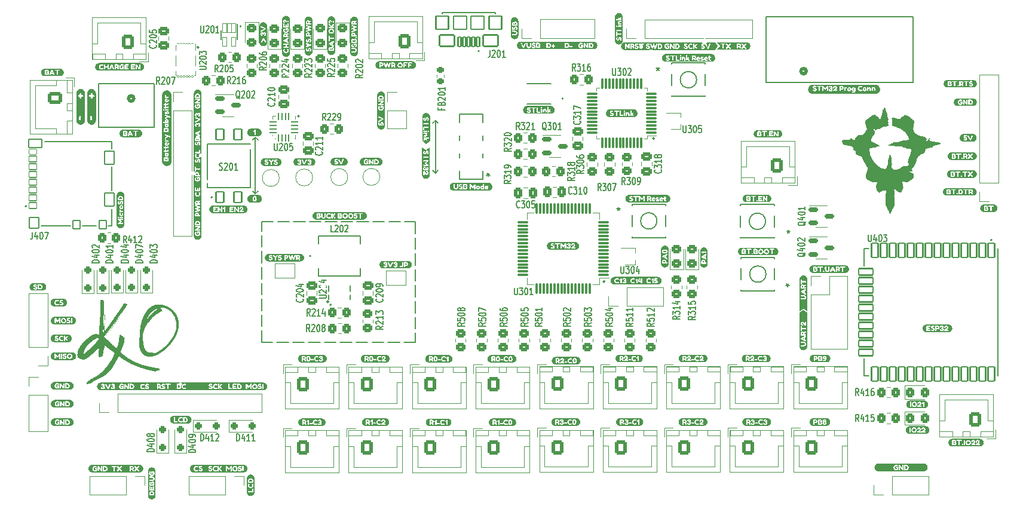
<source format=gto>
G04 #@! TF.GenerationSoftware,KiCad,Pcbnew,7.0.10*
G04 #@! TF.CreationDate,2024-03-07T14:57:28-05:00*
G04 #@! TF.ProjectId,ECE477_PCBDesign,45434534-3737-45f5-9043-424465736967,1*
G04 #@! TF.SameCoordinates,Original*
G04 #@! TF.FileFunction,Legend,Top*
G04 #@! TF.FilePolarity,Positive*
%FSLAX46Y46*%
G04 Gerber Fmt 4.6, Leading zero omitted, Abs format (unit mm)*
G04 Created by KiCad (PCBNEW 7.0.10) date 2024-03-07 14:57:28*
%MOMM*%
%LPD*%
G01*
G04 APERTURE LIST*
G04 Aperture macros list*
%AMRoundRect*
0 Rectangle with rounded corners*
0 $1 Rounding radius*
0 $2 $3 $4 $5 $6 $7 $8 $9 X,Y pos of 4 corners*
0 Add a 4 corners polygon primitive as box body*
4,1,4,$2,$3,$4,$5,$6,$7,$8,$9,$2,$3,0*
0 Add four circle primitives for the rounded corners*
1,1,$1+$1,$2,$3*
1,1,$1+$1,$4,$5*
1,1,$1+$1,$6,$7*
1,1,$1+$1,$8,$9*
0 Add four rect primitives between the rounded corners*
20,1,$1+$1,$2,$3,$4,$5,0*
20,1,$1+$1,$4,$5,$6,$7,0*
20,1,$1+$1,$6,$7,$8,$9,0*
20,1,$1+$1,$8,$9,$2,$3,0*%
G04 Aperture macros list end*
%ADD10C,0.150000*%
%ADD11C,0.120000*%
%ADD12C,0.152400*%
%ADD13C,0.508000*%
%ADD14C,0.127000*%
%ADD15C,0.200000*%
%ADD16C,0.100000*%
%ADD17C,0.010000*%
%ADD18R,1.700000X1.700000*%
%ADD19O,1.700000X1.700000*%
%ADD20R,2.489200X1.193800*%
%ADD21RoundRect,0.250000X-0.250000X-0.250000X0.250000X-0.250000X0.250000X0.250000X-0.250000X0.250000X0*%
%ADD22RoundRect,0.250000X-0.750000X0.600000X-0.750000X-0.600000X0.750000X-0.600000X0.750000X0.600000X0*%
%ADD23O,2.000000X1.700000*%
%ADD24RoundRect,0.250000X-0.600000X-0.750000X0.600000X-0.750000X0.600000X0.750000X-0.600000X0.750000X0*%
%ADD25O,1.700000X2.000000*%
%ADD26RoundRect,0.250000X0.450000X-0.350000X0.450000X0.350000X-0.450000X0.350000X-0.450000X-0.350000X0*%
%ADD27RoundRect,0.250000X0.600000X0.750000X-0.600000X0.750000X-0.600000X-0.750000X0.600000X-0.750000X0*%
%ADD28R,0.812800X0.838200*%
%ADD29R,1.701800X0.762000*%
%ADD30RoundRect,0.250000X0.450000X-0.325000X0.450000X0.325000X-0.450000X0.325000X-0.450000X-0.325000X0*%
%ADD31RoundRect,0.250000X-0.350000X-0.450000X0.350000X-0.450000X0.350000X0.450000X-0.350000X0.450000X0*%
%ADD32RoundRect,0.250000X-0.450000X0.350000X-0.450000X-0.350000X0.450000X-0.350000X0.450000X0.350000X0*%
%ADD33RoundRect,0.075000X0.662500X0.075000X-0.662500X0.075000X-0.662500X-0.075000X0.662500X-0.075000X0*%
%ADD34RoundRect,0.075000X0.075000X0.662500X-0.075000X0.662500X-0.075000X-0.662500X0.075000X-0.662500X0*%
%ADD35RoundRect,0.250000X-0.475000X0.337500X-0.475000X-0.337500X0.475000X-0.337500X0.475000X0.337500X0*%
%ADD36RoundRect,0.250000X0.350000X0.450000X-0.350000X0.450000X-0.350000X-0.450000X0.350000X-0.450000X0*%
%ADD37C,1.700000*%
%ADD38RoundRect,0.250000X-0.450000X0.325000X-0.450000X-0.325000X0.450000X-0.325000X0.450000X0.325000X0*%
%ADD39C,2.000000*%
%ADD40C,1.320800*%
%ADD41R,2.209800X0.711200*%
%ADD42RoundRect,0.150000X-0.512500X-0.150000X0.512500X-0.150000X0.512500X0.150000X-0.512500X0.150000X0*%
%ADD43C,3.200000*%
%ADD44RoundRect,0.250000X0.250000X-0.250000X0.250000X0.250000X-0.250000X0.250000X-0.250000X-0.250000X0*%
%ADD45RoundRect,0.250000X-0.325000X-0.450000X0.325000X-0.450000X0.325000X0.450000X-0.325000X0.450000X0*%
%ADD46RoundRect,0.250000X-0.337500X-0.475000X0.337500X-0.475000X0.337500X0.475000X-0.337500X0.475000X0*%
%ADD47RoundRect,0.102000X-0.450000X1.000000X-0.450000X-1.000000X0.450000X-1.000000X0.450000X1.000000X0*%
%ADD48RoundRect,0.102000X-1.000000X0.450000X-1.000000X-0.450000X1.000000X-0.450000X1.000000X0.450000X0*%
%ADD49O,5.000000X5.000000*%
%ADD50R,0.700000X0.450000*%
%ADD51RoundRect,0.218750X0.256250X-0.218750X0.256250X0.218750X-0.256250X0.218750X-0.256250X-0.218750X0*%
%ADD52RoundRect,0.062500X-0.062500X0.453500X-0.062500X-0.453500X0.062500X-0.453500X0.062500X0.453500X0*%
%ADD53RoundRect,0.062500X-0.453500X0.062500X-0.453500X-0.062500X0.453500X-0.062500X0.453500X0.062500X0*%
%ADD54C,1.600000*%
%ADD55R,1.600000X1.600000*%
%ADD56RoundRect,0.250000X0.475000X-0.337500X0.475000X0.337500X-0.475000X0.337500X-0.475000X-0.337500X0*%
%ADD57RoundRect,0.075000X0.700000X0.075000X-0.700000X0.075000X-0.700000X-0.075000X0.700000X-0.075000X0*%
%ADD58RoundRect,0.075000X0.075000X0.700000X-0.075000X0.700000X-0.075000X-0.700000X0.075000X-0.700000X0*%
%ADD59R,1.000000X1.500000*%
%ADD60RoundRect,0.076200X-0.550000X0.425000X-0.550000X-0.425000X0.550000X-0.425000X0.550000X0.425000X0*%
%ADD61RoundRect,0.076200X-0.550000X0.375000X-0.550000X-0.375000X0.550000X-0.375000X0.550000X0.375000X0*%
%ADD62RoundRect,0.076200X-0.500000X0.600000X-0.500000X-0.600000X0.500000X-0.600000X0.500000X0.600000X0*%
%ADD63RoundRect,0.076200X-0.675000X0.775000X-0.675000X-0.775000X0.675000X-0.775000X0.675000X0.775000X0*%
%ADD64RoundRect,0.076200X-0.900000X0.585000X-0.900000X-0.585000X0.900000X-0.585000X0.900000X0.585000X0*%
%ADD65RoundRect,0.076200X-0.675000X0.950000X-0.675000X-0.950000X0.675000X-0.950000X0.675000X0.950000X0*%
%ADD66RoundRect,0.102000X0.550000X-0.750000X0.550000X0.750000X-0.550000X0.750000X-0.550000X-0.750000X0*%
%ADD67RoundRect,0.102000X-0.550000X0.750000X-0.550000X-0.750000X0.550000X-0.750000X0.550000X0.750000X0*%
%ADD68R,2.158600X2.794000*%
%ADD69RoundRect,0.030200X-0.271800X0.666800X-0.271800X-0.666800X0.271800X-0.666800X0.271800X0.666800X0*%
%ADD70RoundRect,0.050000X-0.100000X0.100000X-0.100000X-0.100000X0.100000X-0.100000X0.100000X0.100000X0*%
%ADD71O,0.300000X0.950000*%
%ADD72R,0.675000X0.400000*%
%ADD73R,1.950000X2.600000*%
%ADD74RoundRect,0.102000X0.200000X0.675000X-0.200000X0.675000X-0.200000X-0.675000X0.200000X-0.675000X0*%
%ADD75RoundRect,0.102000X0.900000X0.950000X-0.900000X0.950000X-0.900000X-0.950000X0.900000X-0.950000X0*%
%ADD76RoundRect,0.102000X1.050000X0.800000X-1.050000X0.800000X-1.050000X-0.800000X1.050000X-0.800000X0*%
%ADD77RoundRect,0.102000X0.950000X0.950000X-0.950000X0.950000X-0.950000X-0.950000X0.950000X-0.950000X0*%
%ADD78RoundRect,0.250000X0.337500X0.475000X-0.337500X0.475000X-0.337500X-0.475000X0.337500X-0.475000X0*%
%ADD79C,4.000000*%
%ADD80C,0.600000*%
%ADD81C,0.700000*%
%ADD82C,0.500000*%
%ADD83C,0.800000*%
G04 APERTURE END LIST*
D10*
X191200000Y-144290000D02*
G75*
G03*
X190900000Y-144290000I-150000J0D01*
G01*
X190900000Y-144290000D02*
G75*
G03*
X191200000Y-144290000I150000J0D01*
G01*
X180772500Y-120960000D02*
X181147500Y-121335000D01*
X180772500Y-129000000D02*
X180397500Y-128625000D01*
X206310000Y-126055000D02*
X206685000Y-125680000D01*
X187050000Y-118000000D02*
G75*
G03*
X186750000Y-118000000I-150000J0D01*
G01*
X186750000Y-118000000D02*
G75*
G03*
X187050000Y-118000000I150000J0D01*
G01*
X172800000Y-108250000D02*
G75*
G03*
X172500000Y-108250000I-150000J0D01*
G01*
X172500000Y-108250000D02*
G75*
G03*
X172800000Y-108250000I150000J0D01*
G01*
X180772500Y-120960000D02*
X180397500Y-121335000D01*
X230330000Y-141440000D02*
G75*
G03*
X230030000Y-141440000I-150000J0D01*
G01*
X230030000Y-141440000D02*
G75*
G03*
X230330000Y-141440000I150000J0D01*
G01*
X206310000Y-118605000D02*
X205935000Y-118980000D01*
X237360000Y-121160000D02*
G75*
G03*
X237060000Y-121160000I-150000J0D01*
G01*
X237060000Y-121160000D02*
G75*
G03*
X237360000Y-121160000I150000J0D01*
G01*
X206310000Y-118605000D02*
X206310000Y-126055000D01*
X206310000Y-118605000D02*
X206685000Y-118980000D01*
X180772500Y-129000000D02*
X181147500Y-128625000D01*
X181685000Y-132955000D02*
X183335000Y-132955000D01*
X183935000Y-132955000D02*
X185585000Y-132955000D01*
X186185000Y-132955000D02*
X187835000Y-132955000D01*
X188435000Y-132955000D02*
X190085000Y-132955000D01*
X190685000Y-132955000D02*
X192335000Y-132955000D01*
X192935000Y-132955000D02*
X194585000Y-132955000D01*
X195185000Y-132955000D02*
X196835000Y-132955000D01*
X197435000Y-132955000D02*
X199085000Y-132955000D01*
X199685000Y-132955000D02*
X201335000Y-132955000D01*
X201935000Y-132955000D02*
X203460000Y-132955000D01*
X203460000Y-132955000D02*
X203460000Y-134605000D01*
X203460000Y-135205000D02*
X203460000Y-136855000D01*
X203460000Y-137455000D02*
X203460000Y-139105000D01*
X203460000Y-139705000D02*
X203460000Y-141355000D01*
X203460000Y-141955000D02*
X203460000Y-143605000D01*
X203460000Y-144205000D02*
X203460000Y-145855000D01*
X203460000Y-146455000D02*
X203460000Y-148105000D01*
X203460000Y-148705000D02*
X203460000Y-150030000D01*
X203460000Y-150030000D02*
X201810000Y-150030000D01*
X201210000Y-150030000D02*
X199560000Y-150030000D01*
X198960000Y-150030000D02*
X197310000Y-150030000D01*
X196710000Y-150030000D02*
X195060000Y-150030000D01*
X194460000Y-150030000D02*
X192810000Y-150030000D01*
X192210000Y-150030000D02*
X190560000Y-150030000D01*
X189960000Y-150030000D02*
X188310000Y-150030000D01*
X187710000Y-150030000D02*
X186060000Y-150030000D01*
X185460000Y-150030000D02*
X183810000Y-150030000D01*
X183210000Y-150030000D02*
X181685000Y-150030000D01*
X181685000Y-150030000D02*
X181685000Y-148380000D01*
X181685000Y-147780000D02*
X181685000Y-146130000D01*
X181685000Y-145530000D02*
X181685000Y-143880000D01*
X181685000Y-143280000D02*
X181685000Y-141630000D01*
X181685000Y-141030000D02*
X181685000Y-139380000D01*
X181685000Y-138780000D02*
X181685000Y-137130000D01*
X181685000Y-136530000D02*
X181685000Y-134880000D01*
X181685000Y-134280000D02*
X181685000Y-132955000D01*
X180772500Y-120960000D02*
X180772500Y-129000000D01*
X206310000Y-126055000D02*
X205935000Y-125680000D01*
X213789999Y-126525180D02*
X213789999Y-126287085D01*
X214028094Y-126382323D02*
X213789999Y-126287085D01*
X213789999Y-126287085D02*
X213551904Y-126382323D01*
X213932856Y-126096609D02*
X213789999Y-126287085D01*
X213789999Y-126287085D02*
X213647142Y-126096609D01*
X173042142Y-164014819D02*
X173042142Y-163014819D01*
X173042142Y-163014819D02*
X173220713Y-163014819D01*
X173220713Y-163014819D02*
X173327856Y-163062438D01*
X173327856Y-163062438D02*
X173399285Y-163157676D01*
X173399285Y-163157676D02*
X173434999Y-163252914D01*
X173434999Y-163252914D02*
X173470713Y-163443390D01*
X173470713Y-163443390D02*
X173470713Y-163586247D01*
X173470713Y-163586247D02*
X173434999Y-163776723D01*
X173434999Y-163776723D02*
X173399285Y-163871961D01*
X173399285Y-163871961D02*
X173327856Y-163967200D01*
X173327856Y-163967200D02*
X173220713Y-164014819D01*
X173220713Y-164014819D02*
X173042142Y-164014819D01*
X174113571Y-163348152D02*
X174113571Y-164014819D01*
X173934999Y-162967200D02*
X173756428Y-163681485D01*
X173756428Y-163681485D02*
X174220713Y-163681485D01*
X174899285Y-164014819D02*
X174470714Y-164014819D01*
X174684999Y-164014819D02*
X174684999Y-163014819D01*
X174684999Y-163014819D02*
X174613571Y-163157676D01*
X174613571Y-163157676D02*
X174542142Y-163252914D01*
X174542142Y-163252914D02*
X174470714Y-163300533D01*
X175185000Y-163110057D02*
X175220714Y-163062438D01*
X175220714Y-163062438D02*
X175292143Y-163014819D01*
X175292143Y-163014819D02*
X175470714Y-163014819D01*
X175470714Y-163014819D02*
X175542143Y-163062438D01*
X175542143Y-163062438D02*
X175577857Y-163110057D01*
X175577857Y-163110057D02*
X175613571Y-163205295D01*
X175613571Y-163205295D02*
X175613571Y-163300533D01*
X175613571Y-163300533D02*
X175577857Y-163443390D01*
X175577857Y-163443390D02*
X175149285Y-164014819D01*
X175149285Y-164014819D02*
X175613571Y-164014819D01*
X195994819Y-112089286D02*
X195518628Y-112339286D01*
X195994819Y-112517857D02*
X194994819Y-112517857D01*
X194994819Y-112517857D02*
X194994819Y-112232143D01*
X194994819Y-112232143D02*
X195042438Y-112160714D01*
X195042438Y-112160714D02*
X195090057Y-112125000D01*
X195090057Y-112125000D02*
X195185295Y-112089286D01*
X195185295Y-112089286D02*
X195328152Y-112089286D01*
X195328152Y-112089286D02*
X195423390Y-112125000D01*
X195423390Y-112125000D02*
X195471009Y-112160714D01*
X195471009Y-112160714D02*
X195518628Y-112232143D01*
X195518628Y-112232143D02*
X195518628Y-112517857D01*
X195090057Y-111803571D02*
X195042438Y-111767857D01*
X195042438Y-111767857D02*
X194994819Y-111696429D01*
X194994819Y-111696429D02*
X194994819Y-111517857D01*
X194994819Y-111517857D02*
X195042438Y-111446429D01*
X195042438Y-111446429D02*
X195090057Y-111410714D01*
X195090057Y-111410714D02*
X195185295Y-111375000D01*
X195185295Y-111375000D02*
X195280533Y-111375000D01*
X195280533Y-111375000D02*
X195423390Y-111410714D01*
X195423390Y-111410714D02*
X195994819Y-111839286D01*
X195994819Y-111839286D02*
X195994819Y-111375000D01*
X194994819Y-110910714D02*
X194994819Y-110839285D01*
X194994819Y-110839285D02*
X195042438Y-110767857D01*
X195042438Y-110767857D02*
X195090057Y-110732143D01*
X195090057Y-110732143D02*
X195185295Y-110696428D01*
X195185295Y-110696428D02*
X195375771Y-110660714D01*
X195375771Y-110660714D02*
X195613866Y-110660714D01*
X195613866Y-110660714D02*
X195804342Y-110696428D01*
X195804342Y-110696428D02*
X195899580Y-110732143D01*
X195899580Y-110732143D02*
X195947200Y-110767857D01*
X195947200Y-110767857D02*
X195994819Y-110839285D01*
X195994819Y-110839285D02*
X195994819Y-110910714D01*
X195994819Y-110910714D02*
X195947200Y-110982143D01*
X195947200Y-110982143D02*
X195899580Y-111017857D01*
X195899580Y-111017857D02*
X195804342Y-111053571D01*
X195804342Y-111053571D02*
X195613866Y-111089285D01*
X195613866Y-111089285D02*
X195375771Y-111089285D01*
X195375771Y-111089285D02*
X195185295Y-111053571D01*
X195185295Y-111053571D02*
X195090057Y-111017857D01*
X195090057Y-111017857D02*
X195042438Y-110982143D01*
X195042438Y-110982143D02*
X194994819Y-110910714D01*
X195090057Y-110374999D02*
X195042438Y-110339285D01*
X195042438Y-110339285D02*
X194994819Y-110267857D01*
X194994819Y-110267857D02*
X194994819Y-110089285D01*
X194994819Y-110089285D02*
X195042438Y-110017857D01*
X195042438Y-110017857D02*
X195090057Y-109982142D01*
X195090057Y-109982142D02*
X195185295Y-109946428D01*
X195185295Y-109946428D02*
X195280533Y-109946428D01*
X195280533Y-109946428D02*
X195423390Y-109982142D01*
X195423390Y-109982142D02*
X195994819Y-110410714D01*
X195994819Y-110410714D02*
X195994819Y-109946428D01*
X237284819Y-147329286D02*
X236808628Y-147579286D01*
X237284819Y-147757857D02*
X236284819Y-147757857D01*
X236284819Y-147757857D02*
X236284819Y-147472143D01*
X236284819Y-147472143D02*
X236332438Y-147400714D01*
X236332438Y-147400714D02*
X236380057Y-147365000D01*
X236380057Y-147365000D02*
X236475295Y-147329286D01*
X236475295Y-147329286D02*
X236618152Y-147329286D01*
X236618152Y-147329286D02*
X236713390Y-147365000D01*
X236713390Y-147365000D02*
X236761009Y-147400714D01*
X236761009Y-147400714D02*
X236808628Y-147472143D01*
X236808628Y-147472143D02*
X236808628Y-147757857D01*
X236284819Y-146650714D02*
X236284819Y-147007857D01*
X236284819Y-147007857D02*
X236761009Y-147043571D01*
X236761009Y-147043571D02*
X236713390Y-147007857D01*
X236713390Y-147007857D02*
X236665771Y-146936429D01*
X236665771Y-146936429D02*
X236665771Y-146757857D01*
X236665771Y-146757857D02*
X236713390Y-146686429D01*
X236713390Y-146686429D02*
X236761009Y-146650714D01*
X236761009Y-146650714D02*
X236856247Y-146615000D01*
X236856247Y-146615000D02*
X237094342Y-146615000D01*
X237094342Y-146615000D02*
X237189580Y-146650714D01*
X237189580Y-146650714D02*
X237237200Y-146686429D01*
X237237200Y-146686429D02*
X237284819Y-146757857D01*
X237284819Y-146757857D02*
X237284819Y-146936429D01*
X237284819Y-146936429D02*
X237237200Y-147007857D01*
X237237200Y-147007857D02*
X237189580Y-147043571D01*
X237284819Y-145900714D02*
X237284819Y-146329285D01*
X237284819Y-146115000D02*
X236284819Y-146115000D01*
X236284819Y-146115000D02*
X236427676Y-146186428D01*
X236427676Y-146186428D02*
X236522914Y-146257857D01*
X236522914Y-146257857D02*
X236570533Y-146329285D01*
X236380057Y-145614999D02*
X236332438Y-145579285D01*
X236332438Y-145579285D02*
X236284819Y-145507857D01*
X236284819Y-145507857D02*
X236284819Y-145329285D01*
X236284819Y-145329285D02*
X236332438Y-145257857D01*
X236332438Y-145257857D02*
X236380057Y-145222142D01*
X236380057Y-145222142D02*
X236475295Y-145186428D01*
X236475295Y-145186428D02*
X236570533Y-145186428D01*
X236570533Y-145186428D02*
X236713390Y-145222142D01*
X236713390Y-145222142D02*
X237284819Y-145650714D01*
X237284819Y-145650714D02*
X237284819Y-145186428D01*
X256310000Y-134144819D02*
X256310000Y-134382914D01*
X256071905Y-134287676D02*
X256310000Y-134382914D01*
X256310000Y-134382914D02*
X256548095Y-134287676D01*
X256167143Y-134573390D02*
X256310000Y-134382914D01*
X256310000Y-134382914D02*
X256452857Y-134573390D01*
X188500713Y-148504819D02*
X188250713Y-148028628D01*
X188072142Y-148504819D02*
X188072142Y-147504819D01*
X188072142Y-147504819D02*
X188357856Y-147504819D01*
X188357856Y-147504819D02*
X188429285Y-147552438D01*
X188429285Y-147552438D02*
X188464999Y-147600057D01*
X188464999Y-147600057D02*
X188500713Y-147695295D01*
X188500713Y-147695295D02*
X188500713Y-147838152D01*
X188500713Y-147838152D02*
X188464999Y-147933390D01*
X188464999Y-147933390D02*
X188429285Y-147981009D01*
X188429285Y-147981009D02*
X188357856Y-148028628D01*
X188357856Y-148028628D02*
X188072142Y-148028628D01*
X188786428Y-147600057D02*
X188822142Y-147552438D01*
X188822142Y-147552438D02*
X188893571Y-147504819D01*
X188893571Y-147504819D02*
X189072142Y-147504819D01*
X189072142Y-147504819D02*
X189143571Y-147552438D01*
X189143571Y-147552438D02*
X189179285Y-147600057D01*
X189179285Y-147600057D02*
X189214999Y-147695295D01*
X189214999Y-147695295D02*
X189214999Y-147790533D01*
X189214999Y-147790533D02*
X189179285Y-147933390D01*
X189179285Y-147933390D02*
X188750713Y-148504819D01*
X188750713Y-148504819D02*
X189214999Y-148504819D01*
X189679285Y-147504819D02*
X189750714Y-147504819D01*
X189750714Y-147504819D02*
X189822142Y-147552438D01*
X189822142Y-147552438D02*
X189857857Y-147600057D01*
X189857857Y-147600057D02*
X189893571Y-147695295D01*
X189893571Y-147695295D02*
X189929285Y-147885771D01*
X189929285Y-147885771D02*
X189929285Y-148123866D01*
X189929285Y-148123866D02*
X189893571Y-148314342D01*
X189893571Y-148314342D02*
X189857857Y-148409580D01*
X189857857Y-148409580D02*
X189822142Y-148457200D01*
X189822142Y-148457200D02*
X189750714Y-148504819D01*
X189750714Y-148504819D02*
X189679285Y-148504819D01*
X189679285Y-148504819D02*
X189607857Y-148457200D01*
X189607857Y-148457200D02*
X189572142Y-148409580D01*
X189572142Y-148409580D02*
X189536428Y-148314342D01*
X189536428Y-148314342D02*
X189500714Y-148123866D01*
X189500714Y-148123866D02*
X189500714Y-147885771D01*
X189500714Y-147885771D02*
X189536428Y-147695295D01*
X189536428Y-147695295D02*
X189572142Y-147600057D01*
X189572142Y-147600057D02*
X189607857Y-147552438D01*
X189607857Y-147552438D02*
X189679285Y-147504819D01*
X190357857Y-147933390D02*
X190286428Y-147885771D01*
X190286428Y-147885771D02*
X190250714Y-147838152D01*
X190250714Y-147838152D02*
X190215000Y-147742914D01*
X190215000Y-147742914D02*
X190215000Y-147695295D01*
X190215000Y-147695295D02*
X190250714Y-147600057D01*
X190250714Y-147600057D02*
X190286428Y-147552438D01*
X190286428Y-147552438D02*
X190357857Y-147504819D01*
X190357857Y-147504819D02*
X190500714Y-147504819D01*
X190500714Y-147504819D02*
X190572143Y-147552438D01*
X190572143Y-147552438D02*
X190607857Y-147600057D01*
X190607857Y-147600057D02*
X190643571Y-147695295D01*
X190643571Y-147695295D02*
X190643571Y-147742914D01*
X190643571Y-147742914D02*
X190607857Y-147838152D01*
X190607857Y-147838152D02*
X190572143Y-147885771D01*
X190572143Y-147885771D02*
X190500714Y-147933390D01*
X190500714Y-147933390D02*
X190357857Y-147933390D01*
X190357857Y-147933390D02*
X190286428Y-147981009D01*
X190286428Y-147981009D02*
X190250714Y-148028628D01*
X190250714Y-148028628D02*
X190215000Y-148123866D01*
X190215000Y-148123866D02*
X190215000Y-148314342D01*
X190215000Y-148314342D02*
X190250714Y-148409580D01*
X190250714Y-148409580D02*
X190286428Y-148457200D01*
X190286428Y-148457200D02*
X190357857Y-148504819D01*
X190357857Y-148504819D02*
X190500714Y-148504819D01*
X190500714Y-148504819D02*
X190572143Y-148457200D01*
X190572143Y-148457200D02*
X190607857Y-148409580D01*
X190607857Y-148409580D02*
X190643571Y-148314342D01*
X190643571Y-148314342D02*
X190643571Y-148123866D01*
X190643571Y-148123866D02*
X190607857Y-148028628D01*
X190607857Y-148028628D02*
X190572143Y-147981009D01*
X190572143Y-147981009D02*
X190500714Y-147933390D01*
X225419819Y-147289286D02*
X224943628Y-147539286D01*
X225419819Y-147717857D02*
X224419819Y-147717857D01*
X224419819Y-147717857D02*
X224419819Y-147432143D01*
X224419819Y-147432143D02*
X224467438Y-147360714D01*
X224467438Y-147360714D02*
X224515057Y-147325000D01*
X224515057Y-147325000D02*
X224610295Y-147289286D01*
X224610295Y-147289286D02*
X224753152Y-147289286D01*
X224753152Y-147289286D02*
X224848390Y-147325000D01*
X224848390Y-147325000D02*
X224896009Y-147360714D01*
X224896009Y-147360714D02*
X224943628Y-147432143D01*
X224943628Y-147432143D02*
X224943628Y-147717857D01*
X224419819Y-146610714D02*
X224419819Y-146967857D01*
X224419819Y-146967857D02*
X224896009Y-147003571D01*
X224896009Y-147003571D02*
X224848390Y-146967857D01*
X224848390Y-146967857D02*
X224800771Y-146896429D01*
X224800771Y-146896429D02*
X224800771Y-146717857D01*
X224800771Y-146717857D02*
X224848390Y-146646429D01*
X224848390Y-146646429D02*
X224896009Y-146610714D01*
X224896009Y-146610714D02*
X224991247Y-146575000D01*
X224991247Y-146575000D02*
X225229342Y-146575000D01*
X225229342Y-146575000D02*
X225324580Y-146610714D01*
X225324580Y-146610714D02*
X225372200Y-146646429D01*
X225372200Y-146646429D02*
X225419819Y-146717857D01*
X225419819Y-146717857D02*
X225419819Y-146896429D01*
X225419819Y-146896429D02*
X225372200Y-146967857D01*
X225372200Y-146967857D02*
X225324580Y-147003571D01*
X224419819Y-146110714D02*
X224419819Y-146039285D01*
X224419819Y-146039285D02*
X224467438Y-145967857D01*
X224467438Y-145967857D02*
X224515057Y-145932143D01*
X224515057Y-145932143D02*
X224610295Y-145896428D01*
X224610295Y-145896428D02*
X224800771Y-145860714D01*
X224800771Y-145860714D02*
X225038866Y-145860714D01*
X225038866Y-145860714D02*
X225229342Y-145896428D01*
X225229342Y-145896428D02*
X225324580Y-145932143D01*
X225324580Y-145932143D02*
X225372200Y-145967857D01*
X225372200Y-145967857D02*
X225419819Y-146039285D01*
X225419819Y-146039285D02*
X225419819Y-146110714D01*
X225419819Y-146110714D02*
X225372200Y-146182143D01*
X225372200Y-146182143D02*
X225324580Y-146217857D01*
X225324580Y-146217857D02*
X225229342Y-146253571D01*
X225229342Y-146253571D02*
X225038866Y-146289285D01*
X225038866Y-146289285D02*
X224800771Y-146289285D01*
X224800771Y-146289285D02*
X224610295Y-146253571D01*
X224610295Y-146253571D02*
X224515057Y-146217857D01*
X224515057Y-146217857D02*
X224467438Y-146182143D01*
X224467438Y-146182143D02*
X224419819Y-146110714D01*
X224515057Y-145574999D02*
X224467438Y-145539285D01*
X224467438Y-145539285D02*
X224419819Y-145467857D01*
X224419819Y-145467857D02*
X224419819Y-145289285D01*
X224419819Y-145289285D02*
X224467438Y-145217857D01*
X224467438Y-145217857D02*
X224515057Y-145182142D01*
X224515057Y-145182142D02*
X224610295Y-145146428D01*
X224610295Y-145146428D02*
X224705533Y-145146428D01*
X224705533Y-145146428D02*
X224848390Y-145182142D01*
X224848390Y-145182142D02*
X225419819Y-145610714D01*
X225419819Y-145610714D02*
X225419819Y-145146428D01*
X231414285Y-111204819D02*
X231414285Y-112014342D01*
X231414285Y-112014342D02*
X231449999Y-112109580D01*
X231449999Y-112109580D02*
X231485714Y-112157200D01*
X231485714Y-112157200D02*
X231557142Y-112204819D01*
X231557142Y-112204819D02*
X231699999Y-112204819D01*
X231699999Y-112204819D02*
X231771428Y-112157200D01*
X231771428Y-112157200D02*
X231807142Y-112109580D01*
X231807142Y-112109580D02*
X231842856Y-112014342D01*
X231842856Y-112014342D02*
X231842856Y-111204819D01*
X232128570Y-111204819D02*
X232592856Y-111204819D01*
X232592856Y-111204819D02*
X232342856Y-111585771D01*
X232342856Y-111585771D02*
X232449999Y-111585771D01*
X232449999Y-111585771D02*
X232521428Y-111633390D01*
X232521428Y-111633390D02*
X232557142Y-111681009D01*
X232557142Y-111681009D02*
X232592856Y-111776247D01*
X232592856Y-111776247D02*
X232592856Y-112014342D01*
X232592856Y-112014342D02*
X232557142Y-112109580D01*
X232557142Y-112109580D02*
X232521428Y-112157200D01*
X232521428Y-112157200D02*
X232449999Y-112204819D01*
X232449999Y-112204819D02*
X232235713Y-112204819D01*
X232235713Y-112204819D02*
X232164285Y-112157200D01*
X232164285Y-112157200D02*
X232128570Y-112109580D01*
X233057142Y-111204819D02*
X233128571Y-111204819D01*
X233128571Y-111204819D02*
X233199999Y-111252438D01*
X233199999Y-111252438D02*
X233235714Y-111300057D01*
X233235714Y-111300057D02*
X233271428Y-111395295D01*
X233271428Y-111395295D02*
X233307142Y-111585771D01*
X233307142Y-111585771D02*
X233307142Y-111823866D01*
X233307142Y-111823866D02*
X233271428Y-112014342D01*
X233271428Y-112014342D02*
X233235714Y-112109580D01*
X233235714Y-112109580D02*
X233199999Y-112157200D01*
X233199999Y-112157200D02*
X233128571Y-112204819D01*
X233128571Y-112204819D02*
X233057142Y-112204819D01*
X233057142Y-112204819D02*
X232985714Y-112157200D01*
X232985714Y-112157200D02*
X232949999Y-112109580D01*
X232949999Y-112109580D02*
X232914285Y-112014342D01*
X232914285Y-112014342D02*
X232878571Y-111823866D01*
X232878571Y-111823866D02*
X232878571Y-111585771D01*
X232878571Y-111585771D02*
X232914285Y-111395295D01*
X232914285Y-111395295D02*
X232949999Y-111300057D01*
X232949999Y-111300057D02*
X232985714Y-111252438D01*
X232985714Y-111252438D02*
X233057142Y-111204819D01*
X233592857Y-111300057D02*
X233628571Y-111252438D01*
X233628571Y-111252438D02*
X233700000Y-111204819D01*
X233700000Y-111204819D02*
X233878571Y-111204819D01*
X233878571Y-111204819D02*
X233950000Y-111252438D01*
X233950000Y-111252438D02*
X233985714Y-111300057D01*
X233985714Y-111300057D02*
X234021428Y-111395295D01*
X234021428Y-111395295D02*
X234021428Y-111490533D01*
X234021428Y-111490533D02*
X233985714Y-111633390D01*
X233985714Y-111633390D02*
X233557142Y-112204819D01*
X233557142Y-112204819D02*
X234021428Y-112204819D01*
X190189580Y-123049286D02*
X190237200Y-123085000D01*
X190237200Y-123085000D02*
X190284819Y-123192143D01*
X190284819Y-123192143D02*
X190284819Y-123263571D01*
X190284819Y-123263571D02*
X190237200Y-123370714D01*
X190237200Y-123370714D02*
X190141961Y-123442143D01*
X190141961Y-123442143D02*
X190046723Y-123477857D01*
X190046723Y-123477857D02*
X189856247Y-123513571D01*
X189856247Y-123513571D02*
X189713390Y-123513571D01*
X189713390Y-123513571D02*
X189522914Y-123477857D01*
X189522914Y-123477857D02*
X189427676Y-123442143D01*
X189427676Y-123442143D02*
X189332438Y-123370714D01*
X189332438Y-123370714D02*
X189284819Y-123263571D01*
X189284819Y-123263571D02*
X189284819Y-123192143D01*
X189284819Y-123192143D02*
X189332438Y-123085000D01*
X189332438Y-123085000D02*
X189380057Y-123049286D01*
X189380057Y-122763571D02*
X189332438Y-122727857D01*
X189332438Y-122727857D02*
X189284819Y-122656429D01*
X189284819Y-122656429D02*
X189284819Y-122477857D01*
X189284819Y-122477857D02*
X189332438Y-122406429D01*
X189332438Y-122406429D02*
X189380057Y-122370714D01*
X189380057Y-122370714D02*
X189475295Y-122335000D01*
X189475295Y-122335000D02*
X189570533Y-122335000D01*
X189570533Y-122335000D02*
X189713390Y-122370714D01*
X189713390Y-122370714D02*
X190284819Y-122799286D01*
X190284819Y-122799286D02*
X190284819Y-122335000D01*
X190284819Y-121620714D02*
X190284819Y-122049285D01*
X190284819Y-121835000D02*
X189284819Y-121835000D01*
X189284819Y-121835000D02*
X189427676Y-121906428D01*
X189427676Y-121906428D02*
X189522914Y-121977857D01*
X189522914Y-121977857D02*
X189570533Y-122049285D01*
X190284819Y-120906428D02*
X190284819Y-121334999D01*
X190284819Y-121120714D02*
X189284819Y-121120714D01*
X189284819Y-121120714D02*
X189427676Y-121192142D01*
X189427676Y-121192142D02*
X189522914Y-121263571D01*
X189522914Y-121263571D02*
X189570533Y-121334999D01*
X188550713Y-146284819D02*
X188300713Y-145808628D01*
X188122142Y-146284819D02*
X188122142Y-145284819D01*
X188122142Y-145284819D02*
X188407856Y-145284819D01*
X188407856Y-145284819D02*
X188479285Y-145332438D01*
X188479285Y-145332438D02*
X188514999Y-145380057D01*
X188514999Y-145380057D02*
X188550713Y-145475295D01*
X188550713Y-145475295D02*
X188550713Y-145618152D01*
X188550713Y-145618152D02*
X188514999Y-145713390D01*
X188514999Y-145713390D02*
X188479285Y-145761009D01*
X188479285Y-145761009D02*
X188407856Y-145808628D01*
X188407856Y-145808628D02*
X188122142Y-145808628D01*
X188836428Y-145380057D02*
X188872142Y-145332438D01*
X188872142Y-145332438D02*
X188943571Y-145284819D01*
X188943571Y-145284819D02*
X189122142Y-145284819D01*
X189122142Y-145284819D02*
X189193571Y-145332438D01*
X189193571Y-145332438D02*
X189229285Y-145380057D01*
X189229285Y-145380057D02*
X189264999Y-145475295D01*
X189264999Y-145475295D02*
X189264999Y-145570533D01*
X189264999Y-145570533D02*
X189229285Y-145713390D01*
X189229285Y-145713390D02*
X188800713Y-146284819D01*
X188800713Y-146284819D02*
X189264999Y-146284819D01*
X189979285Y-146284819D02*
X189550714Y-146284819D01*
X189764999Y-146284819D02*
X189764999Y-145284819D01*
X189764999Y-145284819D02*
X189693571Y-145427676D01*
X189693571Y-145427676D02*
X189622142Y-145522914D01*
X189622142Y-145522914D02*
X189550714Y-145570533D01*
X190622143Y-145618152D02*
X190622143Y-146284819D01*
X190443571Y-145237200D02*
X190265000Y-145951485D01*
X190265000Y-145951485D02*
X190729285Y-145951485D01*
X233190713Y-127674819D02*
X232940713Y-127198628D01*
X232762142Y-127674819D02*
X232762142Y-126674819D01*
X232762142Y-126674819D02*
X233047856Y-126674819D01*
X233047856Y-126674819D02*
X233119285Y-126722438D01*
X233119285Y-126722438D02*
X233154999Y-126770057D01*
X233154999Y-126770057D02*
X233190713Y-126865295D01*
X233190713Y-126865295D02*
X233190713Y-127008152D01*
X233190713Y-127008152D02*
X233154999Y-127103390D01*
X233154999Y-127103390D02*
X233119285Y-127151009D01*
X233119285Y-127151009D02*
X233047856Y-127198628D01*
X233047856Y-127198628D02*
X232762142Y-127198628D01*
X233440713Y-126674819D02*
X233904999Y-126674819D01*
X233904999Y-126674819D02*
X233654999Y-127055771D01*
X233654999Y-127055771D02*
X233762142Y-127055771D01*
X233762142Y-127055771D02*
X233833571Y-127103390D01*
X233833571Y-127103390D02*
X233869285Y-127151009D01*
X233869285Y-127151009D02*
X233904999Y-127246247D01*
X233904999Y-127246247D02*
X233904999Y-127484342D01*
X233904999Y-127484342D02*
X233869285Y-127579580D01*
X233869285Y-127579580D02*
X233833571Y-127627200D01*
X233833571Y-127627200D02*
X233762142Y-127674819D01*
X233762142Y-127674819D02*
X233547856Y-127674819D01*
X233547856Y-127674819D02*
X233476428Y-127627200D01*
X233476428Y-127627200D02*
X233440713Y-127579580D01*
X234369285Y-126674819D02*
X234440714Y-126674819D01*
X234440714Y-126674819D02*
X234512142Y-126722438D01*
X234512142Y-126722438D02*
X234547857Y-126770057D01*
X234547857Y-126770057D02*
X234583571Y-126865295D01*
X234583571Y-126865295D02*
X234619285Y-127055771D01*
X234619285Y-127055771D02*
X234619285Y-127293866D01*
X234619285Y-127293866D02*
X234583571Y-127484342D01*
X234583571Y-127484342D02*
X234547857Y-127579580D01*
X234547857Y-127579580D02*
X234512142Y-127627200D01*
X234512142Y-127627200D02*
X234440714Y-127674819D01*
X234440714Y-127674819D02*
X234369285Y-127674819D01*
X234369285Y-127674819D02*
X234297857Y-127627200D01*
X234297857Y-127627200D02*
X234262142Y-127579580D01*
X234262142Y-127579580D02*
X234226428Y-127484342D01*
X234226428Y-127484342D02*
X234190714Y-127293866D01*
X234190714Y-127293866D02*
X234190714Y-127055771D01*
X234190714Y-127055771D02*
X234226428Y-126865295D01*
X234226428Y-126865295D02*
X234262142Y-126770057D01*
X234262142Y-126770057D02*
X234297857Y-126722438D01*
X234297857Y-126722438D02*
X234369285Y-126674819D01*
X234976428Y-127674819D02*
X235119285Y-127674819D01*
X235119285Y-127674819D02*
X235190714Y-127627200D01*
X235190714Y-127627200D02*
X235226428Y-127579580D01*
X235226428Y-127579580D02*
X235297857Y-127436723D01*
X235297857Y-127436723D02*
X235333571Y-127246247D01*
X235333571Y-127246247D02*
X235333571Y-126865295D01*
X235333571Y-126865295D02*
X235297857Y-126770057D01*
X235297857Y-126770057D02*
X235262143Y-126722438D01*
X235262143Y-126722438D02*
X235190714Y-126674819D01*
X235190714Y-126674819D02*
X235047857Y-126674819D01*
X235047857Y-126674819D02*
X234976428Y-126722438D01*
X234976428Y-126722438D02*
X234940714Y-126770057D01*
X234940714Y-126770057D02*
X234905000Y-126865295D01*
X234905000Y-126865295D02*
X234905000Y-127103390D01*
X234905000Y-127103390D02*
X234940714Y-127198628D01*
X234940714Y-127198628D02*
X234976428Y-127246247D01*
X234976428Y-127246247D02*
X235047857Y-127293866D01*
X235047857Y-127293866D02*
X235190714Y-127293866D01*
X235190714Y-127293866D02*
X235262143Y-127246247D01*
X235262143Y-127246247D02*
X235297857Y-127198628D01*
X235297857Y-127198628D02*
X235333571Y-127103390D01*
X234294819Y-147299286D02*
X233818628Y-147549286D01*
X234294819Y-147727857D02*
X233294819Y-147727857D01*
X233294819Y-147727857D02*
X233294819Y-147442143D01*
X233294819Y-147442143D02*
X233342438Y-147370714D01*
X233342438Y-147370714D02*
X233390057Y-147335000D01*
X233390057Y-147335000D02*
X233485295Y-147299286D01*
X233485295Y-147299286D02*
X233628152Y-147299286D01*
X233628152Y-147299286D02*
X233723390Y-147335000D01*
X233723390Y-147335000D02*
X233771009Y-147370714D01*
X233771009Y-147370714D02*
X233818628Y-147442143D01*
X233818628Y-147442143D02*
X233818628Y-147727857D01*
X233294819Y-146620714D02*
X233294819Y-146977857D01*
X233294819Y-146977857D02*
X233771009Y-147013571D01*
X233771009Y-147013571D02*
X233723390Y-146977857D01*
X233723390Y-146977857D02*
X233675771Y-146906429D01*
X233675771Y-146906429D02*
X233675771Y-146727857D01*
X233675771Y-146727857D02*
X233723390Y-146656429D01*
X233723390Y-146656429D02*
X233771009Y-146620714D01*
X233771009Y-146620714D02*
X233866247Y-146585000D01*
X233866247Y-146585000D02*
X234104342Y-146585000D01*
X234104342Y-146585000D02*
X234199580Y-146620714D01*
X234199580Y-146620714D02*
X234247200Y-146656429D01*
X234247200Y-146656429D02*
X234294819Y-146727857D01*
X234294819Y-146727857D02*
X234294819Y-146906429D01*
X234294819Y-146906429D02*
X234247200Y-146977857D01*
X234247200Y-146977857D02*
X234199580Y-147013571D01*
X234294819Y-145870714D02*
X234294819Y-146299285D01*
X234294819Y-146085000D02*
X233294819Y-146085000D01*
X233294819Y-146085000D02*
X233437676Y-146156428D01*
X233437676Y-146156428D02*
X233532914Y-146227857D01*
X233532914Y-146227857D02*
X233580533Y-146299285D01*
X234294819Y-145156428D02*
X234294819Y-145584999D01*
X234294819Y-145370714D02*
X233294819Y-145370714D01*
X233294819Y-145370714D02*
X233437676Y-145442142D01*
X233437676Y-145442142D02*
X233532914Y-145513571D01*
X233532914Y-145513571D02*
X233580533Y-145584999D01*
X226769580Y-118689286D02*
X226817200Y-118725000D01*
X226817200Y-118725000D02*
X226864819Y-118832143D01*
X226864819Y-118832143D02*
X226864819Y-118903571D01*
X226864819Y-118903571D02*
X226817200Y-119010714D01*
X226817200Y-119010714D02*
X226721961Y-119082143D01*
X226721961Y-119082143D02*
X226626723Y-119117857D01*
X226626723Y-119117857D02*
X226436247Y-119153571D01*
X226436247Y-119153571D02*
X226293390Y-119153571D01*
X226293390Y-119153571D02*
X226102914Y-119117857D01*
X226102914Y-119117857D02*
X226007676Y-119082143D01*
X226007676Y-119082143D02*
X225912438Y-119010714D01*
X225912438Y-119010714D02*
X225864819Y-118903571D01*
X225864819Y-118903571D02*
X225864819Y-118832143D01*
X225864819Y-118832143D02*
X225912438Y-118725000D01*
X225912438Y-118725000D02*
X225960057Y-118689286D01*
X225864819Y-118439286D02*
X225864819Y-117975000D01*
X225864819Y-117975000D02*
X226245771Y-118225000D01*
X226245771Y-118225000D02*
X226245771Y-118117857D01*
X226245771Y-118117857D02*
X226293390Y-118046429D01*
X226293390Y-118046429D02*
X226341009Y-118010714D01*
X226341009Y-118010714D02*
X226436247Y-117975000D01*
X226436247Y-117975000D02*
X226674342Y-117975000D01*
X226674342Y-117975000D02*
X226769580Y-118010714D01*
X226769580Y-118010714D02*
X226817200Y-118046429D01*
X226817200Y-118046429D02*
X226864819Y-118117857D01*
X226864819Y-118117857D02*
X226864819Y-118332143D01*
X226864819Y-118332143D02*
X226817200Y-118403571D01*
X226817200Y-118403571D02*
X226769580Y-118439286D01*
X226864819Y-117260714D02*
X226864819Y-117689285D01*
X226864819Y-117475000D02*
X225864819Y-117475000D01*
X225864819Y-117475000D02*
X226007676Y-117546428D01*
X226007676Y-117546428D02*
X226102914Y-117617857D01*
X226102914Y-117617857D02*
X226150533Y-117689285D01*
X225864819Y-117010714D02*
X225864819Y-116510714D01*
X225864819Y-116510714D02*
X226864819Y-116832142D01*
X237825000Y-111054819D02*
X237825000Y-111292914D01*
X237586905Y-111197676D02*
X237825000Y-111292914D01*
X237825000Y-111292914D02*
X238063095Y-111197676D01*
X237682143Y-111483390D02*
X237825000Y-111292914D01*
X237825000Y-111292914D02*
X237967857Y-111483390D01*
X198894819Y-147739286D02*
X198418628Y-147989286D01*
X198894819Y-148167857D02*
X197894819Y-148167857D01*
X197894819Y-148167857D02*
X197894819Y-147882143D01*
X197894819Y-147882143D02*
X197942438Y-147810714D01*
X197942438Y-147810714D02*
X197990057Y-147775000D01*
X197990057Y-147775000D02*
X198085295Y-147739286D01*
X198085295Y-147739286D02*
X198228152Y-147739286D01*
X198228152Y-147739286D02*
X198323390Y-147775000D01*
X198323390Y-147775000D02*
X198371009Y-147810714D01*
X198371009Y-147810714D02*
X198418628Y-147882143D01*
X198418628Y-147882143D02*
X198418628Y-148167857D01*
X197990057Y-147453571D02*
X197942438Y-147417857D01*
X197942438Y-147417857D02*
X197894819Y-147346429D01*
X197894819Y-147346429D02*
X197894819Y-147167857D01*
X197894819Y-147167857D02*
X197942438Y-147096429D01*
X197942438Y-147096429D02*
X197990057Y-147060714D01*
X197990057Y-147060714D02*
X198085295Y-147025000D01*
X198085295Y-147025000D02*
X198180533Y-147025000D01*
X198180533Y-147025000D02*
X198323390Y-147060714D01*
X198323390Y-147060714D02*
X198894819Y-147489286D01*
X198894819Y-147489286D02*
X198894819Y-147025000D01*
X198894819Y-146310714D02*
X198894819Y-146739285D01*
X198894819Y-146525000D02*
X197894819Y-146525000D01*
X197894819Y-146525000D02*
X198037676Y-146596428D01*
X198037676Y-146596428D02*
X198132914Y-146667857D01*
X198132914Y-146667857D02*
X198180533Y-146739285D01*
X197894819Y-146060714D02*
X197894819Y-145596428D01*
X197894819Y-145596428D02*
X198275771Y-145846428D01*
X198275771Y-145846428D02*
X198275771Y-145739285D01*
X198275771Y-145739285D02*
X198323390Y-145667857D01*
X198323390Y-145667857D02*
X198371009Y-145632142D01*
X198371009Y-145632142D02*
X198466247Y-145596428D01*
X198466247Y-145596428D02*
X198704342Y-145596428D01*
X198704342Y-145596428D02*
X198799580Y-145632142D01*
X198799580Y-145632142D02*
X198847200Y-145667857D01*
X198847200Y-145667857D02*
X198894819Y-145739285D01*
X198894819Y-145739285D02*
X198894819Y-145953571D01*
X198894819Y-145953571D02*
X198847200Y-146024999D01*
X198847200Y-146024999D02*
X198799580Y-146060714D01*
X167240713Y-113424819D02*
X166990713Y-112948628D01*
X166812142Y-113424819D02*
X166812142Y-112424819D01*
X166812142Y-112424819D02*
X167097856Y-112424819D01*
X167097856Y-112424819D02*
X167169285Y-112472438D01*
X167169285Y-112472438D02*
X167204999Y-112520057D01*
X167204999Y-112520057D02*
X167240713Y-112615295D01*
X167240713Y-112615295D02*
X167240713Y-112758152D01*
X167240713Y-112758152D02*
X167204999Y-112853390D01*
X167204999Y-112853390D02*
X167169285Y-112901009D01*
X167169285Y-112901009D02*
X167097856Y-112948628D01*
X167097856Y-112948628D02*
X166812142Y-112948628D01*
X167526428Y-112520057D02*
X167562142Y-112472438D01*
X167562142Y-112472438D02*
X167633571Y-112424819D01*
X167633571Y-112424819D02*
X167812142Y-112424819D01*
X167812142Y-112424819D02*
X167883571Y-112472438D01*
X167883571Y-112472438D02*
X167919285Y-112520057D01*
X167919285Y-112520057D02*
X167954999Y-112615295D01*
X167954999Y-112615295D02*
X167954999Y-112710533D01*
X167954999Y-112710533D02*
X167919285Y-112853390D01*
X167919285Y-112853390D02*
X167490713Y-113424819D01*
X167490713Y-113424819D02*
X167954999Y-113424819D01*
X168419285Y-112424819D02*
X168490714Y-112424819D01*
X168490714Y-112424819D02*
X168562142Y-112472438D01*
X168562142Y-112472438D02*
X168597857Y-112520057D01*
X168597857Y-112520057D02*
X168633571Y-112615295D01*
X168633571Y-112615295D02*
X168669285Y-112805771D01*
X168669285Y-112805771D02*
X168669285Y-113043866D01*
X168669285Y-113043866D02*
X168633571Y-113234342D01*
X168633571Y-113234342D02*
X168597857Y-113329580D01*
X168597857Y-113329580D02*
X168562142Y-113377200D01*
X168562142Y-113377200D02*
X168490714Y-113424819D01*
X168490714Y-113424819D02*
X168419285Y-113424819D01*
X168419285Y-113424819D02*
X168347857Y-113377200D01*
X168347857Y-113377200D02*
X168312142Y-113329580D01*
X168312142Y-113329580D02*
X168276428Y-113234342D01*
X168276428Y-113234342D02*
X168240714Y-113043866D01*
X168240714Y-113043866D02*
X168240714Y-112805771D01*
X168240714Y-112805771D02*
X168276428Y-112615295D01*
X168276428Y-112615295D02*
X168312142Y-112520057D01*
X168312142Y-112520057D02*
X168347857Y-112472438D01*
X168347857Y-112472438D02*
X168419285Y-112424819D01*
X168919285Y-112424819D02*
X169419285Y-112424819D01*
X169419285Y-112424819D02*
X169097857Y-113424819D01*
X258777557Y-132945714D02*
X258729938Y-133017143D01*
X258729938Y-133017143D02*
X258634700Y-133088571D01*
X258634700Y-133088571D02*
X258491842Y-133195714D01*
X258491842Y-133195714D02*
X258444223Y-133267143D01*
X258444223Y-133267143D02*
X258444223Y-133338571D01*
X258682319Y-133302857D02*
X258634700Y-133374286D01*
X258634700Y-133374286D02*
X258539461Y-133445714D01*
X258539461Y-133445714D02*
X258348985Y-133481428D01*
X258348985Y-133481428D02*
X258015652Y-133481428D01*
X258015652Y-133481428D02*
X257825176Y-133445714D01*
X257825176Y-133445714D02*
X257729938Y-133374286D01*
X257729938Y-133374286D02*
X257682319Y-133302857D01*
X257682319Y-133302857D02*
X257682319Y-133160000D01*
X257682319Y-133160000D02*
X257729938Y-133088571D01*
X257729938Y-133088571D02*
X257825176Y-133017143D01*
X257825176Y-133017143D02*
X258015652Y-132981428D01*
X258015652Y-132981428D02*
X258348985Y-132981428D01*
X258348985Y-132981428D02*
X258539461Y-133017143D01*
X258539461Y-133017143D02*
X258634700Y-133088571D01*
X258634700Y-133088571D02*
X258682319Y-133160000D01*
X258682319Y-133160000D02*
X258682319Y-133302857D01*
X258015652Y-132338572D02*
X258682319Y-132338572D01*
X257634700Y-132517143D02*
X258348985Y-132695714D01*
X258348985Y-132695714D02*
X258348985Y-132231429D01*
X257682319Y-131802857D02*
X257682319Y-131731428D01*
X257682319Y-131731428D02*
X257729938Y-131660000D01*
X257729938Y-131660000D02*
X257777557Y-131624286D01*
X257777557Y-131624286D02*
X257872795Y-131588571D01*
X257872795Y-131588571D02*
X258063271Y-131552857D01*
X258063271Y-131552857D02*
X258301366Y-131552857D01*
X258301366Y-131552857D02*
X258491842Y-131588571D01*
X258491842Y-131588571D02*
X258587080Y-131624286D01*
X258587080Y-131624286D02*
X258634700Y-131660000D01*
X258634700Y-131660000D02*
X258682319Y-131731428D01*
X258682319Y-131731428D02*
X258682319Y-131802857D01*
X258682319Y-131802857D02*
X258634700Y-131874286D01*
X258634700Y-131874286D02*
X258587080Y-131910000D01*
X258587080Y-131910000D02*
X258491842Y-131945714D01*
X258491842Y-131945714D02*
X258301366Y-131981428D01*
X258301366Y-131981428D02*
X258063271Y-131981428D01*
X258063271Y-131981428D02*
X257872795Y-131945714D01*
X257872795Y-131945714D02*
X257777557Y-131910000D01*
X257777557Y-131910000D02*
X257729938Y-131874286D01*
X257729938Y-131874286D02*
X257682319Y-131802857D01*
X258682319Y-130838571D02*
X258682319Y-131267142D01*
X258682319Y-131052857D02*
X257682319Y-131052857D01*
X257682319Y-131052857D02*
X257825176Y-131124285D01*
X257825176Y-131124285D02*
X257920414Y-131195714D01*
X257920414Y-131195714D02*
X257968033Y-131267142D01*
X158654819Y-138775357D02*
X157654819Y-138775357D01*
X157654819Y-138775357D02*
X157654819Y-138596786D01*
X157654819Y-138596786D02*
X157702438Y-138489643D01*
X157702438Y-138489643D02*
X157797676Y-138418214D01*
X157797676Y-138418214D02*
X157892914Y-138382500D01*
X157892914Y-138382500D02*
X158083390Y-138346786D01*
X158083390Y-138346786D02*
X158226247Y-138346786D01*
X158226247Y-138346786D02*
X158416723Y-138382500D01*
X158416723Y-138382500D02*
X158511961Y-138418214D01*
X158511961Y-138418214D02*
X158607200Y-138489643D01*
X158607200Y-138489643D02*
X158654819Y-138596786D01*
X158654819Y-138596786D02*
X158654819Y-138775357D01*
X157988152Y-137703929D02*
X158654819Y-137703929D01*
X157607200Y-137882500D02*
X158321485Y-138061071D01*
X158321485Y-138061071D02*
X158321485Y-137596786D01*
X157654819Y-137168214D02*
X157654819Y-137096785D01*
X157654819Y-137096785D02*
X157702438Y-137025357D01*
X157702438Y-137025357D02*
X157750057Y-136989643D01*
X157750057Y-136989643D02*
X157845295Y-136953928D01*
X157845295Y-136953928D02*
X158035771Y-136918214D01*
X158035771Y-136918214D02*
X158273866Y-136918214D01*
X158273866Y-136918214D02*
X158464342Y-136953928D01*
X158464342Y-136953928D02*
X158559580Y-136989643D01*
X158559580Y-136989643D02*
X158607200Y-137025357D01*
X158607200Y-137025357D02*
X158654819Y-137096785D01*
X158654819Y-137096785D02*
X158654819Y-137168214D01*
X158654819Y-137168214D02*
X158607200Y-137239643D01*
X158607200Y-137239643D02*
X158559580Y-137275357D01*
X158559580Y-137275357D02*
X158464342Y-137311071D01*
X158464342Y-137311071D02*
X158273866Y-137346785D01*
X158273866Y-137346785D02*
X158035771Y-137346785D01*
X158035771Y-137346785D02*
X157845295Y-137311071D01*
X157845295Y-137311071D02*
X157750057Y-137275357D01*
X157750057Y-137275357D02*
X157702438Y-137239643D01*
X157702438Y-137239643D02*
X157654819Y-137168214D01*
X157750057Y-136632499D02*
X157702438Y-136596785D01*
X157702438Y-136596785D02*
X157654819Y-136525357D01*
X157654819Y-136525357D02*
X157654819Y-136346785D01*
X157654819Y-136346785D02*
X157702438Y-136275357D01*
X157702438Y-136275357D02*
X157750057Y-136239642D01*
X157750057Y-136239642D02*
X157845295Y-136203928D01*
X157845295Y-136203928D02*
X157940533Y-136203928D01*
X157940533Y-136203928D02*
X158083390Y-136239642D01*
X158083390Y-136239642D02*
X158654819Y-136668214D01*
X158654819Y-136668214D02*
X158654819Y-136203928D01*
X166884819Y-138757857D02*
X165884819Y-138757857D01*
X165884819Y-138757857D02*
X165884819Y-138579286D01*
X165884819Y-138579286D02*
X165932438Y-138472143D01*
X165932438Y-138472143D02*
X166027676Y-138400714D01*
X166027676Y-138400714D02*
X166122914Y-138365000D01*
X166122914Y-138365000D02*
X166313390Y-138329286D01*
X166313390Y-138329286D02*
X166456247Y-138329286D01*
X166456247Y-138329286D02*
X166646723Y-138365000D01*
X166646723Y-138365000D02*
X166741961Y-138400714D01*
X166741961Y-138400714D02*
X166837200Y-138472143D01*
X166837200Y-138472143D02*
X166884819Y-138579286D01*
X166884819Y-138579286D02*
X166884819Y-138757857D01*
X166218152Y-137686429D02*
X166884819Y-137686429D01*
X165837200Y-137865000D02*
X166551485Y-138043571D01*
X166551485Y-138043571D02*
X166551485Y-137579286D01*
X165884819Y-137150714D02*
X165884819Y-137079285D01*
X165884819Y-137079285D02*
X165932438Y-137007857D01*
X165932438Y-137007857D02*
X165980057Y-136972143D01*
X165980057Y-136972143D02*
X166075295Y-136936428D01*
X166075295Y-136936428D02*
X166265771Y-136900714D01*
X166265771Y-136900714D02*
X166503866Y-136900714D01*
X166503866Y-136900714D02*
X166694342Y-136936428D01*
X166694342Y-136936428D02*
X166789580Y-136972143D01*
X166789580Y-136972143D02*
X166837200Y-137007857D01*
X166837200Y-137007857D02*
X166884819Y-137079285D01*
X166884819Y-137079285D02*
X166884819Y-137150714D01*
X166884819Y-137150714D02*
X166837200Y-137222143D01*
X166837200Y-137222143D02*
X166789580Y-137257857D01*
X166789580Y-137257857D02*
X166694342Y-137293571D01*
X166694342Y-137293571D02*
X166503866Y-137329285D01*
X166503866Y-137329285D02*
X166265771Y-137329285D01*
X166265771Y-137329285D02*
X166075295Y-137293571D01*
X166075295Y-137293571D02*
X165980057Y-137257857D01*
X165980057Y-137257857D02*
X165932438Y-137222143D01*
X165932438Y-137222143D02*
X165884819Y-137150714D01*
X165884819Y-136650714D02*
X165884819Y-136186428D01*
X165884819Y-136186428D02*
X166265771Y-136436428D01*
X166265771Y-136436428D02*
X166265771Y-136329285D01*
X166265771Y-136329285D02*
X166313390Y-136257857D01*
X166313390Y-136257857D02*
X166361009Y-136222142D01*
X166361009Y-136222142D02*
X166456247Y-136186428D01*
X166456247Y-136186428D02*
X166694342Y-136186428D01*
X166694342Y-136186428D02*
X166789580Y-136222142D01*
X166789580Y-136222142D02*
X166837200Y-136257857D01*
X166837200Y-136257857D02*
X166884819Y-136329285D01*
X166884819Y-136329285D02*
X166884819Y-136543571D01*
X166884819Y-136543571D02*
X166837200Y-136614999D01*
X166837200Y-136614999D02*
X166789580Y-136650714D01*
X175490713Y-111724819D02*
X175240713Y-111248628D01*
X175062142Y-111724819D02*
X175062142Y-110724819D01*
X175062142Y-110724819D02*
X175347856Y-110724819D01*
X175347856Y-110724819D02*
X175419285Y-110772438D01*
X175419285Y-110772438D02*
X175454999Y-110820057D01*
X175454999Y-110820057D02*
X175490713Y-110915295D01*
X175490713Y-110915295D02*
X175490713Y-111058152D01*
X175490713Y-111058152D02*
X175454999Y-111153390D01*
X175454999Y-111153390D02*
X175419285Y-111201009D01*
X175419285Y-111201009D02*
X175347856Y-111248628D01*
X175347856Y-111248628D02*
X175062142Y-111248628D01*
X175776428Y-110820057D02*
X175812142Y-110772438D01*
X175812142Y-110772438D02*
X175883571Y-110724819D01*
X175883571Y-110724819D02*
X176062142Y-110724819D01*
X176062142Y-110724819D02*
X176133571Y-110772438D01*
X176133571Y-110772438D02*
X176169285Y-110820057D01*
X176169285Y-110820057D02*
X176204999Y-110915295D01*
X176204999Y-110915295D02*
X176204999Y-111010533D01*
X176204999Y-111010533D02*
X176169285Y-111153390D01*
X176169285Y-111153390D02*
X175740713Y-111724819D01*
X175740713Y-111724819D02*
X176204999Y-111724819D01*
X176669285Y-110724819D02*
X176740714Y-110724819D01*
X176740714Y-110724819D02*
X176812142Y-110772438D01*
X176812142Y-110772438D02*
X176847857Y-110820057D01*
X176847857Y-110820057D02*
X176883571Y-110915295D01*
X176883571Y-110915295D02*
X176919285Y-111105771D01*
X176919285Y-111105771D02*
X176919285Y-111343866D01*
X176919285Y-111343866D02*
X176883571Y-111534342D01*
X176883571Y-111534342D02*
X176847857Y-111629580D01*
X176847857Y-111629580D02*
X176812142Y-111677200D01*
X176812142Y-111677200D02*
X176740714Y-111724819D01*
X176740714Y-111724819D02*
X176669285Y-111724819D01*
X176669285Y-111724819D02*
X176597857Y-111677200D01*
X176597857Y-111677200D02*
X176562142Y-111629580D01*
X176562142Y-111629580D02*
X176526428Y-111534342D01*
X176526428Y-111534342D02*
X176490714Y-111343866D01*
X176490714Y-111343866D02*
X176490714Y-111105771D01*
X176490714Y-111105771D02*
X176526428Y-110915295D01*
X176526428Y-110915295D02*
X176562142Y-110820057D01*
X176562142Y-110820057D02*
X176597857Y-110772438D01*
X176597857Y-110772438D02*
X176669285Y-110724819D01*
X177597857Y-110724819D02*
X177240714Y-110724819D01*
X177240714Y-110724819D02*
X177205000Y-111201009D01*
X177205000Y-111201009D02*
X177240714Y-111153390D01*
X177240714Y-111153390D02*
X177312143Y-111105771D01*
X177312143Y-111105771D02*
X177490714Y-111105771D01*
X177490714Y-111105771D02*
X177562143Y-111153390D01*
X177562143Y-111153390D02*
X177597857Y-111201009D01*
X177597857Y-111201009D02*
X177633571Y-111296247D01*
X177633571Y-111296247D02*
X177633571Y-111534342D01*
X177633571Y-111534342D02*
X177597857Y-111629580D01*
X177597857Y-111629580D02*
X177562143Y-111677200D01*
X177562143Y-111677200D02*
X177490714Y-111724819D01*
X177490714Y-111724819D02*
X177312143Y-111724819D01*
X177312143Y-111724819D02*
X177240714Y-111677200D01*
X177240714Y-111677200D02*
X177205000Y-111629580D01*
X185534819Y-112039286D02*
X185058628Y-112289286D01*
X185534819Y-112467857D02*
X184534819Y-112467857D01*
X184534819Y-112467857D02*
X184534819Y-112182143D01*
X184534819Y-112182143D02*
X184582438Y-112110714D01*
X184582438Y-112110714D02*
X184630057Y-112075000D01*
X184630057Y-112075000D02*
X184725295Y-112039286D01*
X184725295Y-112039286D02*
X184868152Y-112039286D01*
X184868152Y-112039286D02*
X184963390Y-112075000D01*
X184963390Y-112075000D02*
X185011009Y-112110714D01*
X185011009Y-112110714D02*
X185058628Y-112182143D01*
X185058628Y-112182143D02*
X185058628Y-112467857D01*
X184630057Y-111753571D02*
X184582438Y-111717857D01*
X184582438Y-111717857D02*
X184534819Y-111646429D01*
X184534819Y-111646429D02*
X184534819Y-111467857D01*
X184534819Y-111467857D02*
X184582438Y-111396429D01*
X184582438Y-111396429D02*
X184630057Y-111360714D01*
X184630057Y-111360714D02*
X184725295Y-111325000D01*
X184725295Y-111325000D02*
X184820533Y-111325000D01*
X184820533Y-111325000D02*
X184963390Y-111360714D01*
X184963390Y-111360714D02*
X185534819Y-111789286D01*
X185534819Y-111789286D02*
X185534819Y-111325000D01*
X184630057Y-111039285D02*
X184582438Y-111003571D01*
X184582438Y-111003571D02*
X184534819Y-110932143D01*
X184534819Y-110932143D02*
X184534819Y-110753571D01*
X184534819Y-110753571D02*
X184582438Y-110682143D01*
X184582438Y-110682143D02*
X184630057Y-110646428D01*
X184630057Y-110646428D02*
X184725295Y-110610714D01*
X184725295Y-110610714D02*
X184820533Y-110610714D01*
X184820533Y-110610714D02*
X184963390Y-110646428D01*
X184963390Y-110646428D02*
X185534819Y-111075000D01*
X185534819Y-111075000D02*
X185534819Y-110610714D01*
X184868152Y-109967857D02*
X185534819Y-109967857D01*
X184487200Y-110146428D02*
X185201485Y-110324999D01*
X185201485Y-110324999D02*
X185201485Y-109860714D01*
X231419819Y-147289286D02*
X230943628Y-147539286D01*
X231419819Y-147717857D02*
X230419819Y-147717857D01*
X230419819Y-147717857D02*
X230419819Y-147432143D01*
X230419819Y-147432143D02*
X230467438Y-147360714D01*
X230467438Y-147360714D02*
X230515057Y-147325000D01*
X230515057Y-147325000D02*
X230610295Y-147289286D01*
X230610295Y-147289286D02*
X230753152Y-147289286D01*
X230753152Y-147289286D02*
X230848390Y-147325000D01*
X230848390Y-147325000D02*
X230896009Y-147360714D01*
X230896009Y-147360714D02*
X230943628Y-147432143D01*
X230943628Y-147432143D02*
X230943628Y-147717857D01*
X230419819Y-146610714D02*
X230419819Y-146967857D01*
X230419819Y-146967857D02*
X230896009Y-147003571D01*
X230896009Y-147003571D02*
X230848390Y-146967857D01*
X230848390Y-146967857D02*
X230800771Y-146896429D01*
X230800771Y-146896429D02*
X230800771Y-146717857D01*
X230800771Y-146717857D02*
X230848390Y-146646429D01*
X230848390Y-146646429D02*
X230896009Y-146610714D01*
X230896009Y-146610714D02*
X230991247Y-146575000D01*
X230991247Y-146575000D02*
X231229342Y-146575000D01*
X231229342Y-146575000D02*
X231324580Y-146610714D01*
X231324580Y-146610714D02*
X231372200Y-146646429D01*
X231372200Y-146646429D02*
X231419819Y-146717857D01*
X231419819Y-146717857D02*
X231419819Y-146896429D01*
X231419819Y-146896429D02*
X231372200Y-146967857D01*
X231372200Y-146967857D02*
X231324580Y-147003571D01*
X230419819Y-146110714D02*
X230419819Y-146039285D01*
X230419819Y-146039285D02*
X230467438Y-145967857D01*
X230467438Y-145967857D02*
X230515057Y-145932143D01*
X230515057Y-145932143D02*
X230610295Y-145896428D01*
X230610295Y-145896428D02*
X230800771Y-145860714D01*
X230800771Y-145860714D02*
X231038866Y-145860714D01*
X231038866Y-145860714D02*
X231229342Y-145896428D01*
X231229342Y-145896428D02*
X231324580Y-145932143D01*
X231324580Y-145932143D02*
X231372200Y-145967857D01*
X231372200Y-145967857D02*
X231419819Y-146039285D01*
X231419819Y-146039285D02*
X231419819Y-146110714D01*
X231419819Y-146110714D02*
X231372200Y-146182143D01*
X231372200Y-146182143D02*
X231324580Y-146217857D01*
X231324580Y-146217857D02*
X231229342Y-146253571D01*
X231229342Y-146253571D02*
X231038866Y-146289285D01*
X231038866Y-146289285D02*
X230800771Y-146289285D01*
X230800771Y-146289285D02*
X230610295Y-146253571D01*
X230610295Y-146253571D02*
X230515057Y-146217857D01*
X230515057Y-146217857D02*
X230467438Y-146182143D01*
X230467438Y-146182143D02*
X230419819Y-146110714D01*
X230753152Y-145217857D02*
X231419819Y-145217857D01*
X230372200Y-145396428D02*
X231086485Y-145574999D01*
X231086485Y-145574999D02*
X231086485Y-145110714D01*
X177250713Y-113394819D02*
X177000713Y-112918628D01*
X176822142Y-113394819D02*
X176822142Y-112394819D01*
X176822142Y-112394819D02*
X177107856Y-112394819D01*
X177107856Y-112394819D02*
X177179285Y-112442438D01*
X177179285Y-112442438D02*
X177214999Y-112490057D01*
X177214999Y-112490057D02*
X177250713Y-112585295D01*
X177250713Y-112585295D02*
X177250713Y-112728152D01*
X177250713Y-112728152D02*
X177214999Y-112823390D01*
X177214999Y-112823390D02*
X177179285Y-112871009D01*
X177179285Y-112871009D02*
X177107856Y-112918628D01*
X177107856Y-112918628D02*
X176822142Y-112918628D01*
X177536428Y-112490057D02*
X177572142Y-112442438D01*
X177572142Y-112442438D02*
X177643571Y-112394819D01*
X177643571Y-112394819D02*
X177822142Y-112394819D01*
X177822142Y-112394819D02*
X177893571Y-112442438D01*
X177893571Y-112442438D02*
X177929285Y-112490057D01*
X177929285Y-112490057D02*
X177964999Y-112585295D01*
X177964999Y-112585295D02*
X177964999Y-112680533D01*
X177964999Y-112680533D02*
X177929285Y-112823390D01*
X177929285Y-112823390D02*
X177500713Y-113394819D01*
X177500713Y-113394819D02*
X177964999Y-113394819D01*
X178679285Y-113394819D02*
X178250714Y-113394819D01*
X178464999Y-113394819D02*
X178464999Y-112394819D01*
X178464999Y-112394819D02*
X178393571Y-112537676D01*
X178393571Y-112537676D02*
X178322142Y-112632914D01*
X178322142Y-112632914D02*
X178250714Y-112680533D01*
X179322143Y-112394819D02*
X179179285Y-112394819D01*
X179179285Y-112394819D02*
X179107857Y-112442438D01*
X179107857Y-112442438D02*
X179072143Y-112490057D01*
X179072143Y-112490057D02*
X179000714Y-112632914D01*
X179000714Y-112632914D02*
X178965000Y-112823390D01*
X178965000Y-112823390D02*
X178965000Y-113204342D01*
X178965000Y-113204342D02*
X179000714Y-113299580D01*
X179000714Y-113299580D02*
X179036428Y-113347200D01*
X179036428Y-113347200D02*
X179107857Y-113394819D01*
X179107857Y-113394819D02*
X179250714Y-113394819D01*
X179250714Y-113394819D02*
X179322143Y-113347200D01*
X179322143Y-113347200D02*
X179357857Y-113299580D01*
X179357857Y-113299580D02*
X179393571Y-113204342D01*
X179393571Y-113204342D02*
X179393571Y-112966247D01*
X179393571Y-112966247D02*
X179357857Y-112871009D01*
X179357857Y-112871009D02*
X179322143Y-112823390D01*
X179322143Y-112823390D02*
X179250714Y-112775771D01*
X179250714Y-112775771D02*
X179107857Y-112775771D01*
X179107857Y-112775771D02*
X179036428Y-112823390D01*
X179036428Y-112823390D02*
X179000714Y-112871009D01*
X179000714Y-112871009D02*
X178965000Y-112966247D01*
X226014819Y-126659286D02*
X225538628Y-126909286D01*
X226014819Y-127087857D02*
X225014819Y-127087857D01*
X225014819Y-127087857D02*
X225014819Y-126802143D01*
X225014819Y-126802143D02*
X225062438Y-126730714D01*
X225062438Y-126730714D02*
X225110057Y-126695000D01*
X225110057Y-126695000D02*
X225205295Y-126659286D01*
X225205295Y-126659286D02*
X225348152Y-126659286D01*
X225348152Y-126659286D02*
X225443390Y-126695000D01*
X225443390Y-126695000D02*
X225491009Y-126730714D01*
X225491009Y-126730714D02*
X225538628Y-126802143D01*
X225538628Y-126802143D02*
X225538628Y-127087857D01*
X225014819Y-126409286D02*
X225014819Y-125945000D01*
X225014819Y-125945000D02*
X225395771Y-126195000D01*
X225395771Y-126195000D02*
X225395771Y-126087857D01*
X225395771Y-126087857D02*
X225443390Y-126016429D01*
X225443390Y-126016429D02*
X225491009Y-125980714D01*
X225491009Y-125980714D02*
X225586247Y-125945000D01*
X225586247Y-125945000D02*
X225824342Y-125945000D01*
X225824342Y-125945000D02*
X225919580Y-125980714D01*
X225919580Y-125980714D02*
X225967200Y-126016429D01*
X225967200Y-126016429D02*
X226014819Y-126087857D01*
X226014819Y-126087857D02*
X226014819Y-126302143D01*
X226014819Y-126302143D02*
X225967200Y-126373571D01*
X225967200Y-126373571D02*
X225919580Y-126409286D01*
X226014819Y-125230714D02*
X226014819Y-125659285D01*
X226014819Y-125445000D02*
X225014819Y-125445000D01*
X225014819Y-125445000D02*
X225157676Y-125516428D01*
X225157676Y-125516428D02*
X225252914Y-125587857D01*
X225252914Y-125587857D02*
X225300533Y-125659285D01*
X225443390Y-124802142D02*
X225395771Y-124873571D01*
X225395771Y-124873571D02*
X225348152Y-124909285D01*
X225348152Y-124909285D02*
X225252914Y-124944999D01*
X225252914Y-124944999D02*
X225205295Y-124944999D01*
X225205295Y-124944999D02*
X225110057Y-124909285D01*
X225110057Y-124909285D02*
X225062438Y-124873571D01*
X225062438Y-124873571D02*
X225014819Y-124802142D01*
X225014819Y-124802142D02*
X225014819Y-124659285D01*
X225014819Y-124659285D02*
X225062438Y-124587857D01*
X225062438Y-124587857D02*
X225110057Y-124552142D01*
X225110057Y-124552142D02*
X225205295Y-124516428D01*
X225205295Y-124516428D02*
X225252914Y-124516428D01*
X225252914Y-124516428D02*
X225348152Y-124552142D01*
X225348152Y-124552142D02*
X225395771Y-124587857D01*
X225395771Y-124587857D02*
X225443390Y-124659285D01*
X225443390Y-124659285D02*
X225443390Y-124802142D01*
X225443390Y-124802142D02*
X225491009Y-124873571D01*
X225491009Y-124873571D02*
X225538628Y-124909285D01*
X225538628Y-124909285D02*
X225633866Y-124944999D01*
X225633866Y-124944999D02*
X225824342Y-124944999D01*
X225824342Y-124944999D02*
X225919580Y-124909285D01*
X225919580Y-124909285D02*
X225967200Y-124873571D01*
X225967200Y-124873571D02*
X226014819Y-124802142D01*
X226014819Y-124802142D02*
X226014819Y-124659285D01*
X226014819Y-124659285D02*
X225967200Y-124587857D01*
X225967200Y-124587857D02*
X225919580Y-124552142D01*
X225919580Y-124552142D02*
X225824342Y-124516428D01*
X225824342Y-124516428D02*
X225633866Y-124516428D01*
X225633866Y-124516428D02*
X225538628Y-124552142D01*
X225538628Y-124552142D02*
X225491009Y-124587857D01*
X225491009Y-124587857D02*
X225443390Y-124659285D01*
X238239580Y-125589286D02*
X238287200Y-125625000D01*
X238287200Y-125625000D02*
X238334819Y-125732143D01*
X238334819Y-125732143D02*
X238334819Y-125803571D01*
X238334819Y-125803571D02*
X238287200Y-125910714D01*
X238287200Y-125910714D02*
X238191961Y-125982143D01*
X238191961Y-125982143D02*
X238096723Y-126017857D01*
X238096723Y-126017857D02*
X237906247Y-126053571D01*
X237906247Y-126053571D02*
X237763390Y-126053571D01*
X237763390Y-126053571D02*
X237572914Y-126017857D01*
X237572914Y-126017857D02*
X237477676Y-125982143D01*
X237477676Y-125982143D02*
X237382438Y-125910714D01*
X237382438Y-125910714D02*
X237334819Y-125803571D01*
X237334819Y-125803571D02*
X237334819Y-125732143D01*
X237334819Y-125732143D02*
X237382438Y-125625000D01*
X237382438Y-125625000D02*
X237430057Y-125589286D01*
X237334819Y-125339286D02*
X237334819Y-124875000D01*
X237334819Y-124875000D02*
X237715771Y-125125000D01*
X237715771Y-125125000D02*
X237715771Y-125017857D01*
X237715771Y-125017857D02*
X237763390Y-124946429D01*
X237763390Y-124946429D02*
X237811009Y-124910714D01*
X237811009Y-124910714D02*
X237906247Y-124875000D01*
X237906247Y-124875000D02*
X238144342Y-124875000D01*
X238144342Y-124875000D02*
X238239580Y-124910714D01*
X238239580Y-124910714D02*
X238287200Y-124946429D01*
X238287200Y-124946429D02*
X238334819Y-125017857D01*
X238334819Y-125017857D02*
X238334819Y-125232143D01*
X238334819Y-125232143D02*
X238287200Y-125303571D01*
X238287200Y-125303571D02*
X238239580Y-125339286D01*
X238334819Y-124160714D02*
X238334819Y-124589285D01*
X238334819Y-124375000D02*
X237334819Y-124375000D01*
X237334819Y-124375000D02*
X237477676Y-124446428D01*
X237477676Y-124446428D02*
X237572914Y-124517857D01*
X237572914Y-124517857D02*
X237620533Y-124589285D01*
X237763390Y-123732142D02*
X237715771Y-123803571D01*
X237715771Y-123803571D02*
X237668152Y-123839285D01*
X237668152Y-123839285D02*
X237572914Y-123874999D01*
X237572914Y-123874999D02*
X237525295Y-123874999D01*
X237525295Y-123874999D02*
X237430057Y-123839285D01*
X237430057Y-123839285D02*
X237382438Y-123803571D01*
X237382438Y-123803571D02*
X237334819Y-123732142D01*
X237334819Y-123732142D02*
X237334819Y-123589285D01*
X237334819Y-123589285D02*
X237382438Y-123517857D01*
X237382438Y-123517857D02*
X237430057Y-123482142D01*
X237430057Y-123482142D02*
X237525295Y-123446428D01*
X237525295Y-123446428D02*
X237572914Y-123446428D01*
X237572914Y-123446428D02*
X237668152Y-123482142D01*
X237668152Y-123482142D02*
X237715771Y-123517857D01*
X237715771Y-123517857D02*
X237763390Y-123589285D01*
X237763390Y-123589285D02*
X237763390Y-123732142D01*
X237763390Y-123732142D02*
X237811009Y-123803571D01*
X237811009Y-123803571D02*
X237858628Y-123839285D01*
X237858628Y-123839285D02*
X237953866Y-123874999D01*
X237953866Y-123874999D02*
X238144342Y-123874999D01*
X238144342Y-123874999D02*
X238239580Y-123839285D01*
X238239580Y-123839285D02*
X238287200Y-123803571D01*
X238287200Y-123803571D02*
X238334819Y-123732142D01*
X238334819Y-123732142D02*
X238334819Y-123589285D01*
X238334819Y-123589285D02*
X238287200Y-123517857D01*
X238287200Y-123517857D02*
X238239580Y-123482142D01*
X238239580Y-123482142D02*
X238144342Y-123446428D01*
X238144342Y-123446428D02*
X237953866Y-123446428D01*
X237953866Y-123446428D02*
X237858628Y-123482142D01*
X237858628Y-123482142D02*
X237811009Y-123517857D01*
X237811009Y-123517857D02*
X237763390Y-123589285D01*
X232254701Y-130936069D02*
X232254701Y-131174164D01*
X232016606Y-131078926D02*
X232254701Y-131174164D01*
X232254701Y-131174164D02*
X232492796Y-131078926D01*
X232111844Y-131364640D02*
X232254701Y-131174164D01*
X232254701Y-131174164D02*
X232397558Y-131364640D01*
X222004285Y-119990057D02*
X221932856Y-119942438D01*
X221932856Y-119942438D02*
X221861428Y-119847200D01*
X221861428Y-119847200D02*
X221754285Y-119704342D01*
X221754285Y-119704342D02*
X221682856Y-119656723D01*
X221682856Y-119656723D02*
X221611428Y-119656723D01*
X221647142Y-119894819D02*
X221575714Y-119847200D01*
X221575714Y-119847200D02*
X221504285Y-119751961D01*
X221504285Y-119751961D02*
X221468571Y-119561485D01*
X221468571Y-119561485D02*
X221468571Y-119228152D01*
X221468571Y-119228152D02*
X221504285Y-119037676D01*
X221504285Y-119037676D02*
X221575714Y-118942438D01*
X221575714Y-118942438D02*
X221647142Y-118894819D01*
X221647142Y-118894819D02*
X221789999Y-118894819D01*
X221789999Y-118894819D02*
X221861428Y-118942438D01*
X221861428Y-118942438D02*
X221932856Y-119037676D01*
X221932856Y-119037676D02*
X221968571Y-119228152D01*
X221968571Y-119228152D02*
X221968571Y-119561485D01*
X221968571Y-119561485D02*
X221932856Y-119751961D01*
X221932856Y-119751961D02*
X221861428Y-119847200D01*
X221861428Y-119847200D02*
X221789999Y-119894819D01*
X221789999Y-119894819D02*
X221647142Y-119894819D01*
X222218570Y-118894819D02*
X222682856Y-118894819D01*
X222682856Y-118894819D02*
X222432856Y-119275771D01*
X222432856Y-119275771D02*
X222539999Y-119275771D01*
X222539999Y-119275771D02*
X222611428Y-119323390D01*
X222611428Y-119323390D02*
X222647142Y-119371009D01*
X222647142Y-119371009D02*
X222682856Y-119466247D01*
X222682856Y-119466247D02*
X222682856Y-119704342D01*
X222682856Y-119704342D02*
X222647142Y-119799580D01*
X222647142Y-119799580D02*
X222611428Y-119847200D01*
X222611428Y-119847200D02*
X222539999Y-119894819D01*
X222539999Y-119894819D02*
X222325713Y-119894819D01*
X222325713Y-119894819D02*
X222254285Y-119847200D01*
X222254285Y-119847200D02*
X222218570Y-119799580D01*
X223147142Y-118894819D02*
X223218571Y-118894819D01*
X223218571Y-118894819D02*
X223289999Y-118942438D01*
X223289999Y-118942438D02*
X223325714Y-118990057D01*
X223325714Y-118990057D02*
X223361428Y-119085295D01*
X223361428Y-119085295D02*
X223397142Y-119275771D01*
X223397142Y-119275771D02*
X223397142Y-119513866D01*
X223397142Y-119513866D02*
X223361428Y-119704342D01*
X223361428Y-119704342D02*
X223325714Y-119799580D01*
X223325714Y-119799580D02*
X223289999Y-119847200D01*
X223289999Y-119847200D02*
X223218571Y-119894819D01*
X223218571Y-119894819D02*
X223147142Y-119894819D01*
X223147142Y-119894819D02*
X223075714Y-119847200D01*
X223075714Y-119847200D02*
X223039999Y-119799580D01*
X223039999Y-119799580D02*
X223004285Y-119704342D01*
X223004285Y-119704342D02*
X222968571Y-119513866D01*
X222968571Y-119513866D02*
X222968571Y-119275771D01*
X222968571Y-119275771D02*
X223004285Y-119085295D01*
X223004285Y-119085295D02*
X223039999Y-118990057D01*
X223039999Y-118990057D02*
X223075714Y-118942438D01*
X223075714Y-118942438D02*
X223147142Y-118894819D01*
X224111428Y-119894819D02*
X223682857Y-119894819D01*
X223897142Y-119894819D02*
X223897142Y-118894819D01*
X223897142Y-118894819D02*
X223825714Y-119037676D01*
X223825714Y-119037676D02*
X223754285Y-119132914D01*
X223754285Y-119132914D02*
X223682857Y-119180533D01*
X217034819Y-127059286D02*
X216558628Y-127309286D01*
X217034819Y-127487857D02*
X216034819Y-127487857D01*
X216034819Y-127487857D02*
X216034819Y-127202143D01*
X216034819Y-127202143D02*
X216082438Y-127130714D01*
X216082438Y-127130714D02*
X216130057Y-127095000D01*
X216130057Y-127095000D02*
X216225295Y-127059286D01*
X216225295Y-127059286D02*
X216368152Y-127059286D01*
X216368152Y-127059286D02*
X216463390Y-127095000D01*
X216463390Y-127095000D02*
X216511009Y-127130714D01*
X216511009Y-127130714D02*
X216558628Y-127202143D01*
X216558628Y-127202143D02*
X216558628Y-127487857D01*
X216034819Y-126809286D02*
X216034819Y-126345000D01*
X216034819Y-126345000D02*
X216415771Y-126595000D01*
X216415771Y-126595000D02*
X216415771Y-126487857D01*
X216415771Y-126487857D02*
X216463390Y-126416429D01*
X216463390Y-126416429D02*
X216511009Y-126380714D01*
X216511009Y-126380714D02*
X216606247Y-126345000D01*
X216606247Y-126345000D02*
X216844342Y-126345000D01*
X216844342Y-126345000D02*
X216939580Y-126380714D01*
X216939580Y-126380714D02*
X216987200Y-126416429D01*
X216987200Y-126416429D02*
X217034819Y-126487857D01*
X217034819Y-126487857D02*
X217034819Y-126702143D01*
X217034819Y-126702143D02*
X216987200Y-126773571D01*
X216987200Y-126773571D02*
X216939580Y-126809286D01*
X217034819Y-125630714D02*
X217034819Y-126059285D01*
X217034819Y-125845000D02*
X216034819Y-125845000D01*
X216034819Y-125845000D02*
X216177676Y-125916428D01*
X216177676Y-125916428D02*
X216272914Y-125987857D01*
X216272914Y-125987857D02*
X216320533Y-126059285D01*
X217034819Y-125273571D02*
X217034819Y-125130714D01*
X217034819Y-125130714D02*
X216987200Y-125059285D01*
X216987200Y-125059285D02*
X216939580Y-125023571D01*
X216939580Y-125023571D02*
X216796723Y-124952142D01*
X216796723Y-124952142D02*
X216606247Y-124916428D01*
X216606247Y-124916428D02*
X216225295Y-124916428D01*
X216225295Y-124916428D02*
X216130057Y-124952142D01*
X216130057Y-124952142D02*
X216082438Y-124987857D01*
X216082438Y-124987857D02*
X216034819Y-125059285D01*
X216034819Y-125059285D02*
X216034819Y-125202142D01*
X216034819Y-125202142D02*
X216082438Y-125273571D01*
X216082438Y-125273571D02*
X216130057Y-125309285D01*
X216130057Y-125309285D02*
X216225295Y-125344999D01*
X216225295Y-125344999D02*
X216463390Y-125344999D01*
X216463390Y-125344999D02*
X216558628Y-125309285D01*
X216558628Y-125309285D02*
X216606247Y-125273571D01*
X216606247Y-125273571D02*
X216653866Y-125202142D01*
X216653866Y-125202142D02*
X216653866Y-125059285D01*
X216653866Y-125059285D02*
X216606247Y-124987857D01*
X216606247Y-124987857D02*
X216558628Y-124952142D01*
X216558628Y-124952142D02*
X216463390Y-124916428D01*
X162540713Y-135934819D02*
X162290713Y-135458628D01*
X162112142Y-135934819D02*
X162112142Y-134934819D01*
X162112142Y-134934819D02*
X162397856Y-134934819D01*
X162397856Y-134934819D02*
X162469285Y-134982438D01*
X162469285Y-134982438D02*
X162504999Y-135030057D01*
X162504999Y-135030057D02*
X162540713Y-135125295D01*
X162540713Y-135125295D02*
X162540713Y-135268152D01*
X162540713Y-135268152D02*
X162504999Y-135363390D01*
X162504999Y-135363390D02*
X162469285Y-135411009D01*
X162469285Y-135411009D02*
X162397856Y-135458628D01*
X162397856Y-135458628D02*
X162112142Y-135458628D01*
X163183571Y-135268152D02*
X163183571Y-135934819D01*
X163004999Y-134887200D02*
X162826428Y-135601485D01*
X162826428Y-135601485D02*
X163290713Y-135601485D01*
X163969285Y-135934819D02*
X163540714Y-135934819D01*
X163754999Y-135934819D02*
X163754999Y-134934819D01*
X163754999Y-134934819D02*
X163683571Y-135077676D01*
X163683571Y-135077676D02*
X163612142Y-135172914D01*
X163612142Y-135172914D02*
X163540714Y-135220533D01*
X164255000Y-135030057D02*
X164290714Y-134982438D01*
X164290714Y-134982438D02*
X164362143Y-134934819D01*
X164362143Y-134934819D02*
X164540714Y-134934819D01*
X164540714Y-134934819D02*
X164612143Y-134982438D01*
X164612143Y-134982438D02*
X164647857Y-135030057D01*
X164647857Y-135030057D02*
X164683571Y-135125295D01*
X164683571Y-135125295D02*
X164683571Y-135220533D01*
X164683571Y-135220533D02*
X164647857Y-135363390D01*
X164647857Y-135363390D02*
X164219285Y-135934819D01*
X164219285Y-135934819D02*
X164683571Y-135934819D01*
X221434819Y-147289286D02*
X220958628Y-147539286D01*
X221434819Y-147717857D02*
X220434819Y-147717857D01*
X220434819Y-147717857D02*
X220434819Y-147432143D01*
X220434819Y-147432143D02*
X220482438Y-147360714D01*
X220482438Y-147360714D02*
X220530057Y-147325000D01*
X220530057Y-147325000D02*
X220625295Y-147289286D01*
X220625295Y-147289286D02*
X220768152Y-147289286D01*
X220768152Y-147289286D02*
X220863390Y-147325000D01*
X220863390Y-147325000D02*
X220911009Y-147360714D01*
X220911009Y-147360714D02*
X220958628Y-147432143D01*
X220958628Y-147432143D02*
X220958628Y-147717857D01*
X220434819Y-146610714D02*
X220434819Y-146967857D01*
X220434819Y-146967857D02*
X220911009Y-147003571D01*
X220911009Y-147003571D02*
X220863390Y-146967857D01*
X220863390Y-146967857D02*
X220815771Y-146896429D01*
X220815771Y-146896429D02*
X220815771Y-146717857D01*
X220815771Y-146717857D02*
X220863390Y-146646429D01*
X220863390Y-146646429D02*
X220911009Y-146610714D01*
X220911009Y-146610714D02*
X221006247Y-146575000D01*
X221006247Y-146575000D02*
X221244342Y-146575000D01*
X221244342Y-146575000D02*
X221339580Y-146610714D01*
X221339580Y-146610714D02*
X221387200Y-146646429D01*
X221387200Y-146646429D02*
X221434819Y-146717857D01*
X221434819Y-146717857D02*
X221434819Y-146896429D01*
X221434819Y-146896429D02*
X221387200Y-146967857D01*
X221387200Y-146967857D02*
X221339580Y-147003571D01*
X220434819Y-146110714D02*
X220434819Y-146039285D01*
X220434819Y-146039285D02*
X220482438Y-145967857D01*
X220482438Y-145967857D02*
X220530057Y-145932143D01*
X220530057Y-145932143D02*
X220625295Y-145896428D01*
X220625295Y-145896428D02*
X220815771Y-145860714D01*
X220815771Y-145860714D02*
X221053866Y-145860714D01*
X221053866Y-145860714D02*
X221244342Y-145896428D01*
X221244342Y-145896428D02*
X221339580Y-145932143D01*
X221339580Y-145932143D02*
X221387200Y-145967857D01*
X221387200Y-145967857D02*
X221434819Y-146039285D01*
X221434819Y-146039285D02*
X221434819Y-146110714D01*
X221434819Y-146110714D02*
X221387200Y-146182143D01*
X221387200Y-146182143D02*
X221339580Y-146217857D01*
X221339580Y-146217857D02*
X221244342Y-146253571D01*
X221244342Y-146253571D02*
X221053866Y-146289285D01*
X221053866Y-146289285D02*
X220815771Y-146289285D01*
X220815771Y-146289285D02*
X220625295Y-146253571D01*
X220625295Y-146253571D02*
X220530057Y-146217857D01*
X220530057Y-146217857D02*
X220482438Y-146182143D01*
X220482438Y-146182143D02*
X220434819Y-146110714D01*
X221434819Y-145146428D02*
X221434819Y-145574999D01*
X221434819Y-145360714D02*
X220434819Y-145360714D01*
X220434819Y-145360714D02*
X220577676Y-145432142D01*
X220577676Y-145432142D02*
X220672914Y-145503571D01*
X220672914Y-145503571D02*
X220720533Y-145574999D01*
X178594285Y-115520057D02*
X178522856Y-115472438D01*
X178522856Y-115472438D02*
X178451428Y-115377200D01*
X178451428Y-115377200D02*
X178344285Y-115234342D01*
X178344285Y-115234342D02*
X178272856Y-115186723D01*
X178272856Y-115186723D02*
X178201428Y-115186723D01*
X178237142Y-115424819D02*
X178165714Y-115377200D01*
X178165714Y-115377200D02*
X178094285Y-115281961D01*
X178094285Y-115281961D02*
X178058571Y-115091485D01*
X178058571Y-115091485D02*
X178058571Y-114758152D01*
X178058571Y-114758152D02*
X178094285Y-114567676D01*
X178094285Y-114567676D02*
X178165714Y-114472438D01*
X178165714Y-114472438D02*
X178237142Y-114424819D01*
X178237142Y-114424819D02*
X178379999Y-114424819D01*
X178379999Y-114424819D02*
X178451428Y-114472438D01*
X178451428Y-114472438D02*
X178522856Y-114567676D01*
X178522856Y-114567676D02*
X178558571Y-114758152D01*
X178558571Y-114758152D02*
X178558571Y-115091485D01*
X178558571Y-115091485D02*
X178522856Y-115281961D01*
X178522856Y-115281961D02*
X178451428Y-115377200D01*
X178451428Y-115377200D02*
X178379999Y-115424819D01*
X178379999Y-115424819D02*
X178237142Y-115424819D01*
X178844285Y-114520057D02*
X178879999Y-114472438D01*
X178879999Y-114472438D02*
X178951428Y-114424819D01*
X178951428Y-114424819D02*
X179129999Y-114424819D01*
X179129999Y-114424819D02*
X179201428Y-114472438D01*
X179201428Y-114472438D02*
X179237142Y-114520057D01*
X179237142Y-114520057D02*
X179272856Y-114615295D01*
X179272856Y-114615295D02*
X179272856Y-114710533D01*
X179272856Y-114710533D02*
X179237142Y-114853390D01*
X179237142Y-114853390D02*
X178808570Y-115424819D01*
X178808570Y-115424819D02*
X179272856Y-115424819D01*
X179737142Y-114424819D02*
X179808571Y-114424819D01*
X179808571Y-114424819D02*
X179879999Y-114472438D01*
X179879999Y-114472438D02*
X179915714Y-114520057D01*
X179915714Y-114520057D02*
X179951428Y-114615295D01*
X179951428Y-114615295D02*
X179987142Y-114805771D01*
X179987142Y-114805771D02*
X179987142Y-115043866D01*
X179987142Y-115043866D02*
X179951428Y-115234342D01*
X179951428Y-115234342D02*
X179915714Y-115329580D01*
X179915714Y-115329580D02*
X179879999Y-115377200D01*
X179879999Y-115377200D02*
X179808571Y-115424819D01*
X179808571Y-115424819D02*
X179737142Y-115424819D01*
X179737142Y-115424819D02*
X179665714Y-115377200D01*
X179665714Y-115377200D02*
X179629999Y-115329580D01*
X179629999Y-115329580D02*
X179594285Y-115234342D01*
X179594285Y-115234342D02*
X179558571Y-115043866D01*
X179558571Y-115043866D02*
X179558571Y-114805771D01*
X179558571Y-114805771D02*
X179594285Y-114615295D01*
X179594285Y-114615295D02*
X179629999Y-114520057D01*
X179629999Y-114520057D02*
X179665714Y-114472438D01*
X179665714Y-114472438D02*
X179737142Y-114424819D01*
X180272857Y-114520057D02*
X180308571Y-114472438D01*
X180308571Y-114472438D02*
X180380000Y-114424819D01*
X180380000Y-114424819D02*
X180558571Y-114424819D01*
X180558571Y-114424819D02*
X180630000Y-114472438D01*
X180630000Y-114472438D02*
X180665714Y-114520057D01*
X180665714Y-114520057D02*
X180701428Y-114615295D01*
X180701428Y-114615295D02*
X180701428Y-114710533D01*
X180701428Y-114710533D02*
X180665714Y-114853390D01*
X180665714Y-114853390D02*
X180237142Y-115424819D01*
X180237142Y-115424819D02*
X180701428Y-115424819D01*
X192024819Y-111939286D02*
X191548628Y-112189286D01*
X192024819Y-112367857D02*
X191024819Y-112367857D01*
X191024819Y-112367857D02*
X191024819Y-112082143D01*
X191024819Y-112082143D02*
X191072438Y-112010714D01*
X191072438Y-112010714D02*
X191120057Y-111975000D01*
X191120057Y-111975000D02*
X191215295Y-111939286D01*
X191215295Y-111939286D02*
X191358152Y-111939286D01*
X191358152Y-111939286D02*
X191453390Y-111975000D01*
X191453390Y-111975000D02*
X191501009Y-112010714D01*
X191501009Y-112010714D02*
X191548628Y-112082143D01*
X191548628Y-112082143D02*
X191548628Y-112367857D01*
X191120057Y-111653571D02*
X191072438Y-111617857D01*
X191072438Y-111617857D02*
X191024819Y-111546429D01*
X191024819Y-111546429D02*
X191024819Y-111367857D01*
X191024819Y-111367857D02*
X191072438Y-111296429D01*
X191072438Y-111296429D02*
X191120057Y-111260714D01*
X191120057Y-111260714D02*
X191215295Y-111225000D01*
X191215295Y-111225000D02*
X191310533Y-111225000D01*
X191310533Y-111225000D02*
X191453390Y-111260714D01*
X191453390Y-111260714D02*
X192024819Y-111689286D01*
X192024819Y-111689286D02*
X192024819Y-111225000D01*
X191120057Y-110939285D02*
X191072438Y-110903571D01*
X191072438Y-110903571D02*
X191024819Y-110832143D01*
X191024819Y-110832143D02*
X191024819Y-110653571D01*
X191024819Y-110653571D02*
X191072438Y-110582143D01*
X191072438Y-110582143D02*
X191120057Y-110546428D01*
X191120057Y-110546428D02*
X191215295Y-110510714D01*
X191215295Y-110510714D02*
X191310533Y-110510714D01*
X191310533Y-110510714D02*
X191453390Y-110546428D01*
X191453390Y-110546428D02*
X192024819Y-110975000D01*
X192024819Y-110975000D02*
X192024819Y-110510714D01*
X191024819Y-109832142D02*
X191024819Y-110189285D01*
X191024819Y-110189285D02*
X191501009Y-110224999D01*
X191501009Y-110224999D02*
X191453390Y-110189285D01*
X191453390Y-110189285D02*
X191405771Y-110117857D01*
X191405771Y-110117857D02*
X191405771Y-109939285D01*
X191405771Y-109939285D02*
X191453390Y-109867857D01*
X191453390Y-109867857D02*
X191501009Y-109832142D01*
X191501009Y-109832142D02*
X191596247Y-109796428D01*
X191596247Y-109796428D02*
X191834342Y-109796428D01*
X191834342Y-109796428D02*
X191929580Y-109832142D01*
X191929580Y-109832142D02*
X191977200Y-109867857D01*
X191977200Y-109867857D02*
X192024819Y-109939285D01*
X192024819Y-109939285D02*
X192024819Y-110117857D01*
X192024819Y-110117857D02*
X191977200Y-110189285D01*
X191977200Y-110189285D02*
X191929580Y-110224999D01*
X160604819Y-138787857D02*
X159604819Y-138787857D01*
X159604819Y-138787857D02*
X159604819Y-138609286D01*
X159604819Y-138609286D02*
X159652438Y-138502143D01*
X159652438Y-138502143D02*
X159747676Y-138430714D01*
X159747676Y-138430714D02*
X159842914Y-138395000D01*
X159842914Y-138395000D02*
X160033390Y-138359286D01*
X160033390Y-138359286D02*
X160176247Y-138359286D01*
X160176247Y-138359286D02*
X160366723Y-138395000D01*
X160366723Y-138395000D02*
X160461961Y-138430714D01*
X160461961Y-138430714D02*
X160557200Y-138502143D01*
X160557200Y-138502143D02*
X160604819Y-138609286D01*
X160604819Y-138609286D02*
X160604819Y-138787857D01*
X159938152Y-137716429D02*
X160604819Y-137716429D01*
X159557200Y-137895000D02*
X160271485Y-138073571D01*
X160271485Y-138073571D02*
X160271485Y-137609286D01*
X159604819Y-137180714D02*
X159604819Y-137109285D01*
X159604819Y-137109285D02*
X159652438Y-137037857D01*
X159652438Y-137037857D02*
X159700057Y-137002143D01*
X159700057Y-137002143D02*
X159795295Y-136966428D01*
X159795295Y-136966428D02*
X159985771Y-136930714D01*
X159985771Y-136930714D02*
X160223866Y-136930714D01*
X160223866Y-136930714D02*
X160414342Y-136966428D01*
X160414342Y-136966428D02*
X160509580Y-137002143D01*
X160509580Y-137002143D02*
X160557200Y-137037857D01*
X160557200Y-137037857D02*
X160604819Y-137109285D01*
X160604819Y-137109285D02*
X160604819Y-137180714D01*
X160604819Y-137180714D02*
X160557200Y-137252143D01*
X160557200Y-137252143D02*
X160509580Y-137287857D01*
X160509580Y-137287857D02*
X160414342Y-137323571D01*
X160414342Y-137323571D02*
X160223866Y-137359285D01*
X160223866Y-137359285D02*
X159985771Y-137359285D01*
X159985771Y-137359285D02*
X159795295Y-137323571D01*
X159795295Y-137323571D02*
X159700057Y-137287857D01*
X159700057Y-137287857D02*
X159652438Y-137252143D01*
X159652438Y-137252143D02*
X159604819Y-137180714D01*
X160604819Y-136216428D02*
X160604819Y-136644999D01*
X160604819Y-136430714D02*
X159604819Y-136430714D01*
X159604819Y-136430714D02*
X159747676Y-136502142D01*
X159747676Y-136502142D02*
X159842914Y-136573571D01*
X159842914Y-136573571D02*
X159890533Y-136644999D01*
X240914819Y-146339286D02*
X240438628Y-146589286D01*
X240914819Y-146767857D02*
X239914819Y-146767857D01*
X239914819Y-146767857D02*
X239914819Y-146482143D01*
X239914819Y-146482143D02*
X239962438Y-146410714D01*
X239962438Y-146410714D02*
X240010057Y-146375000D01*
X240010057Y-146375000D02*
X240105295Y-146339286D01*
X240105295Y-146339286D02*
X240248152Y-146339286D01*
X240248152Y-146339286D02*
X240343390Y-146375000D01*
X240343390Y-146375000D02*
X240391009Y-146410714D01*
X240391009Y-146410714D02*
X240438628Y-146482143D01*
X240438628Y-146482143D02*
X240438628Y-146767857D01*
X239914819Y-146089286D02*
X239914819Y-145625000D01*
X239914819Y-145625000D02*
X240295771Y-145875000D01*
X240295771Y-145875000D02*
X240295771Y-145767857D01*
X240295771Y-145767857D02*
X240343390Y-145696429D01*
X240343390Y-145696429D02*
X240391009Y-145660714D01*
X240391009Y-145660714D02*
X240486247Y-145625000D01*
X240486247Y-145625000D02*
X240724342Y-145625000D01*
X240724342Y-145625000D02*
X240819580Y-145660714D01*
X240819580Y-145660714D02*
X240867200Y-145696429D01*
X240867200Y-145696429D02*
X240914819Y-145767857D01*
X240914819Y-145767857D02*
X240914819Y-145982143D01*
X240914819Y-145982143D02*
X240867200Y-146053571D01*
X240867200Y-146053571D02*
X240819580Y-146089286D01*
X240914819Y-144910714D02*
X240914819Y-145339285D01*
X240914819Y-145125000D02*
X239914819Y-145125000D01*
X239914819Y-145125000D02*
X240057676Y-145196428D01*
X240057676Y-145196428D02*
X240152914Y-145267857D01*
X240152914Y-145267857D02*
X240200533Y-145339285D01*
X240248152Y-144267857D02*
X240914819Y-144267857D01*
X239867200Y-144446428D02*
X240581485Y-144624999D01*
X240581485Y-144624999D02*
X240581485Y-144160714D01*
X198769580Y-143889286D02*
X198817200Y-143925000D01*
X198817200Y-143925000D02*
X198864819Y-144032143D01*
X198864819Y-144032143D02*
X198864819Y-144103571D01*
X198864819Y-144103571D02*
X198817200Y-144210714D01*
X198817200Y-144210714D02*
X198721961Y-144282143D01*
X198721961Y-144282143D02*
X198626723Y-144317857D01*
X198626723Y-144317857D02*
X198436247Y-144353571D01*
X198436247Y-144353571D02*
X198293390Y-144353571D01*
X198293390Y-144353571D02*
X198102914Y-144317857D01*
X198102914Y-144317857D02*
X198007676Y-144282143D01*
X198007676Y-144282143D02*
X197912438Y-144210714D01*
X197912438Y-144210714D02*
X197864819Y-144103571D01*
X197864819Y-144103571D02*
X197864819Y-144032143D01*
X197864819Y-144032143D02*
X197912438Y-143925000D01*
X197912438Y-143925000D02*
X197960057Y-143889286D01*
X197960057Y-143603571D02*
X197912438Y-143567857D01*
X197912438Y-143567857D02*
X197864819Y-143496429D01*
X197864819Y-143496429D02*
X197864819Y-143317857D01*
X197864819Y-143317857D02*
X197912438Y-143246429D01*
X197912438Y-143246429D02*
X197960057Y-143210714D01*
X197960057Y-143210714D02*
X198055295Y-143175000D01*
X198055295Y-143175000D02*
X198150533Y-143175000D01*
X198150533Y-143175000D02*
X198293390Y-143210714D01*
X198293390Y-143210714D02*
X198864819Y-143639286D01*
X198864819Y-143639286D02*
X198864819Y-143175000D01*
X197864819Y-142710714D02*
X197864819Y-142639285D01*
X197864819Y-142639285D02*
X197912438Y-142567857D01*
X197912438Y-142567857D02*
X197960057Y-142532143D01*
X197960057Y-142532143D02*
X198055295Y-142496428D01*
X198055295Y-142496428D02*
X198245771Y-142460714D01*
X198245771Y-142460714D02*
X198483866Y-142460714D01*
X198483866Y-142460714D02*
X198674342Y-142496428D01*
X198674342Y-142496428D02*
X198769580Y-142532143D01*
X198769580Y-142532143D02*
X198817200Y-142567857D01*
X198817200Y-142567857D02*
X198864819Y-142639285D01*
X198864819Y-142639285D02*
X198864819Y-142710714D01*
X198864819Y-142710714D02*
X198817200Y-142782143D01*
X198817200Y-142782143D02*
X198769580Y-142817857D01*
X198769580Y-142817857D02*
X198674342Y-142853571D01*
X198674342Y-142853571D02*
X198483866Y-142889285D01*
X198483866Y-142889285D02*
X198245771Y-142889285D01*
X198245771Y-142889285D02*
X198055295Y-142853571D01*
X198055295Y-142853571D02*
X197960057Y-142817857D01*
X197960057Y-142817857D02*
X197912438Y-142782143D01*
X197912438Y-142782143D02*
X197864819Y-142710714D01*
X198864819Y-142103571D02*
X198864819Y-141960714D01*
X198864819Y-141960714D02*
X198817200Y-141889285D01*
X198817200Y-141889285D02*
X198769580Y-141853571D01*
X198769580Y-141853571D02*
X198626723Y-141782142D01*
X198626723Y-141782142D02*
X198436247Y-141746428D01*
X198436247Y-141746428D02*
X198055295Y-141746428D01*
X198055295Y-141746428D02*
X197960057Y-141782142D01*
X197960057Y-141782142D02*
X197912438Y-141817857D01*
X197912438Y-141817857D02*
X197864819Y-141889285D01*
X197864819Y-141889285D02*
X197864819Y-142032142D01*
X197864819Y-142032142D02*
X197912438Y-142103571D01*
X197912438Y-142103571D02*
X197960057Y-142139285D01*
X197960057Y-142139285D02*
X198055295Y-142174999D01*
X198055295Y-142174999D02*
X198293390Y-142174999D01*
X198293390Y-142174999D02*
X198388628Y-142139285D01*
X198388628Y-142139285D02*
X198436247Y-142103571D01*
X198436247Y-142103571D02*
X198483866Y-142032142D01*
X198483866Y-142032142D02*
X198483866Y-141889285D01*
X198483866Y-141889285D02*
X198436247Y-141817857D01*
X198436247Y-141817857D02*
X198388628Y-141782142D01*
X198388628Y-141782142D02*
X198293390Y-141746428D01*
X225630713Y-128909580D02*
X225594999Y-128957200D01*
X225594999Y-128957200D02*
X225487856Y-129004819D01*
X225487856Y-129004819D02*
X225416428Y-129004819D01*
X225416428Y-129004819D02*
X225309285Y-128957200D01*
X225309285Y-128957200D02*
X225237856Y-128861961D01*
X225237856Y-128861961D02*
X225202142Y-128766723D01*
X225202142Y-128766723D02*
X225166428Y-128576247D01*
X225166428Y-128576247D02*
X225166428Y-128433390D01*
X225166428Y-128433390D02*
X225202142Y-128242914D01*
X225202142Y-128242914D02*
X225237856Y-128147676D01*
X225237856Y-128147676D02*
X225309285Y-128052438D01*
X225309285Y-128052438D02*
X225416428Y-128004819D01*
X225416428Y-128004819D02*
X225487856Y-128004819D01*
X225487856Y-128004819D02*
X225594999Y-128052438D01*
X225594999Y-128052438D02*
X225630713Y-128100057D01*
X225880713Y-128004819D02*
X226344999Y-128004819D01*
X226344999Y-128004819D02*
X226094999Y-128385771D01*
X226094999Y-128385771D02*
X226202142Y-128385771D01*
X226202142Y-128385771D02*
X226273571Y-128433390D01*
X226273571Y-128433390D02*
X226309285Y-128481009D01*
X226309285Y-128481009D02*
X226344999Y-128576247D01*
X226344999Y-128576247D02*
X226344999Y-128814342D01*
X226344999Y-128814342D02*
X226309285Y-128909580D01*
X226309285Y-128909580D02*
X226273571Y-128957200D01*
X226273571Y-128957200D02*
X226202142Y-129004819D01*
X226202142Y-129004819D02*
X225987856Y-129004819D01*
X225987856Y-129004819D02*
X225916428Y-128957200D01*
X225916428Y-128957200D02*
X225880713Y-128909580D01*
X227059285Y-129004819D02*
X226630714Y-129004819D01*
X226844999Y-129004819D02*
X226844999Y-128004819D01*
X226844999Y-128004819D02*
X226773571Y-128147676D01*
X226773571Y-128147676D02*
X226702142Y-128242914D01*
X226702142Y-128242914D02*
X226630714Y-128290533D01*
X227523571Y-128004819D02*
X227595000Y-128004819D01*
X227595000Y-128004819D02*
X227666428Y-128052438D01*
X227666428Y-128052438D02*
X227702143Y-128100057D01*
X227702143Y-128100057D02*
X227737857Y-128195295D01*
X227737857Y-128195295D02*
X227773571Y-128385771D01*
X227773571Y-128385771D02*
X227773571Y-128623866D01*
X227773571Y-128623866D02*
X227737857Y-128814342D01*
X227737857Y-128814342D02*
X227702143Y-128909580D01*
X227702143Y-128909580D02*
X227666428Y-128957200D01*
X227666428Y-128957200D02*
X227595000Y-129004819D01*
X227595000Y-129004819D02*
X227523571Y-129004819D01*
X227523571Y-129004819D02*
X227452143Y-128957200D01*
X227452143Y-128957200D02*
X227416428Y-128909580D01*
X227416428Y-128909580D02*
X227380714Y-128814342D01*
X227380714Y-128814342D02*
X227345000Y-128623866D01*
X227345000Y-128623866D02*
X227345000Y-128385771D01*
X227345000Y-128385771D02*
X227380714Y-128195295D01*
X227380714Y-128195295D02*
X227416428Y-128100057D01*
X227416428Y-128100057D02*
X227452143Y-128052438D01*
X227452143Y-128052438D02*
X227523571Y-128004819D01*
X172324819Y-165657857D02*
X171324819Y-165657857D01*
X171324819Y-165657857D02*
X171324819Y-165479286D01*
X171324819Y-165479286D02*
X171372438Y-165372143D01*
X171372438Y-165372143D02*
X171467676Y-165300714D01*
X171467676Y-165300714D02*
X171562914Y-165265000D01*
X171562914Y-165265000D02*
X171753390Y-165229286D01*
X171753390Y-165229286D02*
X171896247Y-165229286D01*
X171896247Y-165229286D02*
X172086723Y-165265000D01*
X172086723Y-165265000D02*
X172181961Y-165300714D01*
X172181961Y-165300714D02*
X172277200Y-165372143D01*
X172277200Y-165372143D02*
X172324819Y-165479286D01*
X172324819Y-165479286D02*
X172324819Y-165657857D01*
X171658152Y-164586429D02*
X172324819Y-164586429D01*
X171277200Y-164765000D02*
X171991485Y-164943571D01*
X171991485Y-164943571D02*
X171991485Y-164479286D01*
X171324819Y-164050714D02*
X171324819Y-163979285D01*
X171324819Y-163979285D02*
X171372438Y-163907857D01*
X171372438Y-163907857D02*
X171420057Y-163872143D01*
X171420057Y-163872143D02*
X171515295Y-163836428D01*
X171515295Y-163836428D02*
X171705771Y-163800714D01*
X171705771Y-163800714D02*
X171943866Y-163800714D01*
X171943866Y-163800714D02*
X172134342Y-163836428D01*
X172134342Y-163836428D02*
X172229580Y-163872143D01*
X172229580Y-163872143D02*
X172277200Y-163907857D01*
X172277200Y-163907857D02*
X172324819Y-163979285D01*
X172324819Y-163979285D02*
X172324819Y-164050714D01*
X172324819Y-164050714D02*
X172277200Y-164122143D01*
X172277200Y-164122143D02*
X172229580Y-164157857D01*
X172229580Y-164157857D02*
X172134342Y-164193571D01*
X172134342Y-164193571D02*
X171943866Y-164229285D01*
X171943866Y-164229285D02*
X171705771Y-164229285D01*
X171705771Y-164229285D02*
X171515295Y-164193571D01*
X171515295Y-164193571D02*
X171420057Y-164157857D01*
X171420057Y-164157857D02*
X171372438Y-164122143D01*
X171372438Y-164122143D02*
X171324819Y-164050714D01*
X172324819Y-163443571D02*
X172324819Y-163300714D01*
X172324819Y-163300714D02*
X172277200Y-163229285D01*
X172277200Y-163229285D02*
X172229580Y-163193571D01*
X172229580Y-163193571D02*
X172086723Y-163122142D01*
X172086723Y-163122142D02*
X171896247Y-163086428D01*
X171896247Y-163086428D02*
X171515295Y-163086428D01*
X171515295Y-163086428D02*
X171420057Y-163122142D01*
X171420057Y-163122142D02*
X171372438Y-163157857D01*
X171372438Y-163157857D02*
X171324819Y-163229285D01*
X171324819Y-163229285D02*
X171324819Y-163372142D01*
X171324819Y-163372142D02*
X171372438Y-163443571D01*
X171372438Y-163443571D02*
X171420057Y-163479285D01*
X171420057Y-163479285D02*
X171515295Y-163514999D01*
X171515295Y-163514999D02*
X171753390Y-163514999D01*
X171753390Y-163514999D02*
X171848628Y-163479285D01*
X171848628Y-163479285D02*
X171896247Y-163443571D01*
X171896247Y-163443571D02*
X171943866Y-163372142D01*
X171943866Y-163372142D02*
X171943866Y-163229285D01*
X171943866Y-163229285D02*
X171896247Y-163157857D01*
X171896247Y-163157857D02*
X171848628Y-163122142D01*
X171848628Y-163122142D02*
X171753390Y-163086428D01*
X267644285Y-134774819D02*
X267644285Y-135584342D01*
X267644285Y-135584342D02*
X267679999Y-135679580D01*
X267679999Y-135679580D02*
X267715714Y-135727200D01*
X267715714Y-135727200D02*
X267787142Y-135774819D01*
X267787142Y-135774819D02*
X267929999Y-135774819D01*
X267929999Y-135774819D02*
X268001428Y-135727200D01*
X268001428Y-135727200D02*
X268037142Y-135679580D01*
X268037142Y-135679580D02*
X268072856Y-135584342D01*
X268072856Y-135584342D02*
X268072856Y-134774819D01*
X268751428Y-135108152D02*
X268751428Y-135774819D01*
X268572856Y-134727200D02*
X268394285Y-135441485D01*
X268394285Y-135441485D02*
X268858570Y-135441485D01*
X269287142Y-134774819D02*
X269358571Y-134774819D01*
X269358571Y-134774819D02*
X269429999Y-134822438D01*
X269429999Y-134822438D02*
X269465714Y-134870057D01*
X269465714Y-134870057D02*
X269501428Y-134965295D01*
X269501428Y-134965295D02*
X269537142Y-135155771D01*
X269537142Y-135155771D02*
X269537142Y-135393866D01*
X269537142Y-135393866D02*
X269501428Y-135584342D01*
X269501428Y-135584342D02*
X269465714Y-135679580D01*
X269465714Y-135679580D02*
X269429999Y-135727200D01*
X269429999Y-135727200D02*
X269358571Y-135774819D01*
X269358571Y-135774819D02*
X269287142Y-135774819D01*
X269287142Y-135774819D02*
X269215714Y-135727200D01*
X269215714Y-135727200D02*
X269179999Y-135679580D01*
X269179999Y-135679580D02*
X269144285Y-135584342D01*
X269144285Y-135584342D02*
X269108571Y-135393866D01*
X269108571Y-135393866D02*
X269108571Y-135155771D01*
X269108571Y-135155771D02*
X269144285Y-134965295D01*
X269144285Y-134965295D02*
X269179999Y-134870057D01*
X269179999Y-134870057D02*
X269215714Y-134822438D01*
X269215714Y-134822438D02*
X269287142Y-134774819D01*
X269787142Y-134774819D02*
X270251428Y-134774819D01*
X270251428Y-134774819D02*
X270001428Y-135155771D01*
X270001428Y-135155771D02*
X270108571Y-135155771D01*
X270108571Y-135155771D02*
X270180000Y-135203390D01*
X270180000Y-135203390D02*
X270215714Y-135251009D01*
X270215714Y-135251009D02*
X270251428Y-135346247D01*
X270251428Y-135346247D02*
X270251428Y-135584342D01*
X270251428Y-135584342D02*
X270215714Y-135679580D01*
X270215714Y-135679580D02*
X270180000Y-135727200D01*
X270180000Y-135727200D02*
X270108571Y-135774819D01*
X270108571Y-135774819D02*
X269894285Y-135774819D01*
X269894285Y-135774819D02*
X269822857Y-135727200D01*
X269822857Y-135727200D02*
X269787142Y-135679580D01*
X232574285Y-139264819D02*
X232574285Y-140074342D01*
X232574285Y-140074342D02*
X232609999Y-140169580D01*
X232609999Y-140169580D02*
X232645714Y-140217200D01*
X232645714Y-140217200D02*
X232717142Y-140264819D01*
X232717142Y-140264819D02*
X232859999Y-140264819D01*
X232859999Y-140264819D02*
X232931428Y-140217200D01*
X232931428Y-140217200D02*
X232967142Y-140169580D01*
X232967142Y-140169580D02*
X233002856Y-140074342D01*
X233002856Y-140074342D02*
X233002856Y-139264819D01*
X233288570Y-139264819D02*
X233752856Y-139264819D01*
X233752856Y-139264819D02*
X233502856Y-139645771D01*
X233502856Y-139645771D02*
X233609999Y-139645771D01*
X233609999Y-139645771D02*
X233681428Y-139693390D01*
X233681428Y-139693390D02*
X233717142Y-139741009D01*
X233717142Y-139741009D02*
X233752856Y-139836247D01*
X233752856Y-139836247D02*
X233752856Y-140074342D01*
X233752856Y-140074342D02*
X233717142Y-140169580D01*
X233717142Y-140169580D02*
X233681428Y-140217200D01*
X233681428Y-140217200D02*
X233609999Y-140264819D01*
X233609999Y-140264819D02*
X233395713Y-140264819D01*
X233395713Y-140264819D02*
X233324285Y-140217200D01*
X233324285Y-140217200D02*
X233288570Y-140169580D01*
X234217142Y-139264819D02*
X234288571Y-139264819D01*
X234288571Y-139264819D02*
X234359999Y-139312438D01*
X234359999Y-139312438D02*
X234395714Y-139360057D01*
X234395714Y-139360057D02*
X234431428Y-139455295D01*
X234431428Y-139455295D02*
X234467142Y-139645771D01*
X234467142Y-139645771D02*
X234467142Y-139883866D01*
X234467142Y-139883866D02*
X234431428Y-140074342D01*
X234431428Y-140074342D02*
X234395714Y-140169580D01*
X234395714Y-140169580D02*
X234359999Y-140217200D01*
X234359999Y-140217200D02*
X234288571Y-140264819D01*
X234288571Y-140264819D02*
X234217142Y-140264819D01*
X234217142Y-140264819D02*
X234145714Y-140217200D01*
X234145714Y-140217200D02*
X234109999Y-140169580D01*
X234109999Y-140169580D02*
X234074285Y-140074342D01*
X234074285Y-140074342D02*
X234038571Y-139883866D01*
X234038571Y-139883866D02*
X234038571Y-139645771D01*
X234038571Y-139645771D02*
X234074285Y-139455295D01*
X234074285Y-139455295D02*
X234109999Y-139360057D01*
X234109999Y-139360057D02*
X234145714Y-139312438D01*
X234145714Y-139312438D02*
X234217142Y-139264819D01*
X235110000Y-139598152D02*
X235110000Y-140264819D01*
X234931428Y-139217200D02*
X234752857Y-139931485D01*
X234752857Y-139931485D02*
X235217142Y-139931485D01*
X188824819Y-111979286D02*
X188348628Y-112229286D01*
X188824819Y-112407857D02*
X187824819Y-112407857D01*
X187824819Y-112407857D02*
X187824819Y-112122143D01*
X187824819Y-112122143D02*
X187872438Y-112050714D01*
X187872438Y-112050714D02*
X187920057Y-112015000D01*
X187920057Y-112015000D02*
X188015295Y-111979286D01*
X188015295Y-111979286D02*
X188158152Y-111979286D01*
X188158152Y-111979286D02*
X188253390Y-112015000D01*
X188253390Y-112015000D02*
X188301009Y-112050714D01*
X188301009Y-112050714D02*
X188348628Y-112122143D01*
X188348628Y-112122143D02*
X188348628Y-112407857D01*
X187920057Y-111693571D02*
X187872438Y-111657857D01*
X187872438Y-111657857D02*
X187824819Y-111586429D01*
X187824819Y-111586429D02*
X187824819Y-111407857D01*
X187824819Y-111407857D02*
X187872438Y-111336429D01*
X187872438Y-111336429D02*
X187920057Y-111300714D01*
X187920057Y-111300714D02*
X188015295Y-111265000D01*
X188015295Y-111265000D02*
X188110533Y-111265000D01*
X188110533Y-111265000D02*
X188253390Y-111300714D01*
X188253390Y-111300714D02*
X188824819Y-111729286D01*
X188824819Y-111729286D02*
X188824819Y-111265000D01*
X187920057Y-110979285D02*
X187872438Y-110943571D01*
X187872438Y-110943571D02*
X187824819Y-110872143D01*
X187824819Y-110872143D02*
X187824819Y-110693571D01*
X187824819Y-110693571D02*
X187872438Y-110622143D01*
X187872438Y-110622143D02*
X187920057Y-110586428D01*
X187920057Y-110586428D02*
X188015295Y-110550714D01*
X188015295Y-110550714D02*
X188110533Y-110550714D01*
X188110533Y-110550714D02*
X188253390Y-110586428D01*
X188253390Y-110586428D02*
X188824819Y-111015000D01*
X188824819Y-111015000D02*
X188824819Y-110550714D01*
X187824819Y-110300714D02*
X187824819Y-109836428D01*
X187824819Y-109836428D02*
X188205771Y-110086428D01*
X188205771Y-110086428D02*
X188205771Y-109979285D01*
X188205771Y-109979285D02*
X188253390Y-109907857D01*
X188253390Y-109907857D02*
X188301009Y-109872142D01*
X188301009Y-109872142D02*
X188396247Y-109836428D01*
X188396247Y-109836428D02*
X188634342Y-109836428D01*
X188634342Y-109836428D02*
X188729580Y-109872142D01*
X188729580Y-109872142D02*
X188777200Y-109907857D01*
X188777200Y-109907857D02*
X188824819Y-109979285D01*
X188824819Y-109979285D02*
X188824819Y-110193571D01*
X188824819Y-110193571D02*
X188777200Y-110264999D01*
X188777200Y-110264999D02*
X188729580Y-110300714D01*
X162764819Y-138747857D02*
X161764819Y-138747857D01*
X161764819Y-138747857D02*
X161764819Y-138569286D01*
X161764819Y-138569286D02*
X161812438Y-138462143D01*
X161812438Y-138462143D02*
X161907676Y-138390714D01*
X161907676Y-138390714D02*
X162002914Y-138355000D01*
X162002914Y-138355000D02*
X162193390Y-138319286D01*
X162193390Y-138319286D02*
X162336247Y-138319286D01*
X162336247Y-138319286D02*
X162526723Y-138355000D01*
X162526723Y-138355000D02*
X162621961Y-138390714D01*
X162621961Y-138390714D02*
X162717200Y-138462143D01*
X162717200Y-138462143D02*
X162764819Y-138569286D01*
X162764819Y-138569286D02*
X162764819Y-138747857D01*
X162098152Y-137676429D02*
X162764819Y-137676429D01*
X161717200Y-137855000D02*
X162431485Y-138033571D01*
X162431485Y-138033571D02*
X162431485Y-137569286D01*
X161764819Y-137140714D02*
X161764819Y-137069285D01*
X161764819Y-137069285D02*
X161812438Y-136997857D01*
X161812438Y-136997857D02*
X161860057Y-136962143D01*
X161860057Y-136962143D02*
X161955295Y-136926428D01*
X161955295Y-136926428D02*
X162145771Y-136890714D01*
X162145771Y-136890714D02*
X162383866Y-136890714D01*
X162383866Y-136890714D02*
X162574342Y-136926428D01*
X162574342Y-136926428D02*
X162669580Y-136962143D01*
X162669580Y-136962143D02*
X162717200Y-136997857D01*
X162717200Y-136997857D02*
X162764819Y-137069285D01*
X162764819Y-137069285D02*
X162764819Y-137140714D01*
X162764819Y-137140714D02*
X162717200Y-137212143D01*
X162717200Y-137212143D02*
X162669580Y-137247857D01*
X162669580Y-137247857D02*
X162574342Y-137283571D01*
X162574342Y-137283571D02*
X162383866Y-137319285D01*
X162383866Y-137319285D02*
X162145771Y-137319285D01*
X162145771Y-137319285D02*
X161955295Y-137283571D01*
X161955295Y-137283571D02*
X161860057Y-137247857D01*
X161860057Y-137247857D02*
X161812438Y-137212143D01*
X161812438Y-137212143D02*
X161764819Y-137140714D01*
X162098152Y-136247857D02*
X162764819Y-136247857D01*
X161717200Y-136426428D02*
X162431485Y-136604999D01*
X162431485Y-136604999D02*
X162431485Y-136140714D01*
X207148193Y-116839285D02*
X207148193Y-117089285D01*
X207672003Y-117089285D02*
X206672003Y-117089285D01*
X206672003Y-117089285D02*
X206672003Y-116732142D01*
X207148193Y-116196428D02*
X207195812Y-116089285D01*
X207195812Y-116089285D02*
X207243431Y-116053571D01*
X207243431Y-116053571D02*
X207338669Y-116017857D01*
X207338669Y-116017857D02*
X207481526Y-116017857D01*
X207481526Y-116017857D02*
X207576764Y-116053571D01*
X207576764Y-116053571D02*
X207624384Y-116089285D01*
X207624384Y-116089285D02*
X207672003Y-116160714D01*
X207672003Y-116160714D02*
X207672003Y-116446428D01*
X207672003Y-116446428D02*
X206672003Y-116446428D01*
X206672003Y-116446428D02*
X206672003Y-116196428D01*
X206672003Y-116196428D02*
X206719622Y-116125000D01*
X206719622Y-116125000D02*
X206767241Y-116089285D01*
X206767241Y-116089285D02*
X206862479Y-116053571D01*
X206862479Y-116053571D02*
X206957717Y-116053571D01*
X206957717Y-116053571D02*
X207052955Y-116089285D01*
X207052955Y-116089285D02*
X207100574Y-116125000D01*
X207100574Y-116125000D02*
X207148193Y-116196428D01*
X207148193Y-116196428D02*
X207148193Y-116446428D01*
X206767241Y-115732142D02*
X206719622Y-115696428D01*
X206719622Y-115696428D02*
X206672003Y-115625000D01*
X206672003Y-115625000D02*
X206672003Y-115446428D01*
X206672003Y-115446428D02*
X206719622Y-115375000D01*
X206719622Y-115375000D02*
X206767241Y-115339285D01*
X206767241Y-115339285D02*
X206862479Y-115303571D01*
X206862479Y-115303571D02*
X206957717Y-115303571D01*
X206957717Y-115303571D02*
X207100574Y-115339285D01*
X207100574Y-115339285D02*
X207672003Y-115767857D01*
X207672003Y-115767857D02*
X207672003Y-115303571D01*
X206672003Y-114839285D02*
X206672003Y-114767856D01*
X206672003Y-114767856D02*
X206719622Y-114696428D01*
X206719622Y-114696428D02*
X206767241Y-114660714D01*
X206767241Y-114660714D02*
X206862479Y-114624999D01*
X206862479Y-114624999D02*
X207052955Y-114589285D01*
X207052955Y-114589285D02*
X207291050Y-114589285D01*
X207291050Y-114589285D02*
X207481526Y-114624999D01*
X207481526Y-114624999D02*
X207576764Y-114660714D01*
X207576764Y-114660714D02*
X207624384Y-114696428D01*
X207624384Y-114696428D02*
X207672003Y-114767856D01*
X207672003Y-114767856D02*
X207672003Y-114839285D01*
X207672003Y-114839285D02*
X207624384Y-114910714D01*
X207624384Y-114910714D02*
X207576764Y-114946428D01*
X207576764Y-114946428D02*
X207481526Y-114982142D01*
X207481526Y-114982142D02*
X207291050Y-115017856D01*
X207291050Y-115017856D02*
X207052955Y-115017856D01*
X207052955Y-115017856D02*
X206862479Y-114982142D01*
X206862479Y-114982142D02*
X206767241Y-114946428D01*
X206767241Y-114946428D02*
X206719622Y-114910714D01*
X206719622Y-114910714D02*
X206672003Y-114839285D01*
X207672003Y-113874999D02*
X207672003Y-114303570D01*
X207672003Y-114089285D02*
X206672003Y-114089285D01*
X206672003Y-114089285D02*
X206814860Y-114160713D01*
X206814860Y-114160713D02*
X206910098Y-114232142D01*
X206910098Y-114232142D02*
X206957717Y-114303570D01*
X229740713Y-128534819D02*
X229490713Y-128058628D01*
X229312142Y-128534819D02*
X229312142Y-127534819D01*
X229312142Y-127534819D02*
X229597856Y-127534819D01*
X229597856Y-127534819D02*
X229669285Y-127582438D01*
X229669285Y-127582438D02*
X229704999Y-127630057D01*
X229704999Y-127630057D02*
X229740713Y-127725295D01*
X229740713Y-127725295D02*
X229740713Y-127868152D01*
X229740713Y-127868152D02*
X229704999Y-127963390D01*
X229704999Y-127963390D02*
X229669285Y-128011009D01*
X229669285Y-128011009D02*
X229597856Y-128058628D01*
X229597856Y-128058628D02*
X229312142Y-128058628D01*
X229990713Y-127534819D02*
X230454999Y-127534819D01*
X230454999Y-127534819D02*
X230204999Y-127915771D01*
X230204999Y-127915771D02*
X230312142Y-127915771D01*
X230312142Y-127915771D02*
X230383571Y-127963390D01*
X230383571Y-127963390D02*
X230419285Y-128011009D01*
X230419285Y-128011009D02*
X230454999Y-128106247D01*
X230454999Y-128106247D02*
X230454999Y-128344342D01*
X230454999Y-128344342D02*
X230419285Y-128439580D01*
X230419285Y-128439580D02*
X230383571Y-128487200D01*
X230383571Y-128487200D02*
X230312142Y-128534819D01*
X230312142Y-128534819D02*
X230097856Y-128534819D01*
X230097856Y-128534819D02*
X230026428Y-128487200D01*
X230026428Y-128487200D02*
X229990713Y-128439580D01*
X230919285Y-127534819D02*
X230990714Y-127534819D01*
X230990714Y-127534819D02*
X231062142Y-127582438D01*
X231062142Y-127582438D02*
X231097857Y-127630057D01*
X231097857Y-127630057D02*
X231133571Y-127725295D01*
X231133571Y-127725295D02*
X231169285Y-127915771D01*
X231169285Y-127915771D02*
X231169285Y-128153866D01*
X231169285Y-128153866D02*
X231133571Y-128344342D01*
X231133571Y-128344342D02*
X231097857Y-128439580D01*
X231097857Y-128439580D02*
X231062142Y-128487200D01*
X231062142Y-128487200D02*
X230990714Y-128534819D01*
X230990714Y-128534819D02*
X230919285Y-128534819D01*
X230919285Y-128534819D02*
X230847857Y-128487200D01*
X230847857Y-128487200D02*
X230812142Y-128439580D01*
X230812142Y-128439580D02*
X230776428Y-128344342D01*
X230776428Y-128344342D02*
X230740714Y-128153866D01*
X230740714Y-128153866D02*
X230740714Y-127915771D01*
X230740714Y-127915771D02*
X230776428Y-127725295D01*
X230776428Y-127725295D02*
X230812142Y-127630057D01*
X230812142Y-127630057D02*
X230847857Y-127582438D01*
X230847857Y-127582438D02*
X230919285Y-127534819D01*
X231419285Y-127534819D02*
X231919285Y-127534819D01*
X231919285Y-127534819D02*
X231597857Y-128534819D01*
X183454285Y-121844819D02*
X183454285Y-122654342D01*
X183454285Y-122654342D02*
X183489999Y-122749580D01*
X183489999Y-122749580D02*
X183525714Y-122797200D01*
X183525714Y-122797200D02*
X183597142Y-122844819D01*
X183597142Y-122844819D02*
X183739999Y-122844819D01*
X183739999Y-122844819D02*
X183811428Y-122797200D01*
X183811428Y-122797200D02*
X183847142Y-122749580D01*
X183847142Y-122749580D02*
X183882856Y-122654342D01*
X183882856Y-122654342D02*
X183882856Y-121844819D01*
X184204285Y-121940057D02*
X184239999Y-121892438D01*
X184239999Y-121892438D02*
X184311428Y-121844819D01*
X184311428Y-121844819D02*
X184489999Y-121844819D01*
X184489999Y-121844819D02*
X184561428Y-121892438D01*
X184561428Y-121892438D02*
X184597142Y-121940057D01*
X184597142Y-121940057D02*
X184632856Y-122035295D01*
X184632856Y-122035295D02*
X184632856Y-122130533D01*
X184632856Y-122130533D02*
X184597142Y-122273390D01*
X184597142Y-122273390D02*
X184168570Y-122844819D01*
X184168570Y-122844819D02*
X184632856Y-122844819D01*
X185097142Y-121844819D02*
X185168571Y-121844819D01*
X185168571Y-121844819D02*
X185239999Y-121892438D01*
X185239999Y-121892438D02*
X185275714Y-121940057D01*
X185275714Y-121940057D02*
X185311428Y-122035295D01*
X185311428Y-122035295D02*
X185347142Y-122225771D01*
X185347142Y-122225771D02*
X185347142Y-122463866D01*
X185347142Y-122463866D02*
X185311428Y-122654342D01*
X185311428Y-122654342D02*
X185275714Y-122749580D01*
X185275714Y-122749580D02*
X185239999Y-122797200D01*
X185239999Y-122797200D02*
X185168571Y-122844819D01*
X185168571Y-122844819D02*
X185097142Y-122844819D01*
X185097142Y-122844819D02*
X185025714Y-122797200D01*
X185025714Y-122797200D02*
X184989999Y-122749580D01*
X184989999Y-122749580D02*
X184954285Y-122654342D01*
X184954285Y-122654342D02*
X184918571Y-122463866D01*
X184918571Y-122463866D02*
X184918571Y-122225771D01*
X184918571Y-122225771D02*
X184954285Y-122035295D01*
X184954285Y-122035295D02*
X184989999Y-121940057D01*
X184989999Y-121940057D02*
X185025714Y-121892438D01*
X185025714Y-121892438D02*
X185097142Y-121844819D01*
X186025714Y-121844819D02*
X185668571Y-121844819D01*
X185668571Y-121844819D02*
X185632857Y-122321009D01*
X185632857Y-122321009D02*
X185668571Y-122273390D01*
X185668571Y-122273390D02*
X185740000Y-122225771D01*
X185740000Y-122225771D02*
X185918571Y-122225771D01*
X185918571Y-122225771D02*
X185990000Y-122273390D01*
X185990000Y-122273390D02*
X186025714Y-122321009D01*
X186025714Y-122321009D02*
X186061428Y-122416247D01*
X186061428Y-122416247D02*
X186061428Y-122654342D01*
X186061428Y-122654342D02*
X186025714Y-122749580D01*
X186025714Y-122749580D02*
X185990000Y-122797200D01*
X185990000Y-122797200D02*
X185918571Y-122844819D01*
X185918571Y-122844819D02*
X185740000Y-122844819D01*
X185740000Y-122844819D02*
X185668571Y-122797200D01*
X185668571Y-122797200D02*
X185632857Y-122749580D01*
X227314819Y-125639286D02*
X226838628Y-125889286D01*
X227314819Y-126067857D02*
X226314819Y-126067857D01*
X226314819Y-126067857D02*
X226314819Y-125782143D01*
X226314819Y-125782143D02*
X226362438Y-125710714D01*
X226362438Y-125710714D02*
X226410057Y-125675000D01*
X226410057Y-125675000D02*
X226505295Y-125639286D01*
X226505295Y-125639286D02*
X226648152Y-125639286D01*
X226648152Y-125639286D02*
X226743390Y-125675000D01*
X226743390Y-125675000D02*
X226791009Y-125710714D01*
X226791009Y-125710714D02*
X226838628Y-125782143D01*
X226838628Y-125782143D02*
X226838628Y-126067857D01*
X226314819Y-125389286D02*
X226314819Y-124925000D01*
X226314819Y-124925000D02*
X226695771Y-125175000D01*
X226695771Y-125175000D02*
X226695771Y-125067857D01*
X226695771Y-125067857D02*
X226743390Y-124996429D01*
X226743390Y-124996429D02*
X226791009Y-124960714D01*
X226791009Y-124960714D02*
X226886247Y-124925000D01*
X226886247Y-124925000D02*
X227124342Y-124925000D01*
X227124342Y-124925000D02*
X227219580Y-124960714D01*
X227219580Y-124960714D02*
X227267200Y-124996429D01*
X227267200Y-124996429D02*
X227314819Y-125067857D01*
X227314819Y-125067857D02*
X227314819Y-125282143D01*
X227314819Y-125282143D02*
X227267200Y-125353571D01*
X227267200Y-125353571D02*
X227219580Y-125389286D01*
X226314819Y-124460714D02*
X226314819Y-124389285D01*
X226314819Y-124389285D02*
X226362438Y-124317857D01*
X226362438Y-124317857D02*
X226410057Y-124282143D01*
X226410057Y-124282143D02*
X226505295Y-124246428D01*
X226505295Y-124246428D02*
X226695771Y-124210714D01*
X226695771Y-124210714D02*
X226933866Y-124210714D01*
X226933866Y-124210714D02*
X227124342Y-124246428D01*
X227124342Y-124246428D02*
X227219580Y-124282143D01*
X227219580Y-124282143D02*
X227267200Y-124317857D01*
X227267200Y-124317857D02*
X227314819Y-124389285D01*
X227314819Y-124389285D02*
X227314819Y-124460714D01*
X227314819Y-124460714D02*
X227267200Y-124532143D01*
X227267200Y-124532143D02*
X227219580Y-124567857D01*
X227219580Y-124567857D02*
X227124342Y-124603571D01*
X227124342Y-124603571D02*
X226933866Y-124639285D01*
X226933866Y-124639285D02*
X226695771Y-124639285D01*
X226695771Y-124639285D02*
X226505295Y-124603571D01*
X226505295Y-124603571D02*
X226410057Y-124567857D01*
X226410057Y-124567857D02*
X226362438Y-124532143D01*
X226362438Y-124532143D02*
X226314819Y-124460714D01*
X226314819Y-123567857D02*
X226314819Y-123710714D01*
X226314819Y-123710714D02*
X226362438Y-123782142D01*
X226362438Y-123782142D02*
X226410057Y-123817857D01*
X226410057Y-123817857D02*
X226552914Y-123889285D01*
X226552914Y-123889285D02*
X226743390Y-123924999D01*
X226743390Y-123924999D02*
X227124342Y-123924999D01*
X227124342Y-123924999D02*
X227219580Y-123889285D01*
X227219580Y-123889285D02*
X227267200Y-123853571D01*
X227267200Y-123853571D02*
X227314819Y-123782142D01*
X227314819Y-123782142D02*
X227314819Y-123639285D01*
X227314819Y-123639285D02*
X227267200Y-123567857D01*
X227267200Y-123567857D02*
X227219580Y-123532142D01*
X227219580Y-123532142D02*
X227124342Y-123496428D01*
X227124342Y-123496428D02*
X226886247Y-123496428D01*
X226886247Y-123496428D02*
X226791009Y-123532142D01*
X226791009Y-123532142D02*
X226743390Y-123567857D01*
X226743390Y-123567857D02*
X226695771Y-123639285D01*
X226695771Y-123639285D02*
X226695771Y-123782142D01*
X226695771Y-123782142D02*
X226743390Y-123853571D01*
X226743390Y-123853571D02*
X226791009Y-123889285D01*
X226791009Y-123889285D02*
X226886247Y-123924999D01*
X183459580Y-116099286D02*
X183507200Y-116135000D01*
X183507200Y-116135000D02*
X183554819Y-116242143D01*
X183554819Y-116242143D02*
X183554819Y-116313571D01*
X183554819Y-116313571D02*
X183507200Y-116420714D01*
X183507200Y-116420714D02*
X183411961Y-116492143D01*
X183411961Y-116492143D02*
X183316723Y-116527857D01*
X183316723Y-116527857D02*
X183126247Y-116563571D01*
X183126247Y-116563571D02*
X182983390Y-116563571D01*
X182983390Y-116563571D02*
X182792914Y-116527857D01*
X182792914Y-116527857D02*
X182697676Y-116492143D01*
X182697676Y-116492143D02*
X182602438Y-116420714D01*
X182602438Y-116420714D02*
X182554819Y-116313571D01*
X182554819Y-116313571D02*
X182554819Y-116242143D01*
X182554819Y-116242143D02*
X182602438Y-116135000D01*
X182602438Y-116135000D02*
X182650057Y-116099286D01*
X182650057Y-115813571D02*
X182602438Y-115777857D01*
X182602438Y-115777857D02*
X182554819Y-115706429D01*
X182554819Y-115706429D02*
X182554819Y-115527857D01*
X182554819Y-115527857D02*
X182602438Y-115456429D01*
X182602438Y-115456429D02*
X182650057Y-115420714D01*
X182650057Y-115420714D02*
X182745295Y-115385000D01*
X182745295Y-115385000D02*
X182840533Y-115385000D01*
X182840533Y-115385000D02*
X182983390Y-115420714D01*
X182983390Y-115420714D02*
X183554819Y-115849286D01*
X183554819Y-115849286D02*
X183554819Y-115385000D01*
X183554819Y-114670714D02*
X183554819Y-115099285D01*
X183554819Y-114885000D02*
X182554819Y-114885000D01*
X182554819Y-114885000D02*
X182697676Y-114956428D01*
X182697676Y-114956428D02*
X182792914Y-115027857D01*
X182792914Y-115027857D02*
X182840533Y-115099285D01*
X182554819Y-114206428D02*
X182554819Y-114134999D01*
X182554819Y-114134999D02*
X182602438Y-114063571D01*
X182602438Y-114063571D02*
X182650057Y-114027857D01*
X182650057Y-114027857D02*
X182745295Y-113992142D01*
X182745295Y-113992142D02*
X182935771Y-113956428D01*
X182935771Y-113956428D02*
X183173866Y-113956428D01*
X183173866Y-113956428D02*
X183364342Y-113992142D01*
X183364342Y-113992142D02*
X183459580Y-114027857D01*
X183459580Y-114027857D02*
X183507200Y-114063571D01*
X183507200Y-114063571D02*
X183554819Y-114134999D01*
X183554819Y-114134999D02*
X183554819Y-114206428D01*
X183554819Y-114206428D02*
X183507200Y-114277857D01*
X183507200Y-114277857D02*
X183459580Y-114313571D01*
X183459580Y-114313571D02*
X183364342Y-114349285D01*
X183364342Y-114349285D02*
X183173866Y-114384999D01*
X183173866Y-114384999D02*
X182935771Y-114384999D01*
X182935771Y-114384999D02*
X182745295Y-114349285D01*
X182745295Y-114349285D02*
X182650057Y-114313571D01*
X182650057Y-114313571D02*
X182602438Y-114277857D01*
X182602438Y-114277857D02*
X182554819Y-114206428D01*
X258727557Y-137355714D02*
X258679938Y-137427143D01*
X258679938Y-137427143D02*
X258584700Y-137498571D01*
X258584700Y-137498571D02*
X258441842Y-137605714D01*
X258441842Y-137605714D02*
X258394223Y-137677143D01*
X258394223Y-137677143D02*
X258394223Y-137748571D01*
X258632319Y-137712857D02*
X258584700Y-137784286D01*
X258584700Y-137784286D02*
X258489461Y-137855714D01*
X258489461Y-137855714D02*
X258298985Y-137891428D01*
X258298985Y-137891428D02*
X257965652Y-137891428D01*
X257965652Y-137891428D02*
X257775176Y-137855714D01*
X257775176Y-137855714D02*
X257679938Y-137784286D01*
X257679938Y-137784286D02*
X257632319Y-137712857D01*
X257632319Y-137712857D02*
X257632319Y-137570000D01*
X257632319Y-137570000D02*
X257679938Y-137498571D01*
X257679938Y-137498571D02*
X257775176Y-137427143D01*
X257775176Y-137427143D02*
X257965652Y-137391428D01*
X257965652Y-137391428D02*
X258298985Y-137391428D01*
X258298985Y-137391428D02*
X258489461Y-137427143D01*
X258489461Y-137427143D02*
X258584700Y-137498571D01*
X258584700Y-137498571D02*
X258632319Y-137570000D01*
X258632319Y-137570000D02*
X258632319Y-137712857D01*
X257965652Y-136748572D02*
X258632319Y-136748572D01*
X257584700Y-136927143D02*
X258298985Y-137105714D01*
X258298985Y-137105714D02*
X258298985Y-136641429D01*
X257632319Y-136212857D02*
X257632319Y-136141428D01*
X257632319Y-136141428D02*
X257679938Y-136070000D01*
X257679938Y-136070000D02*
X257727557Y-136034286D01*
X257727557Y-136034286D02*
X257822795Y-135998571D01*
X257822795Y-135998571D02*
X258013271Y-135962857D01*
X258013271Y-135962857D02*
X258251366Y-135962857D01*
X258251366Y-135962857D02*
X258441842Y-135998571D01*
X258441842Y-135998571D02*
X258537080Y-136034286D01*
X258537080Y-136034286D02*
X258584700Y-136070000D01*
X258584700Y-136070000D02*
X258632319Y-136141428D01*
X258632319Y-136141428D02*
X258632319Y-136212857D01*
X258632319Y-136212857D02*
X258584700Y-136284286D01*
X258584700Y-136284286D02*
X258537080Y-136320000D01*
X258537080Y-136320000D02*
X258441842Y-136355714D01*
X258441842Y-136355714D02*
X258251366Y-136391428D01*
X258251366Y-136391428D02*
X258013271Y-136391428D01*
X258013271Y-136391428D02*
X257822795Y-136355714D01*
X257822795Y-136355714D02*
X257727557Y-136320000D01*
X257727557Y-136320000D02*
X257679938Y-136284286D01*
X257679938Y-136284286D02*
X257632319Y-136212857D01*
X257727557Y-135677142D02*
X257679938Y-135641428D01*
X257679938Y-135641428D02*
X257632319Y-135570000D01*
X257632319Y-135570000D02*
X257632319Y-135391428D01*
X257632319Y-135391428D02*
X257679938Y-135320000D01*
X257679938Y-135320000D02*
X257727557Y-135284285D01*
X257727557Y-135284285D02*
X257822795Y-135248571D01*
X257822795Y-135248571D02*
X257918033Y-135248571D01*
X257918033Y-135248571D02*
X258060890Y-135284285D01*
X258060890Y-135284285D02*
X258632319Y-135712857D01*
X258632319Y-135712857D02*
X258632319Y-135248571D01*
X256172200Y-142140180D02*
X256172200Y-141902085D01*
X256410295Y-141997323D02*
X256172200Y-141902085D01*
X256172200Y-141902085D02*
X255934105Y-141997323D01*
X256315057Y-141711609D02*
X256172200Y-141902085D01*
X256172200Y-141902085D02*
X256029343Y-141711609D01*
X217494285Y-142294819D02*
X217494285Y-143104342D01*
X217494285Y-143104342D02*
X217529999Y-143199580D01*
X217529999Y-143199580D02*
X217565714Y-143247200D01*
X217565714Y-143247200D02*
X217637142Y-143294819D01*
X217637142Y-143294819D02*
X217779999Y-143294819D01*
X217779999Y-143294819D02*
X217851428Y-143247200D01*
X217851428Y-143247200D02*
X217887142Y-143199580D01*
X217887142Y-143199580D02*
X217922856Y-143104342D01*
X217922856Y-143104342D02*
X217922856Y-142294819D01*
X218208570Y-142294819D02*
X218672856Y-142294819D01*
X218672856Y-142294819D02*
X218422856Y-142675771D01*
X218422856Y-142675771D02*
X218529999Y-142675771D01*
X218529999Y-142675771D02*
X218601428Y-142723390D01*
X218601428Y-142723390D02*
X218637142Y-142771009D01*
X218637142Y-142771009D02*
X218672856Y-142866247D01*
X218672856Y-142866247D02*
X218672856Y-143104342D01*
X218672856Y-143104342D02*
X218637142Y-143199580D01*
X218637142Y-143199580D02*
X218601428Y-143247200D01*
X218601428Y-143247200D02*
X218529999Y-143294819D01*
X218529999Y-143294819D02*
X218315713Y-143294819D01*
X218315713Y-143294819D02*
X218244285Y-143247200D01*
X218244285Y-143247200D02*
X218208570Y-143199580D01*
X219137142Y-142294819D02*
X219208571Y-142294819D01*
X219208571Y-142294819D02*
X219279999Y-142342438D01*
X219279999Y-142342438D02*
X219315714Y-142390057D01*
X219315714Y-142390057D02*
X219351428Y-142485295D01*
X219351428Y-142485295D02*
X219387142Y-142675771D01*
X219387142Y-142675771D02*
X219387142Y-142913866D01*
X219387142Y-142913866D02*
X219351428Y-143104342D01*
X219351428Y-143104342D02*
X219315714Y-143199580D01*
X219315714Y-143199580D02*
X219279999Y-143247200D01*
X219279999Y-143247200D02*
X219208571Y-143294819D01*
X219208571Y-143294819D02*
X219137142Y-143294819D01*
X219137142Y-143294819D02*
X219065714Y-143247200D01*
X219065714Y-143247200D02*
X219029999Y-143199580D01*
X219029999Y-143199580D02*
X218994285Y-143104342D01*
X218994285Y-143104342D02*
X218958571Y-142913866D01*
X218958571Y-142913866D02*
X218958571Y-142675771D01*
X218958571Y-142675771D02*
X218994285Y-142485295D01*
X218994285Y-142485295D02*
X219029999Y-142390057D01*
X219029999Y-142390057D02*
X219065714Y-142342438D01*
X219065714Y-142342438D02*
X219137142Y-142294819D01*
X220101428Y-143294819D02*
X219672857Y-143294819D01*
X219887142Y-143294819D02*
X219887142Y-142294819D01*
X219887142Y-142294819D02*
X219815714Y-142437676D01*
X219815714Y-142437676D02*
X219744285Y-142532914D01*
X219744285Y-142532914D02*
X219672857Y-142580533D01*
X266290713Y-157574819D02*
X266040713Y-157098628D01*
X265862142Y-157574819D02*
X265862142Y-156574819D01*
X265862142Y-156574819D02*
X266147856Y-156574819D01*
X266147856Y-156574819D02*
X266219285Y-156622438D01*
X266219285Y-156622438D02*
X266254999Y-156670057D01*
X266254999Y-156670057D02*
X266290713Y-156765295D01*
X266290713Y-156765295D02*
X266290713Y-156908152D01*
X266290713Y-156908152D02*
X266254999Y-157003390D01*
X266254999Y-157003390D02*
X266219285Y-157051009D01*
X266219285Y-157051009D02*
X266147856Y-157098628D01*
X266147856Y-157098628D02*
X265862142Y-157098628D01*
X266933571Y-156908152D02*
X266933571Y-157574819D01*
X266754999Y-156527200D02*
X266576428Y-157241485D01*
X266576428Y-157241485D02*
X267040713Y-157241485D01*
X267719285Y-157574819D02*
X267290714Y-157574819D01*
X267504999Y-157574819D02*
X267504999Y-156574819D01*
X267504999Y-156574819D02*
X267433571Y-156717676D01*
X267433571Y-156717676D02*
X267362142Y-156812914D01*
X267362142Y-156812914D02*
X267290714Y-156860533D01*
X268362143Y-156574819D02*
X268219285Y-156574819D01*
X268219285Y-156574819D02*
X268147857Y-156622438D01*
X268147857Y-156622438D02*
X268112143Y-156670057D01*
X268112143Y-156670057D02*
X268040714Y-156812914D01*
X268040714Y-156812914D02*
X268005000Y-157003390D01*
X268005000Y-157003390D02*
X268005000Y-157384342D01*
X268005000Y-157384342D02*
X268040714Y-157479580D01*
X268040714Y-157479580D02*
X268076428Y-157527200D01*
X268076428Y-157527200D02*
X268147857Y-157574819D01*
X268147857Y-157574819D02*
X268290714Y-157574819D01*
X268290714Y-157574819D02*
X268362143Y-157527200D01*
X268362143Y-157527200D02*
X268397857Y-157479580D01*
X268397857Y-157479580D02*
X268433571Y-157384342D01*
X268433571Y-157384342D02*
X268433571Y-157146247D01*
X268433571Y-157146247D02*
X268397857Y-157051009D01*
X268397857Y-157051009D02*
X268362143Y-157003390D01*
X268362143Y-157003390D02*
X268290714Y-156955771D01*
X268290714Y-156955771D02*
X268147857Y-156955771D01*
X268147857Y-156955771D02*
X268076428Y-157003390D01*
X268076428Y-157003390D02*
X268040714Y-157051009D01*
X268040714Y-157051009D02*
X268005000Y-157146247D01*
X166464819Y-165537857D02*
X165464819Y-165537857D01*
X165464819Y-165537857D02*
X165464819Y-165359286D01*
X165464819Y-165359286D02*
X165512438Y-165252143D01*
X165512438Y-165252143D02*
X165607676Y-165180714D01*
X165607676Y-165180714D02*
X165702914Y-165145000D01*
X165702914Y-165145000D02*
X165893390Y-165109286D01*
X165893390Y-165109286D02*
X166036247Y-165109286D01*
X166036247Y-165109286D02*
X166226723Y-165145000D01*
X166226723Y-165145000D02*
X166321961Y-165180714D01*
X166321961Y-165180714D02*
X166417200Y-165252143D01*
X166417200Y-165252143D02*
X166464819Y-165359286D01*
X166464819Y-165359286D02*
X166464819Y-165537857D01*
X165798152Y-164466429D02*
X166464819Y-164466429D01*
X165417200Y-164645000D02*
X166131485Y-164823571D01*
X166131485Y-164823571D02*
X166131485Y-164359286D01*
X165464819Y-163930714D02*
X165464819Y-163859285D01*
X165464819Y-163859285D02*
X165512438Y-163787857D01*
X165512438Y-163787857D02*
X165560057Y-163752143D01*
X165560057Y-163752143D02*
X165655295Y-163716428D01*
X165655295Y-163716428D02*
X165845771Y-163680714D01*
X165845771Y-163680714D02*
X166083866Y-163680714D01*
X166083866Y-163680714D02*
X166274342Y-163716428D01*
X166274342Y-163716428D02*
X166369580Y-163752143D01*
X166369580Y-163752143D02*
X166417200Y-163787857D01*
X166417200Y-163787857D02*
X166464819Y-163859285D01*
X166464819Y-163859285D02*
X166464819Y-163930714D01*
X166464819Y-163930714D02*
X166417200Y-164002143D01*
X166417200Y-164002143D02*
X166369580Y-164037857D01*
X166369580Y-164037857D02*
X166274342Y-164073571D01*
X166274342Y-164073571D02*
X166083866Y-164109285D01*
X166083866Y-164109285D02*
X165845771Y-164109285D01*
X165845771Y-164109285D02*
X165655295Y-164073571D01*
X165655295Y-164073571D02*
X165560057Y-164037857D01*
X165560057Y-164037857D02*
X165512438Y-164002143D01*
X165512438Y-164002143D02*
X165464819Y-163930714D01*
X165893390Y-163252142D02*
X165845771Y-163323571D01*
X165845771Y-163323571D02*
X165798152Y-163359285D01*
X165798152Y-163359285D02*
X165702914Y-163394999D01*
X165702914Y-163394999D02*
X165655295Y-163394999D01*
X165655295Y-163394999D02*
X165560057Y-163359285D01*
X165560057Y-163359285D02*
X165512438Y-163323571D01*
X165512438Y-163323571D02*
X165464819Y-163252142D01*
X165464819Y-163252142D02*
X165464819Y-163109285D01*
X165464819Y-163109285D02*
X165512438Y-163037857D01*
X165512438Y-163037857D02*
X165560057Y-163002142D01*
X165560057Y-163002142D02*
X165655295Y-162966428D01*
X165655295Y-162966428D02*
X165702914Y-162966428D01*
X165702914Y-162966428D02*
X165798152Y-163002142D01*
X165798152Y-163002142D02*
X165845771Y-163037857D01*
X165845771Y-163037857D02*
X165893390Y-163109285D01*
X165893390Y-163109285D02*
X165893390Y-163252142D01*
X165893390Y-163252142D02*
X165941009Y-163323571D01*
X165941009Y-163323571D02*
X165988628Y-163359285D01*
X165988628Y-163359285D02*
X166083866Y-163394999D01*
X166083866Y-163394999D02*
X166274342Y-163394999D01*
X166274342Y-163394999D02*
X166369580Y-163359285D01*
X166369580Y-163359285D02*
X166417200Y-163323571D01*
X166417200Y-163323571D02*
X166464819Y-163252142D01*
X166464819Y-163252142D02*
X166464819Y-163109285D01*
X166464819Y-163109285D02*
X166417200Y-163037857D01*
X166417200Y-163037857D02*
X166369580Y-163002142D01*
X166369580Y-163002142D02*
X166274342Y-162966428D01*
X166274342Y-162966428D02*
X166083866Y-162966428D01*
X166083866Y-162966428D02*
X165988628Y-163002142D01*
X165988628Y-163002142D02*
X165941009Y-163037857D01*
X165941009Y-163037857D02*
X165893390Y-163109285D01*
X243134819Y-146359286D02*
X242658628Y-146609286D01*
X243134819Y-146787857D02*
X242134819Y-146787857D01*
X242134819Y-146787857D02*
X242134819Y-146502143D01*
X242134819Y-146502143D02*
X242182438Y-146430714D01*
X242182438Y-146430714D02*
X242230057Y-146395000D01*
X242230057Y-146395000D02*
X242325295Y-146359286D01*
X242325295Y-146359286D02*
X242468152Y-146359286D01*
X242468152Y-146359286D02*
X242563390Y-146395000D01*
X242563390Y-146395000D02*
X242611009Y-146430714D01*
X242611009Y-146430714D02*
X242658628Y-146502143D01*
X242658628Y-146502143D02*
X242658628Y-146787857D01*
X242134819Y-146109286D02*
X242134819Y-145645000D01*
X242134819Y-145645000D02*
X242515771Y-145895000D01*
X242515771Y-145895000D02*
X242515771Y-145787857D01*
X242515771Y-145787857D02*
X242563390Y-145716429D01*
X242563390Y-145716429D02*
X242611009Y-145680714D01*
X242611009Y-145680714D02*
X242706247Y-145645000D01*
X242706247Y-145645000D02*
X242944342Y-145645000D01*
X242944342Y-145645000D02*
X243039580Y-145680714D01*
X243039580Y-145680714D02*
X243087200Y-145716429D01*
X243087200Y-145716429D02*
X243134819Y-145787857D01*
X243134819Y-145787857D02*
X243134819Y-146002143D01*
X243134819Y-146002143D02*
X243087200Y-146073571D01*
X243087200Y-146073571D02*
X243039580Y-146109286D01*
X243134819Y-144930714D02*
X243134819Y-145359285D01*
X243134819Y-145145000D02*
X242134819Y-145145000D01*
X242134819Y-145145000D02*
X242277676Y-145216428D01*
X242277676Y-145216428D02*
X242372914Y-145287857D01*
X242372914Y-145287857D02*
X242420533Y-145359285D01*
X242134819Y-144252142D02*
X242134819Y-144609285D01*
X242134819Y-144609285D02*
X242611009Y-144644999D01*
X242611009Y-144644999D02*
X242563390Y-144609285D01*
X242563390Y-144609285D02*
X242515771Y-144537857D01*
X242515771Y-144537857D02*
X242515771Y-144359285D01*
X242515771Y-144359285D02*
X242563390Y-144287857D01*
X242563390Y-144287857D02*
X242611009Y-144252142D01*
X242611009Y-144252142D02*
X242706247Y-144216428D01*
X242706247Y-144216428D02*
X242944342Y-144216428D01*
X242944342Y-144216428D02*
X243039580Y-144252142D01*
X243039580Y-144252142D02*
X243087200Y-144287857D01*
X243087200Y-144287857D02*
X243134819Y-144359285D01*
X243134819Y-144359285D02*
X243134819Y-144537857D01*
X243134819Y-144537857D02*
X243087200Y-144609285D01*
X243087200Y-144609285D02*
X243039580Y-144644999D01*
X149210714Y-134429819D02*
X149210714Y-135144104D01*
X149210714Y-135144104D02*
X149174999Y-135286961D01*
X149174999Y-135286961D02*
X149103571Y-135382200D01*
X149103571Y-135382200D02*
X148996428Y-135429819D01*
X148996428Y-135429819D02*
X148924999Y-135429819D01*
X149889286Y-134763152D02*
X149889286Y-135429819D01*
X149710714Y-134382200D02*
X149532143Y-135096485D01*
X149532143Y-135096485D02*
X149996428Y-135096485D01*
X150425000Y-134429819D02*
X150496429Y-134429819D01*
X150496429Y-134429819D02*
X150567857Y-134477438D01*
X150567857Y-134477438D02*
X150603572Y-134525057D01*
X150603572Y-134525057D02*
X150639286Y-134620295D01*
X150639286Y-134620295D02*
X150675000Y-134810771D01*
X150675000Y-134810771D02*
X150675000Y-135048866D01*
X150675000Y-135048866D02*
X150639286Y-135239342D01*
X150639286Y-135239342D02*
X150603572Y-135334580D01*
X150603572Y-135334580D02*
X150567857Y-135382200D01*
X150567857Y-135382200D02*
X150496429Y-135429819D01*
X150496429Y-135429819D02*
X150425000Y-135429819D01*
X150425000Y-135429819D02*
X150353572Y-135382200D01*
X150353572Y-135382200D02*
X150317857Y-135334580D01*
X150317857Y-135334580D02*
X150282143Y-135239342D01*
X150282143Y-135239342D02*
X150246429Y-135048866D01*
X150246429Y-135048866D02*
X150246429Y-134810771D01*
X150246429Y-134810771D02*
X150282143Y-134620295D01*
X150282143Y-134620295D02*
X150317857Y-134525057D01*
X150317857Y-134525057D02*
X150353572Y-134477438D01*
X150353572Y-134477438D02*
X150425000Y-134429819D01*
X150925000Y-134429819D02*
X151425000Y-134429819D01*
X151425000Y-134429819D02*
X151103572Y-135429819D01*
X190740713Y-118579819D02*
X190490713Y-118103628D01*
X190312142Y-118579819D02*
X190312142Y-117579819D01*
X190312142Y-117579819D02*
X190597856Y-117579819D01*
X190597856Y-117579819D02*
X190669285Y-117627438D01*
X190669285Y-117627438D02*
X190704999Y-117675057D01*
X190704999Y-117675057D02*
X190740713Y-117770295D01*
X190740713Y-117770295D02*
X190740713Y-117913152D01*
X190740713Y-117913152D02*
X190704999Y-118008390D01*
X190704999Y-118008390D02*
X190669285Y-118056009D01*
X190669285Y-118056009D02*
X190597856Y-118103628D01*
X190597856Y-118103628D02*
X190312142Y-118103628D01*
X191026428Y-117675057D02*
X191062142Y-117627438D01*
X191062142Y-117627438D02*
X191133571Y-117579819D01*
X191133571Y-117579819D02*
X191312142Y-117579819D01*
X191312142Y-117579819D02*
X191383571Y-117627438D01*
X191383571Y-117627438D02*
X191419285Y-117675057D01*
X191419285Y-117675057D02*
X191454999Y-117770295D01*
X191454999Y-117770295D02*
X191454999Y-117865533D01*
X191454999Y-117865533D02*
X191419285Y-118008390D01*
X191419285Y-118008390D02*
X190990713Y-118579819D01*
X190990713Y-118579819D02*
X191454999Y-118579819D01*
X191740714Y-117675057D02*
X191776428Y-117627438D01*
X191776428Y-117627438D02*
X191847857Y-117579819D01*
X191847857Y-117579819D02*
X192026428Y-117579819D01*
X192026428Y-117579819D02*
X192097857Y-117627438D01*
X192097857Y-117627438D02*
X192133571Y-117675057D01*
X192133571Y-117675057D02*
X192169285Y-117770295D01*
X192169285Y-117770295D02*
X192169285Y-117865533D01*
X192169285Y-117865533D02*
X192133571Y-118008390D01*
X192133571Y-118008390D02*
X191704999Y-118579819D01*
X191704999Y-118579819D02*
X192169285Y-118579819D01*
X192526428Y-118579819D02*
X192669285Y-118579819D01*
X192669285Y-118579819D02*
X192740714Y-118532200D01*
X192740714Y-118532200D02*
X192776428Y-118484580D01*
X192776428Y-118484580D02*
X192847857Y-118341723D01*
X192847857Y-118341723D02*
X192883571Y-118151247D01*
X192883571Y-118151247D02*
X192883571Y-117770295D01*
X192883571Y-117770295D02*
X192847857Y-117675057D01*
X192847857Y-117675057D02*
X192812143Y-117627438D01*
X192812143Y-117627438D02*
X192740714Y-117579819D01*
X192740714Y-117579819D02*
X192597857Y-117579819D01*
X192597857Y-117579819D02*
X192526428Y-117627438D01*
X192526428Y-117627438D02*
X192490714Y-117675057D01*
X192490714Y-117675057D02*
X192455000Y-117770295D01*
X192455000Y-117770295D02*
X192455000Y-118008390D01*
X192455000Y-118008390D02*
X192490714Y-118103628D01*
X192490714Y-118103628D02*
X192526428Y-118151247D01*
X192526428Y-118151247D02*
X192597857Y-118198866D01*
X192597857Y-118198866D02*
X192740714Y-118198866D01*
X192740714Y-118198866D02*
X192812143Y-118151247D01*
X192812143Y-118151247D02*
X192847857Y-118103628D01*
X192847857Y-118103628D02*
X192883571Y-118008390D01*
X219444819Y-147289286D02*
X218968628Y-147539286D01*
X219444819Y-147717857D02*
X218444819Y-147717857D01*
X218444819Y-147717857D02*
X218444819Y-147432143D01*
X218444819Y-147432143D02*
X218492438Y-147360714D01*
X218492438Y-147360714D02*
X218540057Y-147325000D01*
X218540057Y-147325000D02*
X218635295Y-147289286D01*
X218635295Y-147289286D02*
X218778152Y-147289286D01*
X218778152Y-147289286D02*
X218873390Y-147325000D01*
X218873390Y-147325000D02*
X218921009Y-147360714D01*
X218921009Y-147360714D02*
X218968628Y-147432143D01*
X218968628Y-147432143D02*
X218968628Y-147717857D01*
X218444819Y-146610714D02*
X218444819Y-146967857D01*
X218444819Y-146967857D02*
X218921009Y-147003571D01*
X218921009Y-147003571D02*
X218873390Y-146967857D01*
X218873390Y-146967857D02*
X218825771Y-146896429D01*
X218825771Y-146896429D02*
X218825771Y-146717857D01*
X218825771Y-146717857D02*
X218873390Y-146646429D01*
X218873390Y-146646429D02*
X218921009Y-146610714D01*
X218921009Y-146610714D02*
X219016247Y-146575000D01*
X219016247Y-146575000D02*
X219254342Y-146575000D01*
X219254342Y-146575000D02*
X219349580Y-146610714D01*
X219349580Y-146610714D02*
X219397200Y-146646429D01*
X219397200Y-146646429D02*
X219444819Y-146717857D01*
X219444819Y-146717857D02*
X219444819Y-146896429D01*
X219444819Y-146896429D02*
X219397200Y-146967857D01*
X219397200Y-146967857D02*
X219349580Y-147003571D01*
X218444819Y-146110714D02*
X218444819Y-146039285D01*
X218444819Y-146039285D02*
X218492438Y-145967857D01*
X218492438Y-145967857D02*
X218540057Y-145932143D01*
X218540057Y-145932143D02*
X218635295Y-145896428D01*
X218635295Y-145896428D02*
X218825771Y-145860714D01*
X218825771Y-145860714D02*
X219063866Y-145860714D01*
X219063866Y-145860714D02*
X219254342Y-145896428D01*
X219254342Y-145896428D02*
X219349580Y-145932143D01*
X219349580Y-145932143D02*
X219397200Y-145967857D01*
X219397200Y-145967857D02*
X219444819Y-146039285D01*
X219444819Y-146039285D02*
X219444819Y-146110714D01*
X219444819Y-146110714D02*
X219397200Y-146182143D01*
X219397200Y-146182143D02*
X219349580Y-146217857D01*
X219349580Y-146217857D02*
X219254342Y-146253571D01*
X219254342Y-146253571D02*
X219063866Y-146289285D01*
X219063866Y-146289285D02*
X218825771Y-146289285D01*
X218825771Y-146289285D02*
X218635295Y-146253571D01*
X218635295Y-146253571D02*
X218540057Y-146217857D01*
X218540057Y-146217857D02*
X218492438Y-146182143D01*
X218492438Y-146182143D02*
X218444819Y-146110714D01*
X218444819Y-145182142D02*
X218444819Y-145539285D01*
X218444819Y-145539285D02*
X218921009Y-145574999D01*
X218921009Y-145574999D02*
X218873390Y-145539285D01*
X218873390Y-145539285D02*
X218825771Y-145467857D01*
X218825771Y-145467857D02*
X218825771Y-145289285D01*
X218825771Y-145289285D02*
X218873390Y-145217857D01*
X218873390Y-145217857D02*
X218921009Y-145182142D01*
X218921009Y-145182142D02*
X219016247Y-145146428D01*
X219016247Y-145146428D02*
X219254342Y-145146428D01*
X219254342Y-145146428D02*
X219349580Y-145182142D01*
X219349580Y-145182142D02*
X219397200Y-145217857D01*
X219397200Y-145217857D02*
X219444819Y-145289285D01*
X219444819Y-145289285D02*
X219444819Y-145467857D01*
X219444819Y-145467857D02*
X219397200Y-145539285D01*
X219397200Y-145539285D02*
X219349580Y-145574999D01*
X217044819Y-122499286D02*
X216568628Y-122749286D01*
X217044819Y-122927857D02*
X216044819Y-122927857D01*
X216044819Y-122927857D02*
X216044819Y-122642143D01*
X216044819Y-122642143D02*
X216092438Y-122570714D01*
X216092438Y-122570714D02*
X216140057Y-122535000D01*
X216140057Y-122535000D02*
X216235295Y-122499286D01*
X216235295Y-122499286D02*
X216378152Y-122499286D01*
X216378152Y-122499286D02*
X216473390Y-122535000D01*
X216473390Y-122535000D02*
X216521009Y-122570714D01*
X216521009Y-122570714D02*
X216568628Y-122642143D01*
X216568628Y-122642143D02*
X216568628Y-122927857D01*
X216044819Y-122249286D02*
X216044819Y-121785000D01*
X216044819Y-121785000D02*
X216425771Y-122035000D01*
X216425771Y-122035000D02*
X216425771Y-121927857D01*
X216425771Y-121927857D02*
X216473390Y-121856429D01*
X216473390Y-121856429D02*
X216521009Y-121820714D01*
X216521009Y-121820714D02*
X216616247Y-121785000D01*
X216616247Y-121785000D02*
X216854342Y-121785000D01*
X216854342Y-121785000D02*
X216949580Y-121820714D01*
X216949580Y-121820714D02*
X216997200Y-121856429D01*
X216997200Y-121856429D02*
X217044819Y-121927857D01*
X217044819Y-121927857D02*
X217044819Y-122142143D01*
X217044819Y-122142143D02*
X216997200Y-122213571D01*
X216997200Y-122213571D02*
X216949580Y-122249286D01*
X216140057Y-121499285D02*
X216092438Y-121463571D01*
X216092438Y-121463571D02*
X216044819Y-121392143D01*
X216044819Y-121392143D02*
X216044819Y-121213571D01*
X216044819Y-121213571D02*
X216092438Y-121142143D01*
X216092438Y-121142143D02*
X216140057Y-121106428D01*
X216140057Y-121106428D02*
X216235295Y-121070714D01*
X216235295Y-121070714D02*
X216330533Y-121070714D01*
X216330533Y-121070714D02*
X216473390Y-121106428D01*
X216473390Y-121106428D02*
X217044819Y-121535000D01*
X217044819Y-121535000D02*
X217044819Y-121070714D01*
X216044819Y-120606428D02*
X216044819Y-120534999D01*
X216044819Y-120534999D02*
X216092438Y-120463571D01*
X216092438Y-120463571D02*
X216140057Y-120427857D01*
X216140057Y-120427857D02*
X216235295Y-120392142D01*
X216235295Y-120392142D02*
X216425771Y-120356428D01*
X216425771Y-120356428D02*
X216663866Y-120356428D01*
X216663866Y-120356428D02*
X216854342Y-120392142D01*
X216854342Y-120392142D02*
X216949580Y-120427857D01*
X216949580Y-120427857D02*
X216997200Y-120463571D01*
X216997200Y-120463571D02*
X217044819Y-120534999D01*
X217044819Y-120534999D02*
X217044819Y-120606428D01*
X217044819Y-120606428D02*
X216997200Y-120677857D01*
X216997200Y-120677857D02*
X216949580Y-120713571D01*
X216949580Y-120713571D02*
X216854342Y-120749285D01*
X216854342Y-120749285D02*
X216663866Y-120784999D01*
X216663866Y-120784999D02*
X216425771Y-120784999D01*
X216425771Y-120784999D02*
X216235295Y-120749285D01*
X216235295Y-120749285D02*
X216140057Y-120713571D01*
X216140057Y-120713571D02*
X216092438Y-120677857D01*
X216092438Y-120677857D02*
X216044819Y-120606428D01*
X175694285Y-125577200D02*
X175801428Y-125624819D01*
X175801428Y-125624819D02*
X175979999Y-125624819D01*
X175979999Y-125624819D02*
X176051428Y-125577200D01*
X176051428Y-125577200D02*
X176087142Y-125529580D01*
X176087142Y-125529580D02*
X176122856Y-125434342D01*
X176122856Y-125434342D02*
X176122856Y-125339104D01*
X176122856Y-125339104D02*
X176087142Y-125243866D01*
X176087142Y-125243866D02*
X176051428Y-125196247D01*
X176051428Y-125196247D02*
X175979999Y-125148628D01*
X175979999Y-125148628D02*
X175837142Y-125101009D01*
X175837142Y-125101009D02*
X175765713Y-125053390D01*
X175765713Y-125053390D02*
X175729999Y-125005771D01*
X175729999Y-125005771D02*
X175694285Y-124910533D01*
X175694285Y-124910533D02*
X175694285Y-124815295D01*
X175694285Y-124815295D02*
X175729999Y-124720057D01*
X175729999Y-124720057D02*
X175765713Y-124672438D01*
X175765713Y-124672438D02*
X175837142Y-124624819D01*
X175837142Y-124624819D02*
X176015713Y-124624819D01*
X176015713Y-124624819D02*
X176122856Y-124672438D01*
X176408571Y-124720057D02*
X176444285Y-124672438D01*
X176444285Y-124672438D02*
X176515714Y-124624819D01*
X176515714Y-124624819D02*
X176694285Y-124624819D01*
X176694285Y-124624819D02*
X176765714Y-124672438D01*
X176765714Y-124672438D02*
X176801428Y-124720057D01*
X176801428Y-124720057D02*
X176837142Y-124815295D01*
X176837142Y-124815295D02*
X176837142Y-124910533D01*
X176837142Y-124910533D02*
X176801428Y-125053390D01*
X176801428Y-125053390D02*
X176372856Y-125624819D01*
X176372856Y-125624819D02*
X176837142Y-125624819D01*
X177301428Y-124624819D02*
X177372857Y-124624819D01*
X177372857Y-124624819D02*
X177444285Y-124672438D01*
X177444285Y-124672438D02*
X177480000Y-124720057D01*
X177480000Y-124720057D02*
X177515714Y-124815295D01*
X177515714Y-124815295D02*
X177551428Y-125005771D01*
X177551428Y-125005771D02*
X177551428Y-125243866D01*
X177551428Y-125243866D02*
X177515714Y-125434342D01*
X177515714Y-125434342D02*
X177480000Y-125529580D01*
X177480000Y-125529580D02*
X177444285Y-125577200D01*
X177444285Y-125577200D02*
X177372857Y-125624819D01*
X177372857Y-125624819D02*
X177301428Y-125624819D01*
X177301428Y-125624819D02*
X177230000Y-125577200D01*
X177230000Y-125577200D02*
X177194285Y-125529580D01*
X177194285Y-125529580D02*
X177158571Y-125434342D01*
X177158571Y-125434342D02*
X177122857Y-125243866D01*
X177122857Y-125243866D02*
X177122857Y-125005771D01*
X177122857Y-125005771D02*
X177158571Y-124815295D01*
X177158571Y-124815295D02*
X177194285Y-124720057D01*
X177194285Y-124720057D02*
X177230000Y-124672438D01*
X177230000Y-124672438D02*
X177301428Y-124624819D01*
X178265714Y-125624819D02*
X177837143Y-125624819D01*
X178051428Y-125624819D02*
X178051428Y-124624819D01*
X178051428Y-124624819D02*
X177980000Y-124767676D01*
X177980000Y-124767676D02*
X177908571Y-124862914D01*
X177908571Y-124862914D02*
X177837143Y-124910533D01*
X241394285Y-119314819D02*
X241394285Y-120124342D01*
X241394285Y-120124342D02*
X241429999Y-120219580D01*
X241429999Y-120219580D02*
X241465714Y-120267200D01*
X241465714Y-120267200D02*
X241537142Y-120314819D01*
X241537142Y-120314819D02*
X241679999Y-120314819D01*
X241679999Y-120314819D02*
X241751428Y-120267200D01*
X241751428Y-120267200D02*
X241787142Y-120219580D01*
X241787142Y-120219580D02*
X241822856Y-120124342D01*
X241822856Y-120124342D02*
X241822856Y-119314819D01*
X242108570Y-119314819D02*
X242572856Y-119314819D01*
X242572856Y-119314819D02*
X242322856Y-119695771D01*
X242322856Y-119695771D02*
X242429999Y-119695771D01*
X242429999Y-119695771D02*
X242501428Y-119743390D01*
X242501428Y-119743390D02*
X242537142Y-119791009D01*
X242537142Y-119791009D02*
X242572856Y-119886247D01*
X242572856Y-119886247D02*
X242572856Y-120124342D01*
X242572856Y-120124342D02*
X242537142Y-120219580D01*
X242537142Y-120219580D02*
X242501428Y-120267200D01*
X242501428Y-120267200D02*
X242429999Y-120314819D01*
X242429999Y-120314819D02*
X242215713Y-120314819D01*
X242215713Y-120314819D02*
X242144285Y-120267200D01*
X242144285Y-120267200D02*
X242108570Y-120219580D01*
X243037142Y-119314819D02*
X243108571Y-119314819D01*
X243108571Y-119314819D02*
X243179999Y-119362438D01*
X243179999Y-119362438D02*
X243215714Y-119410057D01*
X243215714Y-119410057D02*
X243251428Y-119505295D01*
X243251428Y-119505295D02*
X243287142Y-119695771D01*
X243287142Y-119695771D02*
X243287142Y-119933866D01*
X243287142Y-119933866D02*
X243251428Y-120124342D01*
X243251428Y-120124342D02*
X243215714Y-120219580D01*
X243215714Y-120219580D02*
X243179999Y-120267200D01*
X243179999Y-120267200D02*
X243108571Y-120314819D01*
X243108571Y-120314819D02*
X243037142Y-120314819D01*
X243037142Y-120314819D02*
X242965714Y-120267200D01*
X242965714Y-120267200D02*
X242929999Y-120219580D01*
X242929999Y-120219580D02*
X242894285Y-120124342D01*
X242894285Y-120124342D02*
X242858571Y-119933866D01*
X242858571Y-119933866D02*
X242858571Y-119695771D01*
X242858571Y-119695771D02*
X242894285Y-119505295D01*
X242894285Y-119505295D02*
X242929999Y-119410057D01*
X242929999Y-119410057D02*
X242965714Y-119362438D01*
X242965714Y-119362438D02*
X243037142Y-119314819D01*
X243965714Y-119314819D02*
X243608571Y-119314819D01*
X243608571Y-119314819D02*
X243572857Y-119791009D01*
X243572857Y-119791009D02*
X243608571Y-119743390D01*
X243608571Y-119743390D02*
X243680000Y-119695771D01*
X243680000Y-119695771D02*
X243858571Y-119695771D01*
X243858571Y-119695771D02*
X243930000Y-119743390D01*
X243930000Y-119743390D02*
X243965714Y-119791009D01*
X243965714Y-119791009D02*
X244001428Y-119886247D01*
X244001428Y-119886247D02*
X244001428Y-120124342D01*
X244001428Y-120124342D02*
X243965714Y-120219580D01*
X243965714Y-120219580D02*
X243930000Y-120267200D01*
X243930000Y-120267200D02*
X243858571Y-120314819D01*
X243858571Y-120314819D02*
X243680000Y-120314819D01*
X243680000Y-120314819D02*
X243608571Y-120267200D01*
X243608571Y-120267200D02*
X243572857Y-120219580D01*
X213444819Y-147289286D02*
X212968628Y-147539286D01*
X213444819Y-147717857D02*
X212444819Y-147717857D01*
X212444819Y-147717857D02*
X212444819Y-147432143D01*
X212444819Y-147432143D02*
X212492438Y-147360714D01*
X212492438Y-147360714D02*
X212540057Y-147325000D01*
X212540057Y-147325000D02*
X212635295Y-147289286D01*
X212635295Y-147289286D02*
X212778152Y-147289286D01*
X212778152Y-147289286D02*
X212873390Y-147325000D01*
X212873390Y-147325000D02*
X212921009Y-147360714D01*
X212921009Y-147360714D02*
X212968628Y-147432143D01*
X212968628Y-147432143D02*
X212968628Y-147717857D01*
X212444819Y-146610714D02*
X212444819Y-146967857D01*
X212444819Y-146967857D02*
X212921009Y-147003571D01*
X212921009Y-147003571D02*
X212873390Y-146967857D01*
X212873390Y-146967857D02*
X212825771Y-146896429D01*
X212825771Y-146896429D02*
X212825771Y-146717857D01*
X212825771Y-146717857D02*
X212873390Y-146646429D01*
X212873390Y-146646429D02*
X212921009Y-146610714D01*
X212921009Y-146610714D02*
X213016247Y-146575000D01*
X213016247Y-146575000D02*
X213254342Y-146575000D01*
X213254342Y-146575000D02*
X213349580Y-146610714D01*
X213349580Y-146610714D02*
X213397200Y-146646429D01*
X213397200Y-146646429D02*
X213444819Y-146717857D01*
X213444819Y-146717857D02*
X213444819Y-146896429D01*
X213444819Y-146896429D02*
X213397200Y-146967857D01*
X213397200Y-146967857D02*
X213349580Y-147003571D01*
X212444819Y-146110714D02*
X212444819Y-146039285D01*
X212444819Y-146039285D02*
X212492438Y-145967857D01*
X212492438Y-145967857D02*
X212540057Y-145932143D01*
X212540057Y-145932143D02*
X212635295Y-145896428D01*
X212635295Y-145896428D02*
X212825771Y-145860714D01*
X212825771Y-145860714D02*
X213063866Y-145860714D01*
X213063866Y-145860714D02*
X213254342Y-145896428D01*
X213254342Y-145896428D02*
X213349580Y-145932143D01*
X213349580Y-145932143D02*
X213397200Y-145967857D01*
X213397200Y-145967857D02*
X213444819Y-146039285D01*
X213444819Y-146039285D02*
X213444819Y-146110714D01*
X213444819Y-146110714D02*
X213397200Y-146182143D01*
X213397200Y-146182143D02*
X213349580Y-146217857D01*
X213349580Y-146217857D02*
X213254342Y-146253571D01*
X213254342Y-146253571D02*
X213063866Y-146289285D01*
X213063866Y-146289285D02*
X212825771Y-146289285D01*
X212825771Y-146289285D02*
X212635295Y-146253571D01*
X212635295Y-146253571D02*
X212540057Y-146217857D01*
X212540057Y-146217857D02*
X212492438Y-146182143D01*
X212492438Y-146182143D02*
X212444819Y-146110714D01*
X212444819Y-145610714D02*
X212444819Y-145110714D01*
X212444819Y-145110714D02*
X213444819Y-145432142D01*
X189854819Y-143785714D02*
X190664342Y-143785714D01*
X190664342Y-143785714D02*
X190759580Y-143750000D01*
X190759580Y-143750000D02*
X190807200Y-143714286D01*
X190807200Y-143714286D02*
X190854819Y-143642857D01*
X190854819Y-143642857D02*
X190854819Y-143500000D01*
X190854819Y-143500000D02*
X190807200Y-143428571D01*
X190807200Y-143428571D02*
X190759580Y-143392857D01*
X190759580Y-143392857D02*
X190664342Y-143357143D01*
X190664342Y-143357143D02*
X189854819Y-143357143D01*
X189950057Y-143035714D02*
X189902438Y-143000000D01*
X189902438Y-143000000D02*
X189854819Y-142928572D01*
X189854819Y-142928572D02*
X189854819Y-142750000D01*
X189854819Y-142750000D02*
X189902438Y-142678572D01*
X189902438Y-142678572D02*
X189950057Y-142642857D01*
X189950057Y-142642857D02*
X190045295Y-142607143D01*
X190045295Y-142607143D02*
X190140533Y-142607143D01*
X190140533Y-142607143D02*
X190283390Y-142642857D01*
X190283390Y-142642857D02*
X190854819Y-143071429D01*
X190854819Y-143071429D02*
X190854819Y-142607143D01*
X189854819Y-142142857D02*
X189854819Y-142071428D01*
X189854819Y-142071428D02*
X189902438Y-142000000D01*
X189902438Y-142000000D02*
X189950057Y-141964286D01*
X189950057Y-141964286D02*
X190045295Y-141928571D01*
X190045295Y-141928571D02*
X190235771Y-141892857D01*
X190235771Y-141892857D02*
X190473866Y-141892857D01*
X190473866Y-141892857D02*
X190664342Y-141928571D01*
X190664342Y-141928571D02*
X190759580Y-141964286D01*
X190759580Y-141964286D02*
X190807200Y-142000000D01*
X190807200Y-142000000D02*
X190854819Y-142071428D01*
X190854819Y-142071428D02*
X190854819Y-142142857D01*
X190854819Y-142142857D02*
X190807200Y-142214286D01*
X190807200Y-142214286D02*
X190759580Y-142250000D01*
X190759580Y-142250000D02*
X190664342Y-142285714D01*
X190664342Y-142285714D02*
X190473866Y-142321428D01*
X190473866Y-142321428D02*
X190235771Y-142321428D01*
X190235771Y-142321428D02*
X190045295Y-142285714D01*
X190045295Y-142285714D02*
X189950057Y-142250000D01*
X189950057Y-142250000D02*
X189902438Y-142214286D01*
X189902438Y-142214286D02*
X189854819Y-142142857D01*
X190188152Y-141250000D02*
X190854819Y-141250000D01*
X189807200Y-141428571D02*
X190521485Y-141607142D01*
X190521485Y-141607142D02*
X190521485Y-141142857D01*
X166689580Y-107879286D02*
X166737200Y-107915000D01*
X166737200Y-107915000D02*
X166784819Y-108022143D01*
X166784819Y-108022143D02*
X166784819Y-108093571D01*
X166784819Y-108093571D02*
X166737200Y-108200714D01*
X166737200Y-108200714D02*
X166641961Y-108272143D01*
X166641961Y-108272143D02*
X166546723Y-108307857D01*
X166546723Y-108307857D02*
X166356247Y-108343571D01*
X166356247Y-108343571D02*
X166213390Y-108343571D01*
X166213390Y-108343571D02*
X166022914Y-108307857D01*
X166022914Y-108307857D02*
X165927676Y-108272143D01*
X165927676Y-108272143D02*
X165832438Y-108200714D01*
X165832438Y-108200714D02*
X165784819Y-108093571D01*
X165784819Y-108093571D02*
X165784819Y-108022143D01*
X165784819Y-108022143D02*
X165832438Y-107915000D01*
X165832438Y-107915000D02*
X165880057Y-107879286D01*
X165880057Y-107593571D02*
X165832438Y-107557857D01*
X165832438Y-107557857D02*
X165784819Y-107486429D01*
X165784819Y-107486429D02*
X165784819Y-107307857D01*
X165784819Y-107307857D02*
X165832438Y-107236429D01*
X165832438Y-107236429D02*
X165880057Y-107200714D01*
X165880057Y-107200714D02*
X165975295Y-107165000D01*
X165975295Y-107165000D02*
X166070533Y-107165000D01*
X166070533Y-107165000D02*
X166213390Y-107200714D01*
X166213390Y-107200714D02*
X166784819Y-107629286D01*
X166784819Y-107629286D02*
X166784819Y-107165000D01*
X165784819Y-106700714D02*
X165784819Y-106629285D01*
X165784819Y-106629285D02*
X165832438Y-106557857D01*
X165832438Y-106557857D02*
X165880057Y-106522143D01*
X165880057Y-106522143D02*
X165975295Y-106486428D01*
X165975295Y-106486428D02*
X166165771Y-106450714D01*
X166165771Y-106450714D02*
X166403866Y-106450714D01*
X166403866Y-106450714D02*
X166594342Y-106486428D01*
X166594342Y-106486428D02*
X166689580Y-106522143D01*
X166689580Y-106522143D02*
X166737200Y-106557857D01*
X166737200Y-106557857D02*
X166784819Y-106629285D01*
X166784819Y-106629285D02*
X166784819Y-106700714D01*
X166784819Y-106700714D02*
X166737200Y-106772143D01*
X166737200Y-106772143D02*
X166689580Y-106807857D01*
X166689580Y-106807857D02*
X166594342Y-106843571D01*
X166594342Y-106843571D02*
X166403866Y-106879285D01*
X166403866Y-106879285D02*
X166165771Y-106879285D01*
X166165771Y-106879285D02*
X165975295Y-106843571D01*
X165975295Y-106843571D02*
X165880057Y-106807857D01*
X165880057Y-106807857D02*
X165832438Y-106772143D01*
X165832438Y-106772143D02*
X165784819Y-106700714D01*
X165784819Y-105772142D02*
X165784819Y-106129285D01*
X165784819Y-106129285D02*
X166261009Y-106164999D01*
X166261009Y-106164999D02*
X166213390Y-106129285D01*
X166213390Y-106129285D02*
X166165771Y-106057857D01*
X166165771Y-106057857D02*
X166165771Y-105879285D01*
X166165771Y-105879285D02*
X166213390Y-105807857D01*
X166213390Y-105807857D02*
X166261009Y-105772142D01*
X166261009Y-105772142D02*
X166356247Y-105736428D01*
X166356247Y-105736428D02*
X166594342Y-105736428D01*
X166594342Y-105736428D02*
X166689580Y-105772142D01*
X166689580Y-105772142D02*
X166737200Y-105807857D01*
X166737200Y-105807857D02*
X166784819Y-105879285D01*
X166784819Y-105879285D02*
X166784819Y-106057857D01*
X166784819Y-106057857D02*
X166737200Y-106129285D01*
X166737200Y-106129285D02*
X166689580Y-106164999D01*
X191849025Y-134416879D02*
X191491882Y-134416879D01*
X191491882Y-134416879D02*
X191491882Y-133416879D01*
X192063311Y-133512117D02*
X192099025Y-133464498D01*
X192099025Y-133464498D02*
X192170454Y-133416879D01*
X192170454Y-133416879D02*
X192349025Y-133416879D01*
X192349025Y-133416879D02*
X192420454Y-133464498D01*
X192420454Y-133464498D02*
X192456168Y-133512117D01*
X192456168Y-133512117D02*
X192491882Y-133607355D01*
X192491882Y-133607355D02*
X192491882Y-133702593D01*
X192491882Y-133702593D02*
X192456168Y-133845450D01*
X192456168Y-133845450D02*
X192027596Y-134416879D01*
X192027596Y-134416879D02*
X192491882Y-134416879D01*
X192956168Y-133416879D02*
X193027597Y-133416879D01*
X193027597Y-133416879D02*
X193099025Y-133464498D01*
X193099025Y-133464498D02*
X193134740Y-133512117D01*
X193134740Y-133512117D02*
X193170454Y-133607355D01*
X193170454Y-133607355D02*
X193206168Y-133797831D01*
X193206168Y-133797831D02*
X193206168Y-134035926D01*
X193206168Y-134035926D02*
X193170454Y-134226402D01*
X193170454Y-134226402D02*
X193134740Y-134321640D01*
X193134740Y-134321640D02*
X193099025Y-134369260D01*
X193099025Y-134369260D02*
X193027597Y-134416879D01*
X193027597Y-134416879D02*
X192956168Y-134416879D01*
X192956168Y-134416879D02*
X192884740Y-134369260D01*
X192884740Y-134369260D02*
X192849025Y-134321640D01*
X192849025Y-134321640D02*
X192813311Y-134226402D01*
X192813311Y-134226402D02*
X192777597Y-134035926D01*
X192777597Y-134035926D02*
X192777597Y-133797831D01*
X192777597Y-133797831D02*
X192813311Y-133607355D01*
X192813311Y-133607355D02*
X192849025Y-133512117D01*
X192849025Y-133512117D02*
X192884740Y-133464498D01*
X192884740Y-133464498D02*
X192956168Y-133416879D01*
X193491883Y-133512117D02*
X193527597Y-133464498D01*
X193527597Y-133464498D02*
X193599026Y-133416879D01*
X193599026Y-133416879D02*
X193777597Y-133416879D01*
X193777597Y-133416879D02*
X193849026Y-133464498D01*
X193849026Y-133464498D02*
X193884740Y-133512117D01*
X193884740Y-133512117D02*
X193920454Y-133607355D01*
X193920454Y-133607355D02*
X193920454Y-133702593D01*
X193920454Y-133702593D02*
X193884740Y-133845450D01*
X193884740Y-133845450D02*
X193456168Y-134416879D01*
X193456168Y-134416879D02*
X193920454Y-134416879D01*
X173024285Y-105164819D02*
X173024285Y-105974342D01*
X173024285Y-105974342D02*
X173059999Y-106069580D01*
X173059999Y-106069580D02*
X173095714Y-106117200D01*
X173095714Y-106117200D02*
X173167142Y-106164819D01*
X173167142Y-106164819D02*
X173309999Y-106164819D01*
X173309999Y-106164819D02*
X173381428Y-106117200D01*
X173381428Y-106117200D02*
X173417142Y-106069580D01*
X173417142Y-106069580D02*
X173452856Y-105974342D01*
X173452856Y-105974342D02*
X173452856Y-105164819D01*
X173774285Y-105260057D02*
X173809999Y-105212438D01*
X173809999Y-105212438D02*
X173881428Y-105164819D01*
X173881428Y-105164819D02*
X174059999Y-105164819D01*
X174059999Y-105164819D02*
X174131428Y-105212438D01*
X174131428Y-105212438D02*
X174167142Y-105260057D01*
X174167142Y-105260057D02*
X174202856Y-105355295D01*
X174202856Y-105355295D02*
X174202856Y-105450533D01*
X174202856Y-105450533D02*
X174167142Y-105593390D01*
X174167142Y-105593390D02*
X173738570Y-106164819D01*
X173738570Y-106164819D02*
X174202856Y-106164819D01*
X174667142Y-105164819D02*
X174738571Y-105164819D01*
X174738571Y-105164819D02*
X174809999Y-105212438D01*
X174809999Y-105212438D02*
X174845714Y-105260057D01*
X174845714Y-105260057D02*
X174881428Y-105355295D01*
X174881428Y-105355295D02*
X174917142Y-105545771D01*
X174917142Y-105545771D02*
X174917142Y-105783866D01*
X174917142Y-105783866D02*
X174881428Y-105974342D01*
X174881428Y-105974342D02*
X174845714Y-106069580D01*
X174845714Y-106069580D02*
X174809999Y-106117200D01*
X174809999Y-106117200D02*
X174738571Y-106164819D01*
X174738571Y-106164819D02*
X174667142Y-106164819D01*
X174667142Y-106164819D02*
X174595714Y-106117200D01*
X174595714Y-106117200D02*
X174559999Y-106069580D01*
X174559999Y-106069580D02*
X174524285Y-105974342D01*
X174524285Y-105974342D02*
X174488571Y-105783866D01*
X174488571Y-105783866D02*
X174488571Y-105545771D01*
X174488571Y-105545771D02*
X174524285Y-105355295D01*
X174524285Y-105355295D02*
X174559999Y-105260057D01*
X174559999Y-105260057D02*
X174595714Y-105212438D01*
X174595714Y-105212438D02*
X174667142Y-105164819D01*
X175631428Y-106164819D02*
X175202857Y-106164819D01*
X175417142Y-106164819D02*
X175417142Y-105164819D01*
X175417142Y-105164819D02*
X175345714Y-105307676D01*
X175345714Y-105307676D02*
X175274285Y-105402914D01*
X175274285Y-105402914D02*
X175202857Y-105450533D01*
X172854819Y-111375714D02*
X173664342Y-111375714D01*
X173664342Y-111375714D02*
X173759580Y-111340000D01*
X173759580Y-111340000D02*
X173807200Y-111304286D01*
X173807200Y-111304286D02*
X173854819Y-111232857D01*
X173854819Y-111232857D02*
X173854819Y-111090000D01*
X173854819Y-111090000D02*
X173807200Y-111018571D01*
X173807200Y-111018571D02*
X173759580Y-110982857D01*
X173759580Y-110982857D02*
X173664342Y-110947143D01*
X173664342Y-110947143D02*
X172854819Y-110947143D01*
X172950057Y-110625714D02*
X172902438Y-110590000D01*
X172902438Y-110590000D02*
X172854819Y-110518572D01*
X172854819Y-110518572D02*
X172854819Y-110340000D01*
X172854819Y-110340000D02*
X172902438Y-110268572D01*
X172902438Y-110268572D02*
X172950057Y-110232857D01*
X172950057Y-110232857D02*
X173045295Y-110197143D01*
X173045295Y-110197143D02*
X173140533Y-110197143D01*
X173140533Y-110197143D02*
X173283390Y-110232857D01*
X173283390Y-110232857D02*
X173854819Y-110661429D01*
X173854819Y-110661429D02*
X173854819Y-110197143D01*
X172854819Y-109732857D02*
X172854819Y-109661428D01*
X172854819Y-109661428D02*
X172902438Y-109590000D01*
X172902438Y-109590000D02*
X172950057Y-109554286D01*
X172950057Y-109554286D02*
X173045295Y-109518571D01*
X173045295Y-109518571D02*
X173235771Y-109482857D01*
X173235771Y-109482857D02*
X173473866Y-109482857D01*
X173473866Y-109482857D02*
X173664342Y-109518571D01*
X173664342Y-109518571D02*
X173759580Y-109554286D01*
X173759580Y-109554286D02*
X173807200Y-109590000D01*
X173807200Y-109590000D02*
X173854819Y-109661428D01*
X173854819Y-109661428D02*
X173854819Y-109732857D01*
X173854819Y-109732857D02*
X173807200Y-109804286D01*
X173807200Y-109804286D02*
X173759580Y-109840000D01*
X173759580Y-109840000D02*
X173664342Y-109875714D01*
X173664342Y-109875714D02*
X173473866Y-109911428D01*
X173473866Y-109911428D02*
X173235771Y-109911428D01*
X173235771Y-109911428D02*
X173045295Y-109875714D01*
X173045295Y-109875714D02*
X172950057Y-109840000D01*
X172950057Y-109840000D02*
X172902438Y-109804286D01*
X172902438Y-109804286D02*
X172854819Y-109732857D01*
X172854819Y-109232857D02*
X172854819Y-108768571D01*
X172854819Y-108768571D02*
X173235771Y-109018571D01*
X173235771Y-109018571D02*
X173235771Y-108911428D01*
X173235771Y-108911428D02*
X173283390Y-108840000D01*
X173283390Y-108840000D02*
X173331009Y-108804285D01*
X173331009Y-108804285D02*
X173426247Y-108768571D01*
X173426247Y-108768571D02*
X173664342Y-108768571D01*
X173664342Y-108768571D02*
X173759580Y-108804285D01*
X173759580Y-108804285D02*
X173807200Y-108840000D01*
X173807200Y-108840000D02*
X173854819Y-108911428D01*
X173854819Y-108911428D02*
X173854819Y-109125714D01*
X173854819Y-109125714D02*
X173807200Y-109197142D01*
X173807200Y-109197142D02*
X173759580Y-109232857D01*
X266303213Y-161244819D02*
X266053213Y-160768628D01*
X265874642Y-161244819D02*
X265874642Y-160244819D01*
X265874642Y-160244819D02*
X266160356Y-160244819D01*
X266160356Y-160244819D02*
X266231785Y-160292438D01*
X266231785Y-160292438D02*
X266267499Y-160340057D01*
X266267499Y-160340057D02*
X266303213Y-160435295D01*
X266303213Y-160435295D02*
X266303213Y-160578152D01*
X266303213Y-160578152D02*
X266267499Y-160673390D01*
X266267499Y-160673390D02*
X266231785Y-160721009D01*
X266231785Y-160721009D02*
X266160356Y-160768628D01*
X266160356Y-160768628D02*
X265874642Y-160768628D01*
X266946071Y-160578152D02*
X266946071Y-161244819D01*
X266767499Y-160197200D02*
X266588928Y-160911485D01*
X266588928Y-160911485D02*
X267053213Y-160911485D01*
X267731785Y-161244819D02*
X267303214Y-161244819D01*
X267517499Y-161244819D02*
X267517499Y-160244819D01*
X267517499Y-160244819D02*
X267446071Y-160387676D01*
X267446071Y-160387676D02*
X267374642Y-160482914D01*
X267374642Y-160482914D02*
X267303214Y-160530533D01*
X268410357Y-160244819D02*
X268053214Y-160244819D01*
X268053214Y-160244819D02*
X268017500Y-160721009D01*
X268017500Y-160721009D02*
X268053214Y-160673390D01*
X268053214Y-160673390D02*
X268124643Y-160625771D01*
X268124643Y-160625771D02*
X268303214Y-160625771D01*
X268303214Y-160625771D02*
X268374643Y-160673390D01*
X268374643Y-160673390D02*
X268410357Y-160721009D01*
X268410357Y-160721009D02*
X268446071Y-160816247D01*
X268446071Y-160816247D02*
X268446071Y-161054342D01*
X268446071Y-161054342D02*
X268410357Y-161149580D01*
X268410357Y-161149580D02*
X268374643Y-161197200D01*
X268374643Y-161197200D02*
X268303214Y-161244819D01*
X268303214Y-161244819D02*
X268124643Y-161244819D01*
X268124643Y-161244819D02*
X268053214Y-161197200D01*
X268053214Y-161197200D02*
X268017500Y-161149580D01*
X214027898Y-108629819D02*
X214027898Y-109344104D01*
X214027898Y-109344104D02*
X213992183Y-109486961D01*
X213992183Y-109486961D02*
X213920755Y-109582200D01*
X213920755Y-109582200D02*
X213813612Y-109629819D01*
X213813612Y-109629819D02*
X213742183Y-109629819D01*
X214349327Y-108725057D02*
X214385041Y-108677438D01*
X214385041Y-108677438D02*
X214456470Y-108629819D01*
X214456470Y-108629819D02*
X214635041Y-108629819D01*
X214635041Y-108629819D02*
X214706470Y-108677438D01*
X214706470Y-108677438D02*
X214742184Y-108725057D01*
X214742184Y-108725057D02*
X214777898Y-108820295D01*
X214777898Y-108820295D02*
X214777898Y-108915533D01*
X214777898Y-108915533D02*
X214742184Y-109058390D01*
X214742184Y-109058390D02*
X214313612Y-109629819D01*
X214313612Y-109629819D02*
X214777898Y-109629819D01*
X215242184Y-108629819D02*
X215313613Y-108629819D01*
X215313613Y-108629819D02*
X215385041Y-108677438D01*
X215385041Y-108677438D02*
X215420756Y-108725057D01*
X215420756Y-108725057D02*
X215456470Y-108820295D01*
X215456470Y-108820295D02*
X215492184Y-109010771D01*
X215492184Y-109010771D02*
X215492184Y-109248866D01*
X215492184Y-109248866D02*
X215456470Y-109439342D01*
X215456470Y-109439342D02*
X215420756Y-109534580D01*
X215420756Y-109534580D02*
X215385041Y-109582200D01*
X215385041Y-109582200D02*
X215313613Y-109629819D01*
X215313613Y-109629819D02*
X215242184Y-109629819D01*
X215242184Y-109629819D02*
X215170756Y-109582200D01*
X215170756Y-109582200D02*
X215135041Y-109534580D01*
X215135041Y-109534580D02*
X215099327Y-109439342D01*
X215099327Y-109439342D02*
X215063613Y-109248866D01*
X215063613Y-109248866D02*
X215063613Y-109010771D01*
X215063613Y-109010771D02*
X215099327Y-108820295D01*
X215099327Y-108820295D02*
X215135041Y-108725057D01*
X215135041Y-108725057D02*
X215170756Y-108677438D01*
X215170756Y-108677438D02*
X215242184Y-108629819D01*
X216206470Y-109629819D02*
X215777899Y-109629819D01*
X215992184Y-109629819D02*
X215992184Y-108629819D01*
X215992184Y-108629819D02*
X215920756Y-108772676D01*
X215920756Y-108772676D02*
X215849327Y-108867914D01*
X215849327Y-108867914D02*
X215777899Y-108915533D01*
X228419819Y-147289286D02*
X227943628Y-147539286D01*
X228419819Y-147717857D02*
X227419819Y-147717857D01*
X227419819Y-147717857D02*
X227419819Y-147432143D01*
X227419819Y-147432143D02*
X227467438Y-147360714D01*
X227467438Y-147360714D02*
X227515057Y-147325000D01*
X227515057Y-147325000D02*
X227610295Y-147289286D01*
X227610295Y-147289286D02*
X227753152Y-147289286D01*
X227753152Y-147289286D02*
X227848390Y-147325000D01*
X227848390Y-147325000D02*
X227896009Y-147360714D01*
X227896009Y-147360714D02*
X227943628Y-147432143D01*
X227943628Y-147432143D02*
X227943628Y-147717857D01*
X227419819Y-146610714D02*
X227419819Y-146967857D01*
X227419819Y-146967857D02*
X227896009Y-147003571D01*
X227896009Y-147003571D02*
X227848390Y-146967857D01*
X227848390Y-146967857D02*
X227800771Y-146896429D01*
X227800771Y-146896429D02*
X227800771Y-146717857D01*
X227800771Y-146717857D02*
X227848390Y-146646429D01*
X227848390Y-146646429D02*
X227896009Y-146610714D01*
X227896009Y-146610714D02*
X227991247Y-146575000D01*
X227991247Y-146575000D02*
X228229342Y-146575000D01*
X228229342Y-146575000D02*
X228324580Y-146610714D01*
X228324580Y-146610714D02*
X228372200Y-146646429D01*
X228372200Y-146646429D02*
X228419819Y-146717857D01*
X228419819Y-146717857D02*
X228419819Y-146896429D01*
X228419819Y-146896429D02*
X228372200Y-146967857D01*
X228372200Y-146967857D02*
X228324580Y-147003571D01*
X227419819Y-146110714D02*
X227419819Y-146039285D01*
X227419819Y-146039285D02*
X227467438Y-145967857D01*
X227467438Y-145967857D02*
X227515057Y-145932143D01*
X227515057Y-145932143D02*
X227610295Y-145896428D01*
X227610295Y-145896428D02*
X227800771Y-145860714D01*
X227800771Y-145860714D02*
X228038866Y-145860714D01*
X228038866Y-145860714D02*
X228229342Y-145896428D01*
X228229342Y-145896428D02*
X228324580Y-145932143D01*
X228324580Y-145932143D02*
X228372200Y-145967857D01*
X228372200Y-145967857D02*
X228419819Y-146039285D01*
X228419819Y-146039285D02*
X228419819Y-146110714D01*
X228419819Y-146110714D02*
X228372200Y-146182143D01*
X228372200Y-146182143D02*
X228324580Y-146217857D01*
X228324580Y-146217857D02*
X228229342Y-146253571D01*
X228229342Y-146253571D02*
X228038866Y-146289285D01*
X228038866Y-146289285D02*
X227800771Y-146289285D01*
X227800771Y-146289285D02*
X227610295Y-146253571D01*
X227610295Y-146253571D02*
X227515057Y-146217857D01*
X227515057Y-146217857D02*
X227467438Y-146182143D01*
X227467438Y-146182143D02*
X227419819Y-146110714D01*
X227419819Y-145610714D02*
X227419819Y-145146428D01*
X227419819Y-145146428D02*
X227800771Y-145396428D01*
X227800771Y-145396428D02*
X227800771Y-145289285D01*
X227800771Y-145289285D02*
X227848390Y-145217857D01*
X227848390Y-145217857D02*
X227896009Y-145182142D01*
X227896009Y-145182142D02*
X227991247Y-145146428D01*
X227991247Y-145146428D02*
X228229342Y-145146428D01*
X228229342Y-145146428D02*
X228324580Y-145182142D01*
X228324580Y-145182142D02*
X228372200Y-145217857D01*
X228372200Y-145217857D02*
X228419819Y-145289285D01*
X228419819Y-145289285D02*
X228419819Y-145503571D01*
X228419819Y-145503571D02*
X228372200Y-145574999D01*
X228372200Y-145574999D02*
X228324580Y-145610714D01*
X218220713Y-119874819D02*
X217970713Y-119398628D01*
X217792142Y-119874819D02*
X217792142Y-118874819D01*
X217792142Y-118874819D02*
X218077856Y-118874819D01*
X218077856Y-118874819D02*
X218149285Y-118922438D01*
X218149285Y-118922438D02*
X218184999Y-118970057D01*
X218184999Y-118970057D02*
X218220713Y-119065295D01*
X218220713Y-119065295D02*
X218220713Y-119208152D01*
X218220713Y-119208152D02*
X218184999Y-119303390D01*
X218184999Y-119303390D02*
X218149285Y-119351009D01*
X218149285Y-119351009D02*
X218077856Y-119398628D01*
X218077856Y-119398628D02*
X217792142Y-119398628D01*
X218470713Y-118874819D02*
X218934999Y-118874819D01*
X218934999Y-118874819D02*
X218684999Y-119255771D01*
X218684999Y-119255771D02*
X218792142Y-119255771D01*
X218792142Y-119255771D02*
X218863571Y-119303390D01*
X218863571Y-119303390D02*
X218899285Y-119351009D01*
X218899285Y-119351009D02*
X218934999Y-119446247D01*
X218934999Y-119446247D02*
X218934999Y-119684342D01*
X218934999Y-119684342D02*
X218899285Y-119779580D01*
X218899285Y-119779580D02*
X218863571Y-119827200D01*
X218863571Y-119827200D02*
X218792142Y-119874819D01*
X218792142Y-119874819D02*
X218577856Y-119874819D01*
X218577856Y-119874819D02*
X218506428Y-119827200D01*
X218506428Y-119827200D02*
X218470713Y-119779580D01*
X219220714Y-118970057D02*
X219256428Y-118922438D01*
X219256428Y-118922438D02*
X219327857Y-118874819D01*
X219327857Y-118874819D02*
X219506428Y-118874819D01*
X219506428Y-118874819D02*
X219577857Y-118922438D01*
X219577857Y-118922438D02*
X219613571Y-118970057D01*
X219613571Y-118970057D02*
X219649285Y-119065295D01*
X219649285Y-119065295D02*
X219649285Y-119160533D01*
X219649285Y-119160533D02*
X219613571Y-119303390D01*
X219613571Y-119303390D02*
X219184999Y-119874819D01*
X219184999Y-119874819D02*
X219649285Y-119874819D01*
X220363571Y-119874819D02*
X219935000Y-119874819D01*
X220149285Y-119874819D02*
X220149285Y-118874819D01*
X220149285Y-118874819D02*
X220077857Y-119017676D01*
X220077857Y-119017676D02*
X220006428Y-119112914D01*
X220006428Y-119112914D02*
X219935000Y-119160533D01*
X218230713Y-130899580D02*
X218194999Y-130947200D01*
X218194999Y-130947200D02*
X218087856Y-130994819D01*
X218087856Y-130994819D02*
X218016428Y-130994819D01*
X218016428Y-130994819D02*
X217909285Y-130947200D01*
X217909285Y-130947200D02*
X217837856Y-130851961D01*
X217837856Y-130851961D02*
X217802142Y-130756723D01*
X217802142Y-130756723D02*
X217766428Y-130566247D01*
X217766428Y-130566247D02*
X217766428Y-130423390D01*
X217766428Y-130423390D02*
X217802142Y-130232914D01*
X217802142Y-130232914D02*
X217837856Y-130137676D01*
X217837856Y-130137676D02*
X217909285Y-130042438D01*
X217909285Y-130042438D02*
X218016428Y-129994819D01*
X218016428Y-129994819D02*
X218087856Y-129994819D01*
X218087856Y-129994819D02*
X218194999Y-130042438D01*
X218194999Y-130042438D02*
X218230713Y-130090057D01*
X218480713Y-129994819D02*
X218944999Y-129994819D01*
X218944999Y-129994819D02*
X218694999Y-130375771D01*
X218694999Y-130375771D02*
X218802142Y-130375771D01*
X218802142Y-130375771D02*
X218873571Y-130423390D01*
X218873571Y-130423390D02*
X218909285Y-130471009D01*
X218909285Y-130471009D02*
X218944999Y-130566247D01*
X218944999Y-130566247D02*
X218944999Y-130804342D01*
X218944999Y-130804342D02*
X218909285Y-130899580D01*
X218909285Y-130899580D02*
X218873571Y-130947200D01*
X218873571Y-130947200D02*
X218802142Y-130994819D01*
X218802142Y-130994819D02*
X218587856Y-130994819D01*
X218587856Y-130994819D02*
X218516428Y-130947200D01*
X218516428Y-130947200D02*
X218480713Y-130899580D01*
X219409285Y-129994819D02*
X219480714Y-129994819D01*
X219480714Y-129994819D02*
X219552142Y-130042438D01*
X219552142Y-130042438D02*
X219587857Y-130090057D01*
X219587857Y-130090057D02*
X219623571Y-130185295D01*
X219623571Y-130185295D02*
X219659285Y-130375771D01*
X219659285Y-130375771D02*
X219659285Y-130613866D01*
X219659285Y-130613866D02*
X219623571Y-130804342D01*
X219623571Y-130804342D02*
X219587857Y-130899580D01*
X219587857Y-130899580D02*
X219552142Y-130947200D01*
X219552142Y-130947200D02*
X219480714Y-130994819D01*
X219480714Y-130994819D02*
X219409285Y-130994819D01*
X219409285Y-130994819D02*
X219337857Y-130947200D01*
X219337857Y-130947200D02*
X219302142Y-130899580D01*
X219302142Y-130899580D02*
X219266428Y-130804342D01*
X219266428Y-130804342D02*
X219230714Y-130613866D01*
X219230714Y-130613866D02*
X219230714Y-130375771D01*
X219230714Y-130375771D02*
X219266428Y-130185295D01*
X219266428Y-130185295D02*
X219302142Y-130090057D01*
X219302142Y-130090057D02*
X219337857Y-130042438D01*
X219337857Y-130042438D02*
X219409285Y-129994819D01*
X220337857Y-129994819D02*
X219980714Y-129994819D01*
X219980714Y-129994819D02*
X219945000Y-130471009D01*
X219945000Y-130471009D02*
X219980714Y-130423390D01*
X219980714Y-130423390D02*
X220052143Y-130375771D01*
X220052143Y-130375771D02*
X220230714Y-130375771D01*
X220230714Y-130375771D02*
X220302143Y-130423390D01*
X220302143Y-130423390D02*
X220337857Y-130471009D01*
X220337857Y-130471009D02*
X220373571Y-130566247D01*
X220373571Y-130566247D02*
X220373571Y-130804342D01*
X220373571Y-130804342D02*
X220337857Y-130899580D01*
X220337857Y-130899580D02*
X220302143Y-130947200D01*
X220302143Y-130947200D02*
X220230714Y-130994819D01*
X220230714Y-130994819D02*
X220052143Y-130994819D01*
X220052143Y-130994819D02*
X219980714Y-130947200D01*
X219980714Y-130947200D02*
X219945000Y-130899580D01*
X178152142Y-164014819D02*
X178152142Y-163014819D01*
X178152142Y-163014819D02*
X178330713Y-163014819D01*
X178330713Y-163014819D02*
X178437856Y-163062438D01*
X178437856Y-163062438D02*
X178509285Y-163157676D01*
X178509285Y-163157676D02*
X178544999Y-163252914D01*
X178544999Y-163252914D02*
X178580713Y-163443390D01*
X178580713Y-163443390D02*
X178580713Y-163586247D01*
X178580713Y-163586247D02*
X178544999Y-163776723D01*
X178544999Y-163776723D02*
X178509285Y-163871961D01*
X178509285Y-163871961D02*
X178437856Y-163967200D01*
X178437856Y-163967200D02*
X178330713Y-164014819D01*
X178330713Y-164014819D02*
X178152142Y-164014819D01*
X179223571Y-163348152D02*
X179223571Y-164014819D01*
X179044999Y-162967200D02*
X178866428Y-163681485D01*
X178866428Y-163681485D02*
X179330713Y-163681485D01*
X180009285Y-164014819D02*
X179580714Y-164014819D01*
X179794999Y-164014819D02*
X179794999Y-163014819D01*
X179794999Y-163014819D02*
X179723571Y-163157676D01*
X179723571Y-163157676D02*
X179652142Y-163252914D01*
X179652142Y-163252914D02*
X179580714Y-163300533D01*
X180723571Y-164014819D02*
X180295000Y-164014819D01*
X180509285Y-164014819D02*
X180509285Y-163014819D01*
X180509285Y-163014819D02*
X180437857Y-163157676D01*
X180437857Y-163157676D02*
X180366428Y-163252914D01*
X180366428Y-163252914D02*
X180295000Y-163300533D01*
X182374819Y-111009286D02*
X181898628Y-111259286D01*
X182374819Y-111437857D02*
X181374819Y-111437857D01*
X181374819Y-111437857D02*
X181374819Y-111152143D01*
X181374819Y-111152143D02*
X181422438Y-111080714D01*
X181422438Y-111080714D02*
X181470057Y-111045000D01*
X181470057Y-111045000D02*
X181565295Y-111009286D01*
X181565295Y-111009286D02*
X181708152Y-111009286D01*
X181708152Y-111009286D02*
X181803390Y-111045000D01*
X181803390Y-111045000D02*
X181851009Y-111080714D01*
X181851009Y-111080714D02*
X181898628Y-111152143D01*
X181898628Y-111152143D02*
X181898628Y-111437857D01*
X181470057Y-110723571D02*
X181422438Y-110687857D01*
X181422438Y-110687857D02*
X181374819Y-110616429D01*
X181374819Y-110616429D02*
X181374819Y-110437857D01*
X181374819Y-110437857D02*
X181422438Y-110366429D01*
X181422438Y-110366429D02*
X181470057Y-110330714D01*
X181470057Y-110330714D02*
X181565295Y-110295000D01*
X181565295Y-110295000D02*
X181660533Y-110295000D01*
X181660533Y-110295000D02*
X181803390Y-110330714D01*
X181803390Y-110330714D02*
X182374819Y-110759286D01*
X182374819Y-110759286D02*
X182374819Y-110295000D01*
X181374819Y-109830714D02*
X181374819Y-109759285D01*
X181374819Y-109759285D02*
X181422438Y-109687857D01*
X181422438Y-109687857D02*
X181470057Y-109652143D01*
X181470057Y-109652143D02*
X181565295Y-109616428D01*
X181565295Y-109616428D02*
X181755771Y-109580714D01*
X181755771Y-109580714D02*
X181993866Y-109580714D01*
X181993866Y-109580714D02*
X182184342Y-109616428D01*
X182184342Y-109616428D02*
X182279580Y-109652143D01*
X182279580Y-109652143D02*
X182327200Y-109687857D01*
X182327200Y-109687857D02*
X182374819Y-109759285D01*
X182374819Y-109759285D02*
X182374819Y-109830714D01*
X182374819Y-109830714D02*
X182327200Y-109902143D01*
X182327200Y-109902143D02*
X182279580Y-109937857D01*
X182279580Y-109937857D02*
X182184342Y-109973571D01*
X182184342Y-109973571D02*
X181993866Y-110009285D01*
X181993866Y-110009285D02*
X181755771Y-110009285D01*
X181755771Y-110009285D02*
X181565295Y-109973571D01*
X181565295Y-109973571D02*
X181470057Y-109937857D01*
X181470057Y-109937857D02*
X181422438Y-109902143D01*
X181422438Y-109902143D02*
X181374819Y-109830714D01*
X181374819Y-108937857D02*
X181374819Y-109080714D01*
X181374819Y-109080714D02*
X181422438Y-109152142D01*
X181422438Y-109152142D02*
X181470057Y-109187857D01*
X181470057Y-109187857D02*
X181612914Y-109259285D01*
X181612914Y-109259285D02*
X181803390Y-109294999D01*
X181803390Y-109294999D02*
X182184342Y-109294999D01*
X182184342Y-109294999D02*
X182279580Y-109259285D01*
X182279580Y-109259285D02*
X182327200Y-109223571D01*
X182327200Y-109223571D02*
X182374819Y-109152142D01*
X182374819Y-109152142D02*
X182374819Y-109009285D01*
X182374819Y-109009285D02*
X182327200Y-108937857D01*
X182327200Y-108937857D02*
X182279580Y-108902142D01*
X182279580Y-108902142D02*
X182184342Y-108866428D01*
X182184342Y-108866428D02*
X181946247Y-108866428D01*
X181946247Y-108866428D02*
X181851009Y-108902142D01*
X181851009Y-108902142D02*
X181803390Y-108937857D01*
X181803390Y-108937857D02*
X181755771Y-109009285D01*
X181755771Y-109009285D02*
X181755771Y-109152142D01*
X181755771Y-109152142D02*
X181803390Y-109223571D01*
X181803390Y-109223571D02*
X181851009Y-109259285D01*
X181851009Y-109259285D02*
X181946247Y-109294999D01*
X164824819Y-138757857D02*
X163824819Y-138757857D01*
X163824819Y-138757857D02*
X163824819Y-138579286D01*
X163824819Y-138579286D02*
X163872438Y-138472143D01*
X163872438Y-138472143D02*
X163967676Y-138400714D01*
X163967676Y-138400714D02*
X164062914Y-138365000D01*
X164062914Y-138365000D02*
X164253390Y-138329286D01*
X164253390Y-138329286D02*
X164396247Y-138329286D01*
X164396247Y-138329286D02*
X164586723Y-138365000D01*
X164586723Y-138365000D02*
X164681961Y-138400714D01*
X164681961Y-138400714D02*
X164777200Y-138472143D01*
X164777200Y-138472143D02*
X164824819Y-138579286D01*
X164824819Y-138579286D02*
X164824819Y-138757857D01*
X164158152Y-137686429D02*
X164824819Y-137686429D01*
X163777200Y-137865000D02*
X164491485Y-138043571D01*
X164491485Y-138043571D02*
X164491485Y-137579286D01*
X163824819Y-137150714D02*
X163824819Y-137079285D01*
X163824819Y-137079285D02*
X163872438Y-137007857D01*
X163872438Y-137007857D02*
X163920057Y-136972143D01*
X163920057Y-136972143D02*
X164015295Y-136936428D01*
X164015295Y-136936428D02*
X164205771Y-136900714D01*
X164205771Y-136900714D02*
X164443866Y-136900714D01*
X164443866Y-136900714D02*
X164634342Y-136936428D01*
X164634342Y-136936428D02*
X164729580Y-136972143D01*
X164729580Y-136972143D02*
X164777200Y-137007857D01*
X164777200Y-137007857D02*
X164824819Y-137079285D01*
X164824819Y-137079285D02*
X164824819Y-137150714D01*
X164824819Y-137150714D02*
X164777200Y-137222143D01*
X164777200Y-137222143D02*
X164729580Y-137257857D01*
X164729580Y-137257857D02*
X164634342Y-137293571D01*
X164634342Y-137293571D02*
X164443866Y-137329285D01*
X164443866Y-137329285D02*
X164205771Y-137329285D01*
X164205771Y-137329285D02*
X164015295Y-137293571D01*
X164015295Y-137293571D02*
X163920057Y-137257857D01*
X163920057Y-137257857D02*
X163872438Y-137222143D01*
X163872438Y-137222143D02*
X163824819Y-137150714D01*
X163824819Y-136650714D02*
X163824819Y-136150714D01*
X163824819Y-136150714D02*
X164824819Y-136472142D01*
X226135713Y-111579819D02*
X225885713Y-111103628D01*
X225707142Y-111579819D02*
X225707142Y-110579819D01*
X225707142Y-110579819D02*
X225992856Y-110579819D01*
X225992856Y-110579819D02*
X226064285Y-110627438D01*
X226064285Y-110627438D02*
X226099999Y-110675057D01*
X226099999Y-110675057D02*
X226135713Y-110770295D01*
X226135713Y-110770295D02*
X226135713Y-110913152D01*
X226135713Y-110913152D02*
X226099999Y-111008390D01*
X226099999Y-111008390D02*
X226064285Y-111056009D01*
X226064285Y-111056009D02*
X225992856Y-111103628D01*
X225992856Y-111103628D02*
X225707142Y-111103628D01*
X226385713Y-110579819D02*
X226849999Y-110579819D01*
X226849999Y-110579819D02*
X226599999Y-110960771D01*
X226599999Y-110960771D02*
X226707142Y-110960771D01*
X226707142Y-110960771D02*
X226778571Y-111008390D01*
X226778571Y-111008390D02*
X226814285Y-111056009D01*
X226814285Y-111056009D02*
X226849999Y-111151247D01*
X226849999Y-111151247D02*
X226849999Y-111389342D01*
X226849999Y-111389342D02*
X226814285Y-111484580D01*
X226814285Y-111484580D02*
X226778571Y-111532200D01*
X226778571Y-111532200D02*
X226707142Y-111579819D01*
X226707142Y-111579819D02*
X226492856Y-111579819D01*
X226492856Y-111579819D02*
X226421428Y-111532200D01*
X226421428Y-111532200D02*
X226385713Y-111484580D01*
X227564285Y-111579819D02*
X227135714Y-111579819D01*
X227349999Y-111579819D02*
X227349999Y-110579819D01*
X227349999Y-110579819D02*
X227278571Y-110722676D01*
X227278571Y-110722676D02*
X227207142Y-110817914D01*
X227207142Y-110817914D02*
X227135714Y-110865533D01*
X228207143Y-110579819D02*
X228064285Y-110579819D01*
X228064285Y-110579819D02*
X227992857Y-110627438D01*
X227992857Y-110627438D02*
X227957143Y-110675057D01*
X227957143Y-110675057D02*
X227885714Y-110817914D01*
X227885714Y-110817914D02*
X227850000Y-111008390D01*
X227850000Y-111008390D02*
X227850000Y-111389342D01*
X227850000Y-111389342D02*
X227885714Y-111484580D01*
X227885714Y-111484580D02*
X227921428Y-111532200D01*
X227921428Y-111532200D02*
X227992857Y-111579819D01*
X227992857Y-111579819D02*
X228135714Y-111579819D01*
X228135714Y-111579819D02*
X228207143Y-111532200D01*
X228207143Y-111532200D02*
X228242857Y-111484580D01*
X228242857Y-111484580D02*
X228278571Y-111389342D01*
X228278571Y-111389342D02*
X228278571Y-111151247D01*
X228278571Y-111151247D02*
X228242857Y-111056009D01*
X228242857Y-111056009D02*
X228207143Y-111008390D01*
X228207143Y-111008390D02*
X228135714Y-110960771D01*
X228135714Y-110960771D02*
X227992857Y-110960771D01*
X227992857Y-110960771D02*
X227921428Y-111008390D01*
X227921428Y-111008390D02*
X227885714Y-111056009D01*
X227885714Y-111056009D02*
X227850000Y-111151247D01*
X216444819Y-147289286D02*
X215968628Y-147539286D01*
X216444819Y-147717857D02*
X215444819Y-147717857D01*
X215444819Y-147717857D02*
X215444819Y-147432143D01*
X215444819Y-147432143D02*
X215492438Y-147360714D01*
X215492438Y-147360714D02*
X215540057Y-147325000D01*
X215540057Y-147325000D02*
X215635295Y-147289286D01*
X215635295Y-147289286D02*
X215778152Y-147289286D01*
X215778152Y-147289286D02*
X215873390Y-147325000D01*
X215873390Y-147325000D02*
X215921009Y-147360714D01*
X215921009Y-147360714D02*
X215968628Y-147432143D01*
X215968628Y-147432143D02*
X215968628Y-147717857D01*
X215444819Y-146610714D02*
X215444819Y-146967857D01*
X215444819Y-146967857D02*
X215921009Y-147003571D01*
X215921009Y-147003571D02*
X215873390Y-146967857D01*
X215873390Y-146967857D02*
X215825771Y-146896429D01*
X215825771Y-146896429D02*
X215825771Y-146717857D01*
X215825771Y-146717857D02*
X215873390Y-146646429D01*
X215873390Y-146646429D02*
X215921009Y-146610714D01*
X215921009Y-146610714D02*
X216016247Y-146575000D01*
X216016247Y-146575000D02*
X216254342Y-146575000D01*
X216254342Y-146575000D02*
X216349580Y-146610714D01*
X216349580Y-146610714D02*
X216397200Y-146646429D01*
X216397200Y-146646429D02*
X216444819Y-146717857D01*
X216444819Y-146717857D02*
X216444819Y-146896429D01*
X216444819Y-146896429D02*
X216397200Y-146967857D01*
X216397200Y-146967857D02*
X216349580Y-147003571D01*
X215444819Y-146110714D02*
X215444819Y-146039285D01*
X215444819Y-146039285D02*
X215492438Y-145967857D01*
X215492438Y-145967857D02*
X215540057Y-145932143D01*
X215540057Y-145932143D02*
X215635295Y-145896428D01*
X215635295Y-145896428D02*
X215825771Y-145860714D01*
X215825771Y-145860714D02*
X216063866Y-145860714D01*
X216063866Y-145860714D02*
X216254342Y-145896428D01*
X216254342Y-145896428D02*
X216349580Y-145932143D01*
X216349580Y-145932143D02*
X216397200Y-145967857D01*
X216397200Y-145967857D02*
X216444819Y-146039285D01*
X216444819Y-146039285D02*
X216444819Y-146110714D01*
X216444819Y-146110714D02*
X216397200Y-146182143D01*
X216397200Y-146182143D02*
X216349580Y-146217857D01*
X216349580Y-146217857D02*
X216254342Y-146253571D01*
X216254342Y-146253571D02*
X216063866Y-146289285D01*
X216063866Y-146289285D02*
X215825771Y-146289285D01*
X215825771Y-146289285D02*
X215635295Y-146253571D01*
X215635295Y-146253571D02*
X215540057Y-146217857D01*
X215540057Y-146217857D02*
X215492438Y-146182143D01*
X215492438Y-146182143D02*
X215444819Y-146110714D01*
X215444819Y-145217857D02*
X215444819Y-145360714D01*
X215444819Y-145360714D02*
X215492438Y-145432142D01*
X215492438Y-145432142D02*
X215540057Y-145467857D01*
X215540057Y-145467857D02*
X215682914Y-145539285D01*
X215682914Y-145539285D02*
X215873390Y-145574999D01*
X215873390Y-145574999D02*
X216254342Y-145574999D01*
X216254342Y-145574999D02*
X216349580Y-145539285D01*
X216349580Y-145539285D02*
X216397200Y-145503571D01*
X216397200Y-145503571D02*
X216444819Y-145432142D01*
X216444819Y-145432142D02*
X216444819Y-145289285D01*
X216444819Y-145289285D02*
X216397200Y-145217857D01*
X216397200Y-145217857D02*
X216349580Y-145182142D01*
X216349580Y-145182142D02*
X216254342Y-145146428D01*
X216254342Y-145146428D02*
X216016247Y-145146428D01*
X216016247Y-145146428D02*
X215921009Y-145182142D01*
X215921009Y-145182142D02*
X215873390Y-145217857D01*
X215873390Y-145217857D02*
X215825771Y-145289285D01*
X215825771Y-145289285D02*
X215825771Y-145432142D01*
X215825771Y-145432142D02*
X215873390Y-145503571D01*
X215873390Y-145503571D02*
X215921009Y-145539285D01*
X215921009Y-145539285D02*
X216016247Y-145574999D01*
X187489580Y-143889286D02*
X187537200Y-143925000D01*
X187537200Y-143925000D02*
X187584819Y-144032143D01*
X187584819Y-144032143D02*
X187584819Y-144103571D01*
X187584819Y-144103571D02*
X187537200Y-144210714D01*
X187537200Y-144210714D02*
X187441961Y-144282143D01*
X187441961Y-144282143D02*
X187346723Y-144317857D01*
X187346723Y-144317857D02*
X187156247Y-144353571D01*
X187156247Y-144353571D02*
X187013390Y-144353571D01*
X187013390Y-144353571D02*
X186822914Y-144317857D01*
X186822914Y-144317857D02*
X186727676Y-144282143D01*
X186727676Y-144282143D02*
X186632438Y-144210714D01*
X186632438Y-144210714D02*
X186584819Y-144103571D01*
X186584819Y-144103571D02*
X186584819Y-144032143D01*
X186584819Y-144032143D02*
X186632438Y-143925000D01*
X186632438Y-143925000D02*
X186680057Y-143889286D01*
X186680057Y-143603571D02*
X186632438Y-143567857D01*
X186632438Y-143567857D02*
X186584819Y-143496429D01*
X186584819Y-143496429D02*
X186584819Y-143317857D01*
X186584819Y-143317857D02*
X186632438Y-143246429D01*
X186632438Y-143246429D02*
X186680057Y-143210714D01*
X186680057Y-143210714D02*
X186775295Y-143175000D01*
X186775295Y-143175000D02*
X186870533Y-143175000D01*
X186870533Y-143175000D02*
X187013390Y-143210714D01*
X187013390Y-143210714D02*
X187584819Y-143639286D01*
X187584819Y-143639286D02*
X187584819Y-143175000D01*
X186584819Y-142710714D02*
X186584819Y-142639285D01*
X186584819Y-142639285D02*
X186632438Y-142567857D01*
X186632438Y-142567857D02*
X186680057Y-142532143D01*
X186680057Y-142532143D02*
X186775295Y-142496428D01*
X186775295Y-142496428D02*
X186965771Y-142460714D01*
X186965771Y-142460714D02*
X187203866Y-142460714D01*
X187203866Y-142460714D02*
X187394342Y-142496428D01*
X187394342Y-142496428D02*
X187489580Y-142532143D01*
X187489580Y-142532143D02*
X187537200Y-142567857D01*
X187537200Y-142567857D02*
X187584819Y-142639285D01*
X187584819Y-142639285D02*
X187584819Y-142710714D01*
X187584819Y-142710714D02*
X187537200Y-142782143D01*
X187537200Y-142782143D02*
X187489580Y-142817857D01*
X187489580Y-142817857D02*
X187394342Y-142853571D01*
X187394342Y-142853571D02*
X187203866Y-142889285D01*
X187203866Y-142889285D02*
X186965771Y-142889285D01*
X186965771Y-142889285D02*
X186775295Y-142853571D01*
X186775295Y-142853571D02*
X186680057Y-142817857D01*
X186680057Y-142817857D02*
X186632438Y-142782143D01*
X186632438Y-142782143D02*
X186584819Y-142710714D01*
X186918152Y-141817857D02*
X187584819Y-141817857D01*
X186537200Y-141996428D02*
X187251485Y-142174999D01*
X187251485Y-142174999D02*
X187251485Y-141710714D01*
X210444819Y-147289286D02*
X209968628Y-147539286D01*
X210444819Y-147717857D02*
X209444819Y-147717857D01*
X209444819Y-147717857D02*
X209444819Y-147432143D01*
X209444819Y-147432143D02*
X209492438Y-147360714D01*
X209492438Y-147360714D02*
X209540057Y-147325000D01*
X209540057Y-147325000D02*
X209635295Y-147289286D01*
X209635295Y-147289286D02*
X209778152Y-147289286D01*
X209778152Y-147289286D02*
X209873390Y-147325000D01*
X209873390Y-147325000D02*
X209921009Y-147360714D01*
X209921009Y-147360714D02*
X209968628Y-147432143D01*
X209968628Y-147432143D02*
X209968628Y-147717857D01*
X209444819Y-146610714D02*
X209444819Y-146967857D01*
X209444819Y-146967857D02*
X209921009Y-147003571D01*
X209921009Y-147003571D02*
X209873390Y-146967857D01*
X209873390Y-146967857D02*
X209825771Y-146896429D01*
X209825771Y-146896429D02*
X209825771Y-146717857D01*
X209825771Y-146717857D02*
X209873390Y-146646429D01*
X209873390Y-146646429D02*
X209921009Y-146610714D01*
X209921009Y-146610714D02*
X210016247Y-146575000D01*
X210016247Y-146575000D02*
X210254342Y-146575000D01*
X210254342Y-146575000D02*
X210349580Y-146610714D01*
X210349580Y-146610714D02*
X210397200Y-146646429D01*
X210397200Y-146646429D02*
X210444819Y-146717857D01*
X210444819Y-146717857D02*
X210444819Y-146896429D01*
X210444819Y-146896429D02*
X210397200Y-146967857D01*
X210397200Y-146967857D02*
X210349580Y-147003571D01*
X209444819Y-146110714D02*
X209444819Y-146039285D01*
X209444819Y-146039285D02*
X209492438Y-145967857D01*
X209492438Y-145967857D02*
X209540057Y-145932143D01*
X209540057Y-145932143D02*
X209635295Y-145896428D01*
X209635295Y-145896428D02*
X209825771Y-145860714D01*
X209825771Y-145860714D02*
X210063866Y-145860714D01*
X210063866Y-145860714D02*
X210254342Y-145896428D01*
X210254342Y-145896428D02*
X210349580Y-145932143D01*
X210349580Y-145932143D02*
X210397200Y-145967857D01*
X210397200Y-145967857D02*
X210444819Y-146039285D01*
X210444819Y-146039285D02*
X210444819Y-146110714D01*
X210444819Y-146110714D02*
X210397200Y-146182143D01*
X210397200Y-146182143D02*
X210349580Y-146217857D01*
X210349580Y-146217857D02*
X210254342Y-146253571D01*
X210254342Y-146253571D02*
X210063866Y-146289285D01*
X210063866Y-146289285D02*
X209825771Y-146289285D01*
X209825771Y-146289285D02*
X209635295Y-146253571D01*
X209635295Y-146253571D02*
X209540057Y-146217857D01*
X209540057Y-146217857D02*
X209492438Y-146182143D01*
X209492438Y-146182143D02*
X209444819Y-146110714D01*
X209873390Y-145432142D02*
X209825771Y-145503571D01*
X209825771Y-145503571D02*
X209778152Y-145539285D01*
X209778152Y-145539285D02*
X209682914Y-145574999D01*
X209682914Y-145574999D02*
X209635295Y-145574999D01*
X209635295Y-145574999D02*
X209540057Y-145539285D01*
X209540057Y-145539285D02*
X209492438Y-145503571D01*
X209492438Y-145503571D02*
X209444819Y-145432142D01*
X209444819Y-145432142D02*
X209444819Y-145289285D01*
X209444819Y-145289285D02*
X209492438Y-145217857D01*
X209492438Y-145217857D02*
X209540057Y-145182142D01*
X209540057Y-145182142D02*
X209635295Y-145146428D01*
X209635295Y-145146428D02*
X209682914Y-145146428D01*
X209682914Y-145146428D02*
X209778152Y-145182142D01*
X209778152Y-145182142D02*
X209825771Y-145217857D01*
X209825771Y-145217857D02*
X209873390Y-145289285D01*
X209873390Y-145289285D02*
X209873390Y-145432142D01*
X209873390Y-145432142D02*
X209921009Y-145503571D01*
X209921009Y-145503571D02*
X209968628Y-145539285D01*
X209968628Y-145539285D02*
X210063866Y-145574999D01*
X210063866Y-145574999D02*
X210254342Y-145574999D01*
X210254342Y-145574999D02*
X210349580Y-145539285D01*
X210349580Y-145539285D02*
X210397200Y-145503571D01*
X210397200Y-145503571D02*
X210444819Y-145432142D01*
X210444819Y-145432142D02*
X210444819Y-145289285D01*
X210444819Y-145289285D02*
X210397200Y-145217857D01*
X210397200Y-145217857D02*
X210349580Y-145182142D01*
X210349580Y-145182142D02*
X210254342Y-145146428D01*
X210254342Y-145146428D02*
X210063866Y-145146428D01*
X210063866Y-145146428D02*
X209968628Y-145182142D01*
X209968628Y-145182142D02*
X209921009Y-145217857D01*
X209921009Y-145217857D02*
X209873390Y-145289285D01*
G36*
X222695458Y-116547182D02*
G01*
X222749382Y-116555181D01*
X222802261Y-116568427D01*
X222853588Y-116586792D01*
X222902868Y-116610099D01*
X222949626Y-116638125D01*
X222993411Y-116670598D01*
X223033803Y-116707207D01*
X223070412Y-116747599D01*
X223102886Y-116791385D01*
X223130911Y-116838143D01*
X223154219Y-116887422D01*
X223172584Y-116938749D01*
X223185829Y-116991629D01*
X223193828Y-117045552D01*
X223196503Y-117100000D01*
X223193828Y-117154448D01*
X223185829Y-117208371D01*
X223172584Y-117261251D01*
X223154219Y-117312578D01*
X223130911Y-117361857D01*
X223102886Y-117408615D01*
X223070412Y-117452401D01*
X223033803Y-117492793D01*
X222993411Y-117529402D01*
X222949626Y-117561875D01*
X222902868Y-117589901D01*
X222853588Y-117613208D01*
X222802261Y-117631573D01*
X222749382Y-117644819D01*
X222695458Y-117652818D01*
X222641010Y-117655493D01*
X222640924Y-117655493D01*
X222547024Y-117655493D01*
X221971238Y-117655493D01*
X221345921Y-117655493D01*
X221112718Y-117655493D01*
X220231496Y-117655493D01*
X219553554Y-117655493D01*
X219279076Y-117655493D01*
X219278990Y-117655493D01*
X219224542Y-117652818D01*
X219170618Y-117644819D01*
X219117739Y-117631573D01*
X219066412Y-117613208D01*
X219017132Y-117589901D01*
X218970374Y-117561875D01*
X218926589Y-117529402D01*
X218886197Y-117492793D01*
X218849588Y-117452401D01*
X218817114Y-117408615D01*
X218789089Y-117361857D01*
X218773584Y-117329076D01*
X219279076Y-117329076D01*
X219305904Y-117388409D01*
X219315191Y-117399760D01*
X219345116Y-117431232D01*
X219391550Y-117463736D01*
X219461717Y-117493144D01*
X219506346Y-117502044D01*
X219553554Y-117505011D01*
X219615582Y-117498934D01*
X219675086Y-117480705D01*
X219732069Y-117450322D01*
X219771280Y-117416657D01*
X219802236Y-117371383D01*
X219822358Y-117316307D01*
X219829065Y-117253233D01*
X219822487Y-117191450D01*
X219802752Y-117140243D01*
X219773215Y-117101161D01*
X219737228Y-117075751D01*
X219696211Y-117058596D01*
X219651582Y-117044279D01*
X219606954Y-117033057D01*
X219565937Y-117025189D01*
X219500413Y-117001456D01*
X219474100Y-116955537D01*
X219496285Y-116911167D01*
X219552007Y-116895173D01*
X219607212Y-116908587D01*
X219623206Y-116922002D01*
X219635072Y-116932320D01*
X219688730Y-116952958D01*
X219725362Y-116940059D01*
X219760961Y-116901364D01*
X219785726Y-116844611D01*
X219764836Y-116811591D01*
X219870340Y-116811591D01*
X219875499Y-116854930D01*
X219896137Y-116879179D01*
X219944635Y-116886918D01*
X220142755Y-116886918D01*
X220142755Y-117404919D01*
X220144303Y-117440519D01*
X220153590Y-117467348D01*
X220180418Y-117488501D01*
X220231496Y-117494692D01*
X220283090Y-117488501D01*
X220310435Y-117467348D01*
X220319722Y-117441035D01*
X220321269Y-117405951D01*
X220321269Y-117402855D01*
X220650438Y-117402855D01*
X220656629Y-117455481D01*
X220683973Y-117484889D01*
X220741243Y-117494692D01*
X221112718Y-117494692D01*
X221166375Y-117484373D01*
X221183917Y-117461672D01*
X221189076Y-117417818D01*
X221187437Y-117403887D01*
X221256148Y-117403887D01*
X221257696Y-117440003D01*
X221266467Y-117466832D01*
X221293554Y-117487727D01*
X221345921Y-117494692D01*
X221398805Y-117487985D01*
X221425376Y-117467863D01*
X221435178Y-117440519D01*
X221436726Y-117404919D01*
X221436726Y-117402855D01*
X221519276Y-117402855D01*
X221520824Y-117438455D01*
X221529595Y-117465800D01*
X221556682Y-117486695D01*
X221609049Y-117493660D01*
X221661933Y-117486695D01*
X221688504Y-117465800D01*
X221698307Y-117439487D01*
X221699854Y-117403887D01*
X221699854Y-117221245D01*
X221725135Y-117156237D01*
X221791175Y-117131472D01*
X221856183Y-117155205D01*
X221880433Y-117221245D01*
X221880433Y-117402855D01*
X221886624Y-117455481D01*
X221913453Y-117484115D01*
X221971238Y-117493660D01*
X222024379Y-117486695D01*
X222051724Y-117465800D01*
X222060495Y-117439487D01*
X222062043Y-117403887D01*
X222144592Y-117403887D01*
X222146140Y-117439487D01*
X222154911Y-117466832D01*
X222181998Y-117487727D01*
X222234366Y-117494692D01*
X222287249Y-117487985D01*
X222313820Y-117467863D01*
X222323623Y-117440519D01*
X222325171Y-117404919D01*
X222325171Y-117325465D01*
X222356901Y-117353196D01*
X222400498Y-117395116D01*
X222443578Y-117436778D01*
X222473761Y-117463736D01*
X222484079Y-117470959D01*
X222547024Y-117500883D01*
X222608936Y-117457545D01*
X222640924Y-117390473D01*
X222634217Y-117368803D01*
X222601713Y-117335783D01*
X222464474Y-117222277D01*
X222566629Y-117135600D01*
X222604809Y-117079878D01*
X222571273Y-117014354D01*
X222511940Y-116972563D01*
X222450028Y-117000424D01*
X222437645Y-117008679D01*
X222381408Y-117061305D01*
X222325171Y-117113930D01*
X222325171Y-116786826D01*
X222324139Y-116757933D01*
X222305565Y-116712531D01*
X222235398Y-116694989D01*
X222182256Y-116701954D01*
X222154911Y-116722850D01*
X222146140Y-116750194D01*
X222144592Y-116785794D01*
X222144592Y-117403887D01*
X222062043Y-117403887D01*
X222062043Y-117222277D01*
X222054418Y-117150447D01*
X222031545Y-117086299D01*
X221993423Y-117029832D01*
X221943835Y-116985978D01*
X221886566Y-116959665D01*
X221821616Y-116950894D01*
X221744225Y-116974627D01*
X221716364Y-116996297D01*
X221697791Y-117016934D01*
X221687472Y-116974627D01*
X221660901Y-116956827D01*
X221610081Y-116950894D01*
X221557714Y-116957343D01*
X221530627Y-116976691D01*
X221520824Y-117003004D01*
X221519276Y-117037572D01*
X221519276Y-117402855D01*
X221436726Y-117402855D01*
X221436726Y-117043763D01*
X221435694Y-117013838D01*
X221417121Y-116969468D01*
X221346953Y-116951926D01*
X221346437Y-116951991D01*
X221293812Y-116958633D01*
X221266467Y-116978755D01*
X221257696Y-117006099D01*
X221256148Y-117041699D01*
X221256148Y-117403887D01*
X221187437Y-117403887D01*
X221183917Y-117373963D01*
X221163279Y-117349714D01*
X221113749Y-117341975D01*
X220833079Y-117341975D01*
X220833079Y-116830165D01*
X220828912Y-116786826D01*
X221256148Y-116786826D01*
X221257696Y-116822426D01*
X221266983Y-116849770D01*
X221294328Y-116871440D01*
X221346437Y-116877631D01*
X221398547Y-116871440D01*
X221425892Y-116850286D01*
X221435178Y-116823457D01*
X221436726Y-116787858D01*
X221435178Y-116752258D01*
X221425376Y-116724913D01*
X221399063Y-116704018D01*
X221346953Y-116697053D01*
X221293812Y-116704018D01*
X221266467Y-116724913D01*
X221257696Y-116751226D01*
X221256148Y-116786826D01*
X220828912Y-116786826D01*
X220827920Y-116776507D01*
X220799801Y-116747873D01*
X220742274Y-116738328D01*
X220689133Y-116745293D01*
X220661788Y-116766188D01*
X220651985Y-116793533D01*
X220650438Y-116829133D01*
X220650438Y-117402855D01*
X220321269Y-117402855D01*
X220321269Y-116886918D01*
X220518357Y-116886918D01*
X220570983Y-116877631D01*
X220588525Y-116855446D01*
X220593684Y-116812623D01*
X220588525Y-116769284D01*
X220567888Y-116745035D01*
X220519389Y-116737296D01*
X219945667Y-116737296D01*
X219893041Y-116746583D01*
X219875499Y-116768768D01*
X219870340Y-116811591D01*
X219764836Y-116811591D01*
X219753738Y-116794049D01*
X219727941Y-116774443D01*
X219657258Y-116741939D01*
X219603471Y-116729944D01*
X219544267Y-116725945D01*
X219471979Y-116733455D01*
X219410582Y-116755984D01*
X219360078Y-116793533D01*
X219322529Y-116841171D01*
X219300000Y-116893969D01*
X219292490Y-116951926D01*
X219299068Y-117013194D01*
X219318803Y-117064916D01*
X219348340Y-117105546D01*
X219384327Y-117133536D01*
X219425086Y-117153786D01*
X219468941Y-117171199D01*
X219512795Y-117185001D01*
X219553554Y-117194417D01*
X219619078Y-117217634D01*
X219645391Y-117257361D01*
X219634729Y-117300929D01*
X219602740Y-117327070D01*
X219549427Y-117335783D01*
X219499897Y-117319789D01*
X219458622Y-117286253D01*
X219412703Y-117247558D01*
X219378136Y-117234660D01*
X219323446Y-117259425D01*
X219290168Y-117298507D01*
X219279076Y-117329076D01*
X218773584Y-117329076D01*
X218765781Y-117312578D01*
X218747416Y-117261251D01*
X218734171Y-117208371D01*
X218726172Y-117154448D01*
X218723497Y-117100000D01*
X218726172Y-117045552D01*
X218734171Y-116991629D01*
X218747416Y-116938749D01*
X218765781Y-116887422D01*
X218789089Y-116838143D01*
X218817114Y-116791385D01*
X218849588Y-116747599D01*
X218886197Y-116707207D01*
X218926589Y-116670598D01*
X218970374Y-116638125D01*
X219017132Y-116610099D01*
X219066412Y-116586792D01*
X219117739Y-116568427D01*
X219170618Y-116555181D01*
X219224542Y-116547182D01*
X219278990Y-116544507D01*
X219279076Y-116544507D01*
X222640924Y-116544507D01*
X222641010Y-116544507D01*
X222695458Y-116547182D01*
G37*
G36*
X270031464Y-116773341D02*
G01*
X270062771Y-116812567D01*
X270071753Y-116850283D01*
X270077924Y-116882785D01*
X270086566Y-116893227D01*
X270093524Y-116908474D01*
X270094649Y-116945947D01*
X270094130Y-116953871D01*
X270095706Y-116995879D01*
X270105814Y-117019631D01*
X270107941Y-117020768D01*
X270115189Y-117036440D01*
X270104008Y-117054323D01*
X270090212Y-117077588D01*
X270102863Y-117089418D01*
X270104008Y-117089845D01*
X270117417Y-117102367D01*
X270105856Y-117120056D01*
X270095175Y-117143894D01*
X270111568Y-117168417D01*
X270129573Y-117203880D01*
X270129512Y-117227067D01*
X270129665Y-117253438D01*
X270137640Y-117259334D01*
X270149611Y-117272712D01*
X270149082Y-117283560D01*
X270156869Y-117310214D01*
X270182489Y-117349095D01*
X270197074Y-117366367D01*
X270229566Y-117404904D01*
X270249525Y-117433726D01*
X270252243Y-117440432D01*

... [1257857 chars truncated]
</source>
